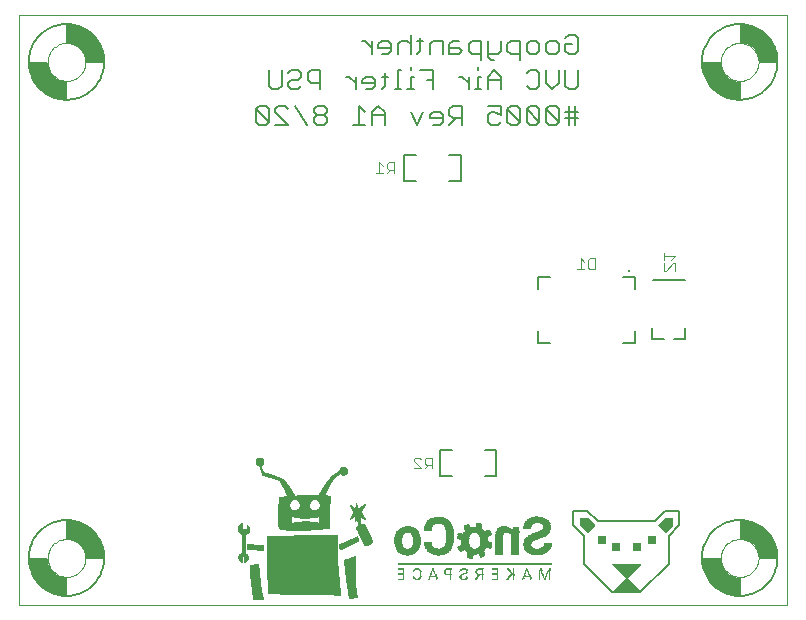
<source format=gbo>
G75*
G70*
%OFA0B0*%
%FSLAX24Y24*%
%IPPOS*%
%LPD*%
%AMOC8*
5,1,8,0,0,1.08239X$1,22.5*
%
%ADD10C,0.0000*%
%ADD11C,0.0060*%
%ADD12C,0.0050*%
%ADD13C,0.0030*%
%ADD14C,0.0118*%
%ADD15C,0.0002*%
%ADD16C,0.0001*%
%ADD17R,0.0020X0.0010*%
%ADD18R,0.0030X0.0010*%
%ADD19R,0.0220X0.0010*%
%ADD20R,0.0110X0.0010*%
%ADD21R,0.0100X0.0010*%
%ADD22R,0.0230X0.0010*%
%ADD23R,0.0040X0.0010*%
%ADD24R,0.0160X0.0010*%
%ADD25R,0.0140X0.0010*%
%ADD26R,0.0070X0.0010*%
%ADD27R,0.0080X0.0010*%
%ADD28R,0.0060X0.0010*%
%ADD29R,0.0050X0.0010*%
%ADD30R,0.0180X0.0010*%
%ADD31R,0.0190X0.0010*%
%ADD32R,0.0200X0.0010*%
%ADD33R,0.0210X0.0010*%
%ADD34R,0.0090X0.0010*%
%ADD35R,0.0170X0.0010*%
%ADD36R,0.5140X0.0010*%
%ADD37R,0.0120X0.0010*%
%ADD38R,0.0130X0.0010*%
%ADD39R,0.0150X0.0010*%
%ADD40R,0.0250X0.0010*%
%ADD41R,0.0330X0.0010*%
%ADD42R,0.0300X0.0010*%
%ADD43R,0.0390X0.0010*%
%ADD44R,0.0240X0.0010*%
%ADD45R,0.0350X0.0010*%
%ADD46R,0.0450X0.0010*%
%ADD47R,0.0590X0.0010*%
%ADD48R,0.0400X0.0010*%
%ADD49R,0.0500X0.0010*%
%ADD50R,0.0570X0.0010*%
%ADD51R,0.0490X0.0010*%
%ADD52R,0.0440X0.0010*%
%ADD53R,0.0550X0.0010*%
%ADD54R,0.0530X0.0010*%
%ADD55R,0.0470X0.0010*%
%ADD56R,0.0580X0.0010*%
%ADD57R,0.0560X0.0010*%
%ADD58R,0.0620X0.0010*%
%ADD59R,0.0650X0.0010*%
%ADD60R,0.0630X0.0010*%
%ADD61R,0.0680X0.0010*%
%ADD62R,0.0700X0.0010*%
%ADD63R,0.0670X0.0010*%
%ADD64R,0.0600X0.0010*%
%ADD65R,0.0730X0.0010*%
%ADD66R,0.0690X0.0010*%
%ADD67R,0.0750X0.0010*%
%ADD68R,0.0720X0.0010*%
%ADD69R,0.0640X0.0010*%
%ADD70R,0.0770X0.0010*%
%ADD71R,0.0660X0.0010*%
%ADD72R,0.0790X0.0010*%
%ADD73R,0.0800X0.0010*%
%ADD74R,0.0820X0.0010*%
%ADD75R,0.0860X0.0010*%
%ADD76R,0.0830X0.0010*%
%ADD77R,0.0870X0.0010*%
%ADD78R,0.0810X0.0010*%
%ADD79R,0.0840X0.0010*%
%ADD80R,0.0890X0.0010*%
%ADD81R,0.0340X0.0010*%
%ADD82R,0.0520X0.0010*%
%ADD83R,0.0360X0.0010*%
%ADD84R,0.0380X0.0010*%
%ADD85R,0.0310X0.0010*%
%ADD86R,0.0290X0.0010*%
%ADD87R,0.0320X0.0010*%
%ADD88R,0.0280X0.0010*%
%ADD89R,0.0270X0.0010*%
%ADD90R,0.0430X0.0010*%
%ADD91R,0.0260X0.0010*%
%ADD92R,0.0420X0.0010*%
%ADD93R,0.0410X0.0010*%
%ADD94R,0.0370X0.0010*%
%ADD95R,0.0510X0.0010*%
%ADD96R,0.0540X0.0010*%
%ADD97R,0.0480X0.0010*%
%ADD98R,0.0460X0.0010*%
%ADD99R,0.0900X0.0010*%
%ADD100R,0.0740X0.0010*%
%ADD101R,0.0880X0.0010*%
%ADD102R,0.0710X0.0010*%
%ADD103R,0.0760X0.0010*%
%ADD104R,0.0850X0.0010*%
%ADD105R,0.0610X0.0010*%
%ADD106R,0.0780X0.0010*%
D10*
X022547Y022547D02*
X022547Y042232D01*
X048138Y042232D01*
X048138Y022547D01*
X022547Y022547D01*
X023170Y023297D02*
X023297Y023170D01*
X023441Y023062D01*
X023599Y022976D01*
X023767Y022913D01*
X023943Y022875D01*
X024122Y022862D01*
X024122Y023453D01*
X024017Y023461D01*
X023915Y023486D01*
X023818Y023526D01*
X023729Y023581D01*
X023649Y023649D01*
X023581Y023729D01*
X023526Y023818D01*
X023486Y023915D01*
X023461Y024017D01*
X023453Y024122D01*
X022862Y024122D01*
X022875Y023943D01*
X022913Y023767D01*
X022976Y023599D01*
X023062Y023441D01*
X023170Y023297D01*
X023492Y024122D02*
X023494Y024172D01*
X023500Y024222D01*
X023510Y024271D01*
X023524Y024319D01*
X023541Y024366D01*
X023562Y024411D01*
X023587Y024455D01*
X023615Y024496D01*
X023647Y024535D01*
X023681Y024572D01*
X023718Y024606D01*
X023758Y024636D01*
X023800Y024663D01*
X023844Y024687D01*
X023890Y024708D01*
X023937Y024724D01*
X023985Y024737D01*
X024035Y024746D01*
X024084Y024751D01*
X024135Y024752D01*
X024185Y024749D01*
X024234Y024742D01*
X024283Y024731D01*
X024331Y024716D01*
X024377Y024698D01*
X024422Y024676D01*
X024465Y024650D01*
X024506Y024621D01*
X024545Y024589D01*
X024581Y024554D01*
X024613Y024516D01*
X024643Y024476D01*
X024670Y024433D01*
X024693Y024389D01*
X024712Y024343D01*
X024728Y024295D01*
X024740Y024246D01*
X024748Y024197D01*
X024752Y024147D01*
X024752Y024097D01*
X024748Y024047D01*
X024740Y023998D01*
X024728Y023949D01*
X024712Y023901D01*
X024693Y023855D01*
X024670Y023811D01*
X024643Y023768D01*
X024613Y023728D01*
X024581Y023690D01*
X024545Y023655D01*
X024506Y023623D01*
X024465Y023594D01*
X024422Y023568D01*
X024377Y023546D01*
X024331Y023528D01*
X024283Y023513D01*
X024234Y023502D01*
X024185Y023495D01*
X024135Y023492D01*
X024084Y023493D01*
X024035Y023498D01*
X023985Y023507D01*
X023937Y023520D01*
X023890Y023536D01*
X023844Y023557D01*
X023800Y023581D01*
X023758Y023608D01*
X023718Y023638D01*
X023681Y023672D01*
X023647Y023709D01*
X023615Y023748D01*
X023587Y023789D01*
X023562Y023833D01*
X023541Y023878D01*
X023524Y023925D01*
X023510Y023973D01*
X023500Y024022D01*
X023494Y024072D01*
X023492Y024122D01*
X024122Y024791D02*
X024238Y024781D01*
X024351Y024751D01*
X024457Y024702D01*
X024552Y024635D01*
X024635Y024552D01*
X024702Y024457D01*
X024751Y024351D01*
X024781Y024238D01*
X024791Y024122D01*
X025382Y024122D01*
X025369Y024301D01*
X025331Y024477D01*
X025268Y024645D01*
X025182Y024803D01*
X025074Y024947D01*
X024947Y025074D01*
X024803Y025182D01*
X024645Y025268D01*
X024477Y025331D01*
X024301Y025369D01*
X024122Y025382D01*
X024122Y024791D01*
X029839Y025110D02*
X029846Y025169D01*
X029874Y025220D01*
X029913Y025260D01*
X029965Y025287D01*
X029972Y025280D01*
X029972Y025083D01*
X030126Y025083D01*
X030130Y025205D01*
X030177Y025169D01*
X030209Y025126D01*
X030220Y025075D01*
X030205Y025016D01*
X030169Y024969D01*
X030083Y024917D01*
X030059Y024291D01*
X030138Y024236D01*
X030161Y024193D01*
X030169Y024146D01*
X030161Y024094D01*
X030134Y024051D01*
X030094Y024016D01*
X030043Y023996D01*
X030043Y024181D01*
X029961Y024181D01*
X029961Y024000D01*
X029886Y024055D01*
X029862Y024098D01*
X029854Y024146D01*
X029882Y024236D01*
X029957Y024291D01*
X029980Y024921D01*
X029925Y024949D01*
X029882Y024992D01*
X029850Y025047D01*
X029839Y025110D01*
X030154Y024591D02*
X030154Y024587D01*
X030154Y024425D01*
X030429Y024406D01*
X030673Y024398D01*
X030677Y024563D01*
X030413Y024567D01*
X030154Y024591D01*
X030799Y024843D02*
X031528Y024870D01*
X032256Y024878D01*
X032984Y024882D01*
X032980Y024882D01*
X033146Y024882D01*
X033134Y024374D01*
X033154Y023882D01*
X033244Y022886D01*
X032909Y022917D01*
X032445Y022933D01*
X031646Y022937D01*
X030846Y022945D01*
X030823Y023894D01*
X030799Y024843D01*
X031193Y025114D02*
X031185Y025378D01*
X031622Y025378D01*
X031622Y025283D01*
X031827Y025327D01*
X031866Y025331D01*
X032051Y025343D01*
X032091Y025343D01*
X032319Y025331D01*
X032358Y025327D01*
X032547Y025287D01*
X032547Y025379D01*
X032870Y025378D01*
X032890Y025130D01*
X032039Y025071D01*
X031551Y025071D01*
X031350Y025087D01*
X031193Y025114D01*
X031185Y025378D02*
X031177Y025646D01*
X031191Y025937D01*
X031545Y025937D01*
X031536Y025887D01*
X031543Y025827D01*
X031582Y025764D01*
X031642Y025721D01*
X031716Y025705D01*
X031791Y025721D01*
X031854Y025764D01*
X031897Y025827D01*
X031913Y025902D01*
X031911Y025937D01*
X032206Y025937D01*
X032196Y025894D01*
X032205Y025827D01*
X032248Y025764D01*
X032311Y025721D01*
X032386Y025705D01*
X032460Y025721D01*
X032519Y025764D01*
X032559Y025827D01*
X032575Y025902D01*
X032573Y025937D01*
X032890Y025937D01*
X032870Y025376D01*
X032547Y025378D01*
X032547Y025520D01*
X032539Y025520D01*
X032358Y025481D01*
X032319Y025477D01*
X032090Y025465D01*
X032051Y025465D01*
X031866Y025473D01*
X031827Y025477D01*
X031622Y025520D01*
X031622Y025378D01*
X031185Y025378D01*
X031193Y025933D02*
X031209Y026146D01*
X031492Y026181D01*
X031374Y026445D01*
X031220Y026717D01*
X030933Y026815D01*
X030650Y026894D01*
X030559Y027197D01*
X030508Y027209D01*
X030465Y027236D01*
X030437Y027280D01*
X030425Y027331D01*
X030437Y027382D01*
X030465Y027425D01*
X030508Y027453D01*
X030559Y027465D01*
X030547Y027469D01*
X030598Y027457D01*
X030642Y027429D01*
X030669Y027386D01*
X030681Y027335D01*
X030654Y027252D01*
X030583Y027205D01*
X030665Y026988D01*
X031012Y026886D01*
X031358Y026736D01*
X031583Y026429D01*
X031717Y026201D01*
X032118Y026220D01*
X032524Y026220D01*
X032657Y026453D01*
X032807Y026681D01*
X032980Y026866D01*
X033217Y027035D01*
X033228Y027079D01*
X033256Y027114D01*
X033295Y027138D01*
X033343Y027146D01*
X033390Y027138D01*
X033429Y027110D01*
X033457Y027071D01*
X033465Y027024D01*
X033457Y026976D01*
X033429Y026937D01*
X033390Y026909D01*
X033343Y026902D01*
X033280Y026917D01*
X033236Y026961D01*
X033051Y026815D01*
X032909Y026634D01*
X032795Y026429D01*
X032701Y026209D01*
X032902Y026197D01*
X032890Y025933D01*
X032575Y025933D01*
X032551Y025996D01*
X032512Y026047D01*
X032457Y026083D01*
X032390Y026094D01*
X032323Y026083D01*
X032268Y026047D01*
X032228Y025996D01*
X032205Y025933D01*
X031913Y025933D01*
X031890Y025996D01*
X031850Y026047D01*
X031795Y026083D01*
X031728Y026094D01*
X031661Y026083D01*
X031606Y026047D01*
X031567Y025996D01*
X031543Y025933D01*
X031193Y025933D01*
X033583Y025886D02*
X033701Y025646D01*
X033559Y025421D01*
X033744Y025539D01*
X033724Y025346D01*
X033811Y025476D01*
X033850Y025220D01*
X033780Y025130D01*
X034059Y024547D01*
X034181Y024567D01*
X034244Y024606D01*
X034311Y024693D01*
X034043Y025264D01*
X033917Y025268D01*
X033882Y025512D01*
X034067Y025437D01*
X033917Y025669D01*
X034087Y025929D01*
X033839Y025768D01*
X033764Y025945D01*
X033776Y025949D01*
X033744Y025728D01*
X033583Y025886D01*
X033795Y024839D02*
X033799Y024835D01*
X033209Y024571D01*
X033228Y024409D01*
X033331Y024445D01*
X033488Y024528D01*
X033843Y024713D01*
X033795Y024839D01*
X033744Y024177D02*
X033740Y024173D01*
X033370Y024055D01*
X033441Y023425D01*
X033539Y022799D01*
X033799Y022827D01*
X033752Y023142D01*
X033736Y023500D01*
X033744Y024177D01*
X030512Y023906D02*
X030508Y023909D01*
X030492Y023909D01*
X030248Y023882D01*
X030256Y023598D01*
X030280Y023311D01*
X030350Y022744D01*
X030657Y022760D01*
X030602Y023039D01*
X030563Y023331D01*
X030512Y023906D01*
X030661Y022760D02*
X030657Y022760D01*
X030665Y022760D01*
X030661Y022756D01*
X030661Y022760D01*
X042311Y022980D02*
X042783Y023453D01*
X043256Y023925D01*
X042311Y023925D01*
X042783Y023453D01*
X043256Y022980D01*
X042311Y022980D01*
X045354Y023767D02*
X045417Y023599D01*
X045503Y023441D01*
X045611Y023297D01*
X045738Y023170D01*
X045882Y023062D01*
X046040Y022976D01*
X046208Y022913D01*
X046384Y022875D01*
X046563Y022862D01*
X046563Y023453D01*
X046458Y023461D01*
X046356Y023486D01*
X046259Y023526D01*
X046170Y023581D01*
X046090Y023649D01*
X046022Y023729D01*
X045967Y023818D01*
X045926Y023915D01*
X045902Y024017D01*
X045894Y024122D01*
X045303Y024122D01*
X045316Y023943D01*
X045354Y023767D01*
X045933Y024122D02*
X045935Y024172D01*
X045941Y024222D01*
X045951Y024271D01*
X045965Y024319D01*
X045982Y024366D01*
X046003Y024411D01*
X046028Y024455D01*
X046056Y024496D01*
X046088Y024535D01*
X046122Y024572D01*
X046159Y024606D01*
X046199Y024636D01*
X046241Y024663D01*
X046285Y024687D01*
X046331Y024708D01*
X046378Y024724D01*
X046426Y024737D01*
X046476Y024746D01*
X046525Y024751D01*
X046576Y024752D01*
X046626Y024749D01*
X046675Y024742D01*
X046724Y024731D01*
X046772Y024716D01*
X046818Y024698D01*
X046863Y024676D01*
X046906Y024650D01*
X046947Y024621D01*
X046986Y024589D01*
X047022Y024554D01*
X047054Y024516D01*
X047084Y024476D01*
X047111Y024433D01*
X047134Y024389D01*
X047153Y024343D01*
X047169Y024295D01*
X047181Y024246D01*
X047189Y024197D01*
X047193Y024147D01*
X047193Y024097D01*
X047189Y024047D01*
X047181Y023998D01*
X047169Y023949D01*
X047153Y023901D01*
X047134Y023855D01*
X047111Y023811D01*
X047084Y023768D01*
X047054Y023728D01*
X047022Y023690D01*
X046986Y023655D01*
X046947Y023623D01*
X046906Y023594D01*
X046863Y023568D01*
X046818Y023546D01*
X046772Y023528D01*
X046724Y023513D01*
X046675Y023502D01*
X046626Y023495D01*
X046576Y023492D01*
X046525Y023493D01*
X046476Y023498D01*
X046426Y023507D01*
X046378Y023520D01*
X046331Y023536D01*
X046285Y023557D01*
X046241Y023581D01*
X046199Y023608D01*
X046159Y023638D01*
X046122Y023672D01*
X046088Y023709D01*
X046056Y023748D01*
X046028Y023789D01*
X046003Y023833D01*
X045982Y023878D01*
X045965Y023925D01*
X045951Y023973D01*
X045941Y024022D01*
X045935Y024072D01*
X045933Y024122D01*
X046563Y024791D02*
X046563Y025382D01*
X046742Y025369D01*
X046918Y025331D01*
X047086Y025268D01*
X047244Y025182D01*
X047388Y025074D01*
X047515Y024947D01*
X047623Y024803D01*
X047709Y024645D01*
X047772Y024477D01*
X047810Y024301D01*
X047823Y024122D01*
X047232Y024122D01*
X047222Y024238D01*
X047192Y024351D01*
X047143Y024457D01*
X047076Y024552D01*
X046993Y024635D01*
X046898Y024702D01*
X046792Y024751D01*
X046679Y024781D01*
X046563Y024791D01*
X046563Y039398D02*
X046384Y039410D01*
X046208Y039449D01*
X046040Y039511D01*
X045882Y039598D01*
X045738Y039705D01*
X045611Y039832D01*
X045503Y039976D01*
X045417Y040134D01*
X045354Y040303D01*
X045316Y040478D01*
X045303Y040657D01*
X045894Y040657D01*
X045902Y040553D01*
X045926Y040451D01*
X045967Y040354D01*
X046022Y040264D01*
X046090Y040184D01*
X046170Y040116D01*
X046259Y040061D01*
X046356Y040021D01*
X046458Y039996D01*
X046563Y039988D01*
X046563Y039398D01*
X045933Y040657D02*
X045935Y040707D01*
X045941Y040757D01*
X045951Y040806D01*
X045965Y040854D01*
X045982Y040901D01*
X046003Y040946D01*
X046028Y040990D01*
X046056Y041031D01*
X046088Y041070D01*
X046122Y041107D01*
X046159Y041141D01*
X046199Y041171D01*
X046241Y041198D01*
X046285Y041222D01*
X046331Y041243D01*
X046378Y041259D01*
X046426Y041272D01*
X046476Y041281D01*
X046525Y041286D01*
X046576Y041287D01*
X046626Y041284D01*
X046675Y041277D01*
X046724Y041266D01*
X046772Y041251D01*
X046818Y041233D01*
X046863Y041211D01*
X046906Y041185D01*
X046947Y041156D01*
X046986Y041124D01*
X047022Y041089D01*
X047054Y041051D01*
X047084Y041011D01*
X047111Y040968D01*
X047134Y040924D01*
X047153Y040878D01*
X047169Y040830D01*
X047181Y040781D01*
X047189Y040732D01*
X047193Y040682D01*
X047193Y040632D01*
X047189Y040582D01*
X047181Y040533D01*
X047169Y040484D01*
X047153Y040436D01*
X047134Y040390D01*
X047111Y040346D01*
X047084Y040303D01*
X047054Y040263D01*
X047022Y040225D01*
X046986Y040190D01*
X046947Y040158D01*
X046906Y040129D01*
X046863Y040103D01*
X046818Y040081D01*
X046772Y040063D01*
X046724Y040048D01*
X046675Y040037D01*
X046626Y040030D01*
X046576Y040027D01*
X046525Y040028D01*
X046476Y040033D01*
X046426Y040042D01*
X046378Y040055D01*
X046331Y040071D01*
X046285Y040092D01*
X046241Y040116D01*
X046199Y040143D01*
X046159Y040173D01*
X046122Y040207D01*
X046088Y040244D01*
X046056Y040283D01*
X046028Y040324D01*
X046003Y040368D01*
X045982Y040413D01*
X045965Y040460D01*
X045951Y040508D01*
X045941Y040557D01*
X045935Y040607D01*
X045933Y040657D01*
X046563Y041327D02*
X046679Y041317D01*
X046792Y041286D01*
X046898Y041237D01*
X046993Y041170D01*
X047076Y041088D01*
X047143Y040992D01*
X047192Y040886D01*
X047222Y040774D01*
X047232Y040657D01*
X047823Y040657D01*
X047810Y040837D01*
X047772Y041012D01*
X047709Y041181D01*
X047623Y041339D01*
X047515Y041483D01*
X047388Y041610D01*
X047244Y041717D01*
X047086Y041803D01*
X046918Y041866D01*
X046742Y041904D01*
X046563Y041917D01*
X046563Y041327D01*
X025382Y040657D02*
X025369Y040837D01*
X025331Y041012D01*
X025268Y041181D01*
X025182Y041339D01*
X025074Y041483D01*
X024947Y041610D01*
X024803Y041717D01*
X024645Y041803D01*
X024477Y041866D01*
X024301Y041904D01*
X024122Y041917D01*
X024122Y041327D01*
X024238Y041317D01*
X024351Y041286D01*
X024457Y041237D01*
X024552Y041170D01*
X024635Y041088D01*
X024702Y040992D01*
X024751Y040886D01*
X024781Y040774D01*
X024791Y040657D01*
X025382Y040657D01*
X023492Y040657D02*
X023494Y040707D01*
X023500Y040757D01*
X023510Y040806D01*
X023524Y040854D01*
X023541Y040901D01*
X023562Y040946D01*
X023587Y040990D01*
X023615Y041031D01*
X023647Y041070D01*
X023681Y041107D01*
X023718Y041141D01*
X023758Y041171D01*
X023800Y041198D01*
X023844Y041222D01*
X023890Y041243D01*
X023937Y041259D01*
X023985Y041272D01*
X024035Y041281D01*
X024084Y041286D01*
X024135Y041287D01*
X024185Y041284D01*
X024234Y041277D01*
X024283Y041266D01*
X024331Y041251D01*
X024377Y041233D01*
X024422Y041211D01*
X024465Y041185D01*
X024506Y041156D01*
X024545Y041124D01*
X024581Y041089D01*
X024613Y041051D01*
X024643Y041011D01*
X024670Y040968D01*
X024693Y040924D01*
X024712Y040878D01*
X024728Y040830D01*
X024740Y040781D01*
X024748Y040732D01*
X024752Y040682D01*
X024752Y040632D01*
X024748Y040582D01*
X024740Y040533D01*
X024728Y040484D01*
X024712Y040436D01*
X024693Y040390D01*
X024670Y040346D01*
X024643Y040303D01*
X024613Y040263D01*
X024581Y040225D01*
X024545Y040190D01*
X024506Y040158D01*
X024465Y040129D01*
X024422Y040103D01*
X024377Y040081D01*
X024331Y040063D01*
X024283Y040048D01*
X024234Y040037D01*
X024185Y040030D01*
X024135Y040027D01*
X024084Y040028D01*
X024035Y040033D01*
X023985Y040042D01*
X023937Y040055D01*
X023890Y040071D01*
X023844Y040092D01*
X023800Y040116D01*
X023758Y040143D01*
X023718Y040173D01*
X023681Y040207D01*
X023647Y040244D01*
X023615Y040283D01*
X023587Y040324D01*
X023562Y040368D01*
X023541Y040413D01*
X023524Y040460D01*
X023510Y040508D01*
X023500Y040557D01*
X023494Y040607D01*
X023492Y040657D01*
X023453Y040657D02*
X022862Y040657D01*
X022875Y040478D01*
X022913Y040303D01*
X022976Y040134D01*
X023062Y039976D01*
X023170Y039832D01*
X023297Y039705D01*
X023441Y039598D01*
X023599Y039511D01*
X023767Y039449D01*
X023943Y039410D01*
X024122Y039398D01*
X024122Y039988D01*
X024017Y039996D01*
X023915Y040021D01*
X023818Y040061D01*
X023729Y040116D01*
X023649Y040184D01*
X023581Y040264D01*
X023526Y040354D01*
X023486Y040451D01*
X023461Y040553D01*
X023453Y040657D01*
D11*
X030439Y039095D02*
X030866Y038668D01*
X030759Y038561D01*
X030546Y038561D01*
X030439Y038668D01*
X030439Y039095D01*
X030546Y039202D01*
X030759Y039202D01*
X030866Y039095D01*
X030866Y038668D01*
X031083Y038561D02*
X031510Y038561D01*
X031083Y038989D01*
X031083Y039095D01*
X031190Y039202D01*
X031404Y039202D01*
X031510Y039095D01*
X031728Y039202D02*
X032155Y038561D01*
X032372Y038668D02*
X032479Y038561D01*
X032693Y038561D01*
X032800Y038668D01*
X032800Y038775D01*
X032693Y038882D01*
X032479Y038882D01*
X032372Y038775D01*
X032372Y038668D01*
X032479Y038882D02*
X032372Y038989D01*
X032372Y039095D01*
X032479Y039202D01*
X032693Y039202D01*
X032800Y039095D01*
X032800Y038989D01*
X032693Y038882D01*
X032585Y039743D02*
X032585Y040383D01*
X032264Y040383D01*
X032158Y040276D01*
X032158Y040063D01*
X032264Y039956D01*
X032585Y039956D01*
X031940Y039849D02*
X031833Y039743D01*
X031620Y039743D01*
X031513Y039849D01*
X031513Y039956D01*
X031620Y040063D01*
X031833Y040063D01*
X031940Y040170D01*
X031940Y040276D01*
X031833Y040383D01*
X031620Y040383D01*
X031513Y040276D01*
X031296Y040383D02*
X031296Y039849D01*
X031189Y039743D01*
X030975Y039743D01*
X030869Y039849D01*
X030869Y040383D01*
X033446Y040170D02*
X033553Y040170D01*
X033766Y039956D01*
X033766Y039743D02*
X033766Y040170D01*
X033984Y040063D02*
X033984Y039956D01*
X034411Y039956D01*
X034411Y039849D02*
X034411Y040063D01*
X034304Y040170D01*
X034091Y040170D01*
X033984Y040063D01*
X034091Y039743D02*
X034304Y039743D01*
X034411Y039849D01*
X034627Y039743D02*
X034734Y039849D01*
X034734Y040276D01*
X034841Y040170D02*
X034627Y040170D01*
X035164Y040383D02*
X035164Y039743D01*
X035270Y039743D02*
X035057Y039743D01*
X035486Y039743D02*
X035700Y039743D01*
X035593Y039743D02*
X035593Y040170D01*
X035700Y040170D01*
X035593Y040383D02*
X035593Y040490D01*
X035270Y040383D02*
X035164Y040383D01*
X035166Y040924D02*
X035166Y041244D01*
X035272Y041351D01*
X035486Y041351D01*
X035593Y041244D01*
X035809Y041351D02*
X036022Y041351D01*
X035916Y041457D02*
X035916Y041030D01*
X035809Y040924D01*
X035593Y040924D02*
X035593Y041564D01*
X034948Y041244D02*
X034948Y041030D01*
X034841Y040924D01*
X034628Y040924D01*
X034521Y041137D02*
X034948Y041137D01*
X034948Y041244D02*
X034841Y041351D01*
X034628Y041351D01*
X034521Y041244D01*
X034521Y041137D01*
X034303Y041137D02*
X034090Y041351D01*
X033983Y041351D01*
X034303Y041351D02*
X034303Y040924D01*
X035918Y040383D02*
X036345Y040383D01*
X036345Y039743D01*
X036345Y040063D02*
X036131Y040063D01*
X036240Y040924D02*
X036240Y041244D01*
X036347Y041351D01*
X036667Y041351D01*
X036667Y040924D01*
X036884Y040924D02*
X037205Y040924D01*
X037311Y041030D01*
X037205Y041137D01*
X036884Y041137D01*
X036884Y041244D02*
X036884Y040924D01*
X036884Y041244D02*
X036991Y041351D01*
X037205Y041351D01*
X037529Y041244D02*
X037529Y041030D01*
X037636Y040924D01*
X037956Y040924D01*
X037956Y040710D02*
X037956Y041351D01*
X037636Y041351D01*
X037529Y041244D01*
X038173Y041351D02*
X038173Y040817D01*
X038280Y040710D01*
X038387Y040710D01*
X038494Y040924D02*
X038173Y040924D01*
X038494Y040924D02*
X038600Y041030D01*
X038600Y041351D01*
X038818Y041244D02*
X038818Y041030D01*
X038925Y040924D01*
X039245Y040924D01*
X039245Y040710D02*
X039245Y041351D01*
X038925Y041351D01*
X038818Y041244D01*
X039463Y041244D02*
X039569Y041351D01*
X039783Y041351D01*
X039890Y041244D01*
X039890Y041030D01*
X039783Y040924D01*
X039569Y040924D01*
X039463Y041030D01*
X039463Y041244D01*
X040107Y041244D02*
X040107Y041030D01*
X040214Y040924D01*
X040427Y040924D01*
X040534Y041030D01*
X040534Y041244D01*
X040427Y041351D01*
X040214Y041351D01*
X040107Y041244D01*
X040752Y041244D02*
X040965Y041244D01*
X040752Y041244D02*
X040752Y041030D01*
X040858Y040924D01*
X041072Y040924D01*
X041179Y041030D01*
X041179Y041457D01*
X041072Y041564D01*
X040858Y041564D01*
X040752Y041457D01*
X040752Y040383D02*
X040752Y039849D01*
X040858Y039743D01*
X041072Y039743D01*
X041179Y039849D01*
X041179Y040383D01*
X040534Y040383D02*
X040534Y039956D01*
X040321Y039743D01*
X040107Y039956D01*
X040107Y040383D01*
X039890Y040276D02*
X039890Y039849D01*
X039783Y039743D01*
X039569Y039743D01*
X039463Y039849D01*
X039463Y040276D02*
X039569Y040383D01*
X039783Y040383D01*
X039890Y040276D01*
X038600Y040170D02*
X038387Y040383D01*
X038173Y040170D01*
X038173Y039743D01*
X037956Y039743D02*
X037742Y039743D01*
X037849Y039743D02*
X037849Y040170D01*
X037956Y040170D01*
X037849Y040383D02*
X037849Y040490D01*
X037526Y040170D02*
X037526Y039743D01*
X037526Y039956D02*
X037313Y040170D01*
X037206Y040170D01*
X038173Y040063D02*
X038600Y040063D01*
X038600Y040170D02*
X038600Y039743D01*
X038600Y039202D02*
X038600Y038882D01*
X038387Y038989D01*
X038280Y038989D01*
X038173Y038882D01*
X038173Y038668D01*
X038280Y038561D01*
X038494Y038561D01*
X038600Y038668D01*
X038818Y038668D02*
X038925Y038561D01*
X039138Y038561D01*
X039245Y038668D01*
X038818Y039095D01*
X038818Y038668D01*
X039245Y038668D02*
X039245Y039095D01*
X039138Y039202D01*
X038925Y039202D01*
X038818Y039095D01*
X038600Y039202D02*
X038173Y039202D01*
X037311Y039202D02*
X036991Y039202D01*
X036884Y039095D01*
X036884Y038882D01*
X036991Y038775D01*
X037311Y038775D01*
X037098Y038775D02*
X036884Y038561D01*
X036667Y038668D02*
X036667Y038882D01*
X036560Y038989D01*
X036347Y038989D01*
X036240Y038882D01*
X036240Y038775D01*
X036667Y038775D01*
X036667Y038668D02*
X036560Y038561D01*
X036347Y038561D01*
X036022Y038989D02*
X035809Y038561D01*
X035595Y038989D01*
X034733Y038989D02*
X034520Y039202D01*
X034306Y038989D01*
X034306Y038561D01*
X034089Y038561D02*
X033662Y038561D01*
X033875Y038561D02*
X033875Y039202D01*
X034089Y038989D01*
X034306Y038882D02*
X034733Y038882D01*
X034733Y038989D02*
X034733Y038561D01*
X037311Y038561D02*
X037311Y039202D01*
X039463Y039095D02*
X039890Y038668D01*
X039783Y038561D01*
X039569Y038561D01*
X039463Y038668D01*
X039463Y039095D01*
X039569Y039202D01*
X039783Y039202D01*
X039890Y039095D01*
X039890Y038668D01*
X040107Y038668D02*
X040214Y038561D01*
X040427Y038561D01*
X040534Y038668D01*
X040107Y039095D01*
X040107Y038668D01*
X040534Y038668D02*
X040534Y039095D01*
X040427Y039202D01*
X040214Y039202D01*
X040107Y039095D01*
X040752Y038989D02*
X040858Y038989D01*
X041179Y038989D01*
X041179Y038775D02*
X040752Y038775D01*
X040858Y038561D02*
X040858Y039202D01*
X041072Y039202D02*
X041072Y038561D01*
D12*
X037272Y037547D02*
X037272Y036681D01*
X036878Y036681D01*
X036878Y037547D02*
X037272Y037547D01*
X035776Y037547D02*
X035382Y037547D01*
X035382Y036681D01*
X035776Y036681D01*
X039831Y033492D02*
X040224Y033492D01*
X039831Y033492D02*
X039831Y033098D01*
X039831Y031681D02*
X039831Y031287D01*
X040224Y031287D01*
X042665Y031287D02*
X043059Y031287D01*
X043059Y031681D01*
X043650Y031799D02*
X043650Y031406D01*
X044043Y031406D01*
X044358Y031406D02*
X044752Y031406D01*
X044752Y031799D01*
X044732Y033394D02*
X043669Y033394D01*
X043059Y033492D02*
X042665Y033492D01*
X043059Y033492D02*
X043059Y033098D01*
X038453Y027705D02*
X038059Y027705D01*
X038453Y027705D02*
X038453Y026839D01*
X038059Y026839D01*
X036957Y026839D02*
X036563Y026839D01*
X036563Y027705D01*
X036957Y027705D01*
X041012Y025697D02*
X041484Y025697D01*
X041839Y025343D01*
X043728Y025343D01*
X044083Y025697D01*
X044555Y025697D01*
X044555Y025224D01*
X044201Y024870D01*
X044201Y023925D01*
X043256Y022980D01*
X042311Y022980D01*
X041366Y023925D01*
X041366Y024870D01*
X041012Y025224D01*
X041012Y025697D01*
X045303Y024122D02*
X045305Y024193D01*
X045311Y024263D01*
X045321Y024333D01*
X045335Y024402D01*
X045352Y024471D01*
X045374Y024538D01*
X045399Y024604D01*
X045428Y024669D01*
X045460Y024731D01*
X045496Y024792D01*
X045535Y024851D01*
X045578Y024908D01*
X045623Y024962D01*
X045672Y025013D01*
X045723Y025062D01*
X045777Y025107D01*
X045834Y025150D01*
X045893Y025189D01*
X045954Y025225D01*
X046016Y025257D01*
X046081Y025286D01*
X046147Y025311D01*
X046214Y025333D01*
X046283Y025350D01*
X046352Y025364D01*
X046422Y025374D01*
X046492Y025380D01*
X046563Y025382D01*
X046634Y025380D01*
X046704Y025374D01*
X046774Y025364D01*
X046843Y025350D01*
X046912Y025333D01*
X046979Y025311D01*
X047045Y025286D01*
X047110Y025257D01*
X047172Y025225D01*
X047233Y025189D01*
X047292Y025150D01*
X047349Y025107D01*
X047403Y025062D01*
X047454Y025013D01*
X047503Y024962D01*
X047548Y024908D01*
X047591Y024851D01*
X047630Y024792D01*
X047666Y024731D01*
X047698Y024669D01*
X047727Y024604D01*
X047752Y024538D01*
X047774Y024471D01*
X047791Y024402D01*
X047805Y024333D01*
X047815Y024263D01*
X047821Y024193D01*
X047823Y024122D01*
X047821Y024051D01*
X047815Y023981D01*
X047805Y023911D01*
X047791Y023842D01*
X047774Y023773D01*
X047752Y023706D01*
X047727Y023640D01*
X047698Y023575D01*
X047666Y023513D01*
X047630Y023452D01*
X047591Y023393D01*
X047548Y023336D01*
X047503Y023282D01*
X047454Y023231D01*
X047403Y023182D01*
X047349Y023137D01*
X047292Y023094D01*
X047233Y023055D01*
X047172Y023019D01*
X047110Y022987D01*
X047045Y022958D01*
X046979Y022933D01*
X046912Y022911D01*
X046843Y022894D01*
X046774Y022880D01*
X046704Y022870D01*
X046634Y022864D01*
X046563Y022862D01*
X046492Y022864D01*
X046422Y022870D01*
X046352Y022880D01*
X046283Y022894D01*
X046214Y022911D01*
X046147Y022933D01*
X046081Y022958D01*
X046016Y022987D01*
X045954Y023019D01*
X045893Y023055D01*
X045834Y023094D01*
X045777Y023137D01*
X045723Y023182D01*
X045672Y023231D01*
X045623Y023282D01*
X045578Y023336D01*
X045535Y023393D01*
X045496Y023452D01*
X045460Y023513D01*
X045428Y023575D01*
X045399Y023640D01*
X045374Y023706D01*
X045352Y023773D01*
X045335Y023842D01*
X045321Y023911D01*
X045311Y023981D01*
X045305Y024051D01*
X045303Y024122D01*
X045303Y040657D02*
X045305Y040728D01*
X045311Y040798D01*
X045321Y040868D01*
X045335Y040937D01*
X045352Y041006D01*
X045374Y041073D01*
X045399Y041139D01*
X045428Y041204D01*
X045460Y041266D01*
X045496Y041327D01*
X045535Y041386D01*
X045578Y041443D01*
X045623Y041497D01*
X045672Y041548D01*
X045723Y041597D01*
X045777Y041642D01*
X045834Y041685D01*
X045893Y041724D01*
X045954Y041760D01*
X046016Y041792D01*
X046081Y041821D01*
X046147Y041846D01*
X046214Y041868D01*
X046283Y041885D01*
X046352Y041899D01*
X046422Y041909D01*
X046492Y041915D01*
X046563Y041917D01*
X046634Y041915D01*
X046704Y041909D01*
X046774Y041899D01*
X046843Y041885D01*
X046912Y041868D01*
X046979Y041846D01*
X047045Y041821D01*
X047110Y041792D01*
X047172Y041760D01*
X047233Y041724D01*
X047292Y041685D01*
X047349Y041642D01*
X047403Y041597D01*
X047454Y041548D01*
X047503Y041497D01*
X047548Y041443D01*
X047591Y041386D01*
X047630Y041327D01*
X047666Y041266D01*
X047698Y041204D01*
X047727Y041139D01*
X047752Y041073D01*
X047774Y041006D01*
X047791Y040937D01*
X047805Y040868D01*
X047815Y040798D01*
X047821Y040728D01*
X047823Y040657D01*
X047821Y040586D01*
X047815Y040516D01*
X047805Y040446D01*
X047791Y040377D01*
X047774Y040308D01*
X047752Y040241D01*
X047727Y040175D01*
X047698Y040110D01*
X047666Y040048D01*
X047630Y039987D01*
X047591Y039928D01*
X047548Y039871D01*
X047503Y039817D01*
X047454Y039766D01*
X047403Y039717D01*
X047349Y039672D01*
X047292Y039629D01*
X047233Y039590D01*
X047172Y039554D01*
X047110Y039522D01*
X047045Y039493D01*
X046979Y039468D01*
X046912Y039446D01*
X046843Y039429D01*
X046774Y039415D01*
X046704Y039405D01*
X046634Y039399D01*
X046563Y039397D01*
X046492Y039399D01*
X046422Y039405D01*
X046352Y039415D01*
X046283Y039429D01*
X046214Y039446D01*
X046147Y039468D01*
X046081Y039493D01*
X046016Y039522D01*
X045954Y039554D01*
X045893Y039590D01*
X045834Y039629D01*
X045777Y039672D01*
X045723Y039717D01*
X045672Y039766D01*
X045623Y039817D01*
X045578Y039871D01*
X045535Y039928D01*
X045496Y039987D01*
X045460Y040048D01*
X045428Y040110D01*
X045399Y040175D01*
X045374Y040241D01*
X045352Y040308D01*
X045335Y040377D01*
X045321Y040446D01*
X045311Y040516D01*
X045305Y040586D01*
X045303Y040657D01*
X022862Y040657D02*
X022864Y040728D01*
X022870Y040798D01*
X022880Y040868D01*
X022894Y040937D01*
X022911Y041006D01*
X022933Y041073D01*
X022958Y041139D01*
X022987Y041204D01*
X023019Y041266D01*
X023055Y041327D01*
X023094Y041386D01*
X023137Y041443D01*
X023182Y041497D01*
X023231Y041548D01*
X023282Y041597D01*
X023336Y041642D01*
X023393Y041685D01*
X023452Y041724D01*
X023513Y041760D01*
X023575Y041792D01*
X023640Y041821D01*
X023706Y041846D01*
X023773Y041868D01*
X023842Y041885D01*
X023911Y041899D01*
X023981Y041909D01*
X024051Y041915D01*
X024122Y041917D01*
X024193Y041915D01*
X024263Y041909D01*
X024333Y041899D01*
X024402Y041885D01*
X024471Y041868D01*
X024538Y041846D01*
X024604Y041821D01*
X024669Y041792D01*
X024731Y041760D01*
X024792Y041724D01*
X024851Y041685D01*
X024908Y041642D01*
X024962Y041597D01*
X025013Y041548D01*
X025062Y041497D01*
X025107Y041443D01*
X025150Y041386D01*
X025189Y041327D01*
X025225Y041266D01*
X025257Y041204D01*
X025286Y041139D01*
X025311Y041073D01*
X025333Y041006D01*
X025350Y040937D01*
X025364Y040868D01*
X025374Y040798D01*
X025380Y040728D01*
X025382Y040657D01*
X025380Y040586D01*
X025374Y040516D01*
X025364Y040446D01*
X025350Y040377D01*
X025333Y040308D01*
X025311Y040241D01*
X025286Y040175D01*
X025257Y040110D01*
X025225Y040048D01*
X025189Y039987D01*
X025150Y039928D01*
X025107Y039871D01*
X025062Y039817D01*
X025013Y039766D01*
X024962Y039717D01*
X024908Y039672D01*
X024851Y039629D01*
X024792Y039590D01*
X024731Y039554D01*
X024669Y039522D01*
X024604Y039493D01*
X024538Y039468D01*
X024471Y039446D01*
X024402Y039429D01*
X024333Y039415D01*
X024263Y039405D01*
X024193Y039399D01*
X024122Y039397D01*
X024051Y039399D01*
X023981Y039405D01*
X023911Y039415D01*
X023842Y039429D01*
X023773Y039446D01*
X023706Y039468D01*
X023640Y039493D01*
X023575Y039522D01*
X023513Y039554D01*
X023452Y039590D01*
X023393Y039629D01*
X023336Y039672D01*
X023282Y039717D01*
X023231Y039766D01*
X023182Y039817D01*
X023137Y039871D01*
X023094Y039928D01*
X023055Y039987D01*
X023019Y040048D01*
X022987Y040110D01*
X022958Y040175D01*
X022933Y040241D01*
X022911Y040308D01*
X022894Y040377D01*
X022880Y040446D01*
X022870Y040516D01*
X022864Y040586D01*
X022862Y040657D01*
X022862Y024122D02*
X022864Y024193D01*
X022870Y024263D01*
X022880Y024333D01*
X022894Y024402D01*
X022911Y024471D01*
X022933Y024538D01*
X022958Y024604D01*
X022987Y024669D01*
X023019Y024731D01*
X023055Y024792D01*
X023094Y024851D01*
X023137Y024908D01*
X023182Y024962D01*
X023231Y025013D01*
X023282Y025062D01*
X023336Y025107D01*
X023393Y025150D01*
X023452Y025189D01*
X023513Y025225D01*
X023575Y025257D01*
X023640Y025286D01*
X023706Y025311D01*
X023773Y025333D01*
X023842Y025350D01*
X023911Y025364D01*
X023981Y025374D01*
X024051Y025380D01*
X024122Y025382D01*
X024193Y025380D01*
X024263Y025374D01*
X024333Y025364D01*
X024402Y025350D01*
X024471Y025333D01*
X024538Y025311D01*
X024604Y025286D01*
X024669Y025257D01*
X024731Y025225D01*
X024792Y025189D01*
X024851Y025150D01*
X024908Y025107D01*
X024962Y025062D01*
X025013Y025013D01*
X025062Y024962D01*
X025107Y024908D01*
X025150Y024851D01*
X025189Y024792D01*
X025225Y024731D01*
X025257Y024669D01*
X025286Y024604D01*
X025311Y024538D01*
X025333Y024471D01*
X025350Y024402D01*
X025364Y024333D01*
X025374Y024263D01*
X025380Y024193D01*
X025382Y024122D01*
X025380Y024051D01*
X025374Y023981D01*
X025364Y023911D01*
X025350Y023842D01*
X025333Y023773D01*
X025311Y023706D01*
X025286Y023640D01*
X025257Y023575D01*
X025225Y023513D01*
X025189Y023452D01*
X025150Y023393D01*
X025107Y023336D01*
X025062Y023282D01*
X025013Y023231D01*
X024962Y023182D01*
X024908Y023137D01*
X024851Y023094D01*
X024792Y023055D01*
X024731Y023019D01*
X024669Y022987D01*
X024604Y022958D01*
X024538Y022933D01*
X024471Y022911D01*
X024402Y022894D01*
X024333Y022880D01*
X024263Y022870D01*
X024193Y022864D01*
X024122Y022862D01*
X024051Y022864D01*
X023981Y022870D01*
X023911Y022880D01*
X023842Y022894D01*
X023773Y022911D01*
X023706Y022933D01*
X023640Y022958D01*
X023575Y022987D01*
X023513Y023019D01*
X023452Y023055D01*
X023393Y023094D01*
X023336Y023137D01*
X023282Y023182D01*
X023231Y023231D01*
X023182Y023282D01*
X023137Y023336D01*
X023094Y023393D01*
X023055Y023452D01*
X023019Y023513D01*
X022987Y023575D01*
X022958Y023640D01*
X022933Y023706D01*
X022911Y023773D01*
X022894Y023842D01*
X022880Y023911D01*
X022870Y023981D01*
X022864Y024051D01*
X022862Y024122D01*
D13*
X035695Y027107D02*
X035937Y027107D01*
X035695Y027349D01*
X035695Y027410D01*
X035755Y027471D01*
X035877Y027471D01*
X035937Y027410D01*
X036057Y027410D02*
X036057Y027289D01*
X036118Y027228D01*
X036300Y027228D01*
X036300Y027107D02*
X036300Y027471D01*
X036118Y027471D01*
X036057Y027410D01*
X036179Y027228D02*
X036057Y027107D01*
X041140Y033743D02*
X041382Y033743D01*
X041261Y033743D02*
X041261Y034107D01*
X041382Y033986D01*
X041502Y034047D02*
X041563Y034107D01*
X041745Y034107D01*
X041745Y033743D01*
X041563Y033743D01*
X041502Y033804D01*
X041502Y034047D01*
X044036Y034059D02*
X044036Y034301D01*
X044036Y034180D02*
X044400Y034180D01*
X044279Y034059D01*
X044339Y033939D02*
X044097Y033696D01*
X044036Y033696D01*
X044036Y033939D01*
X044339Y033939D02*
X044400Y033939D01*
X044400Y033696D01*
X035040Y036949D02*
X035040Y037313D01*
X034858Y037313D01*
X034797Y037253D01*
X034797Y037131D01*
X034858Y037071D01*
X035040Y037071D01*
X034919Y037071D02*
X034797Y036949D01*
X034678Y036949D02*
X034435Y036949D01*
X034556Y036949D02*
X034556Y037313D01*
X034678Y037192D01*
D14*
X042862Y033689D03*
D15*
X044083Y025461D02*
X044319Y025461D01*
X044319Y025224D01*
X044083Y024988D01*
X044083Y024988D01*
X043846Y025224D01*
X044083Y025461D01*
X044082Y025460D02*
X044319Y025460D01*
X044319Y025459D02*
X044081Y025459D01*
X044080Y025458D02*
X044319Y025458D01*
X044319Y025457D02*
X044079Y025457D01*
X044078Y025456D02*
X044319Y025456D01*
X044319Y025455D02*
X044077Y025455D01*
X044076Y025454D02*
X044319Y025454D01*
X044319Y025453D02*
X044075Y025453D01*
X044074Y025452D02*
X044319Y025452D01*
X044319Y025451D02*
X044073Y025451D01*
X044072Y025450D02*
X044319Y025450D01*
X044319Y025449D02*
X044072Y025449D01*
X044071Y025448D02*
X044319Y025448D01*
X044319Y025447D02*
X044070Y025447D01*
X044069Y025446D02*
X044319Y025446D01*
X044068Y025446D01*
X044067Y025445D02*
X044319Y025445D01*
X044319Y025444D02*
X044066Y025444D01*
X044065Y025443D02*
X044319Y025443D01*
X044319Y025442D02*
X044064Y025442D01*
X044063Y025441D02*
X044319Y025441D01*
X044319Y025440D02*
X044062Y025440D01*
X044061Y025439D02*
X044319Y025439D01*
X044319Y025438D02*
X044060Y025438D01*
X044059Y025437D02*
X044319Y025437D01*
X044319Y025436D02*
X044058Y025436D01*
X044057Y025435D02*
X044319Y025435D01*
X044319Y025434D02*
X044056Y025434D01*
X044055Y025433D02*
X044319Y025433D01*
X044319Y025432D02*
X044054Y025432D01*
X044053Y025431D02*
X044319Y025431D01*
X044319Y025430D02*
X044052Y025430D01*
X044051Y025429D02*
X044319Y025429D01*
X044319Y025428D02*
X044050Y025428D01*
X044049Y025427D02*
X044319Y025427D01*
X044319Y025426D02*
X044048Y025426D01*
X044047Y025425D02*
X044319Y025425D01*
X044319Y025424D02*
X044046Y025424D01*
X044045Y025423D02*
X044319Y025423D01*
X044319Y025422D02*
X044044Y025422D01*
X044043Y025421D02*
X044319Y025421D01*
X044319Y025420D02*
X044042Y025420D01*
X044041Y025419D02*
X044319Y025419D01*
X044319Y025418D02*
X044040Y025418D01*
X044039Y025417D02*
X044319Y025417D01*
X044319Y025416D02*
X044038Y025416D01*
X044037Y025415D02*
X044319Y025415D01*
X044319Y025414D02*
X044036Y025414D01*
X044035Y025413D02*
X044319Y025413D01*
X044319Y025412D02*
X044034Y025412D01*
X044033Y025411D02*
X044319Y025411D01*
X044319Y025410D02*
X044032Y025410D01*
X044031Y025409D02*
X044319Y025409D01*
X044319Y025408D02*
X044030Y025408D01*
X044029Y025407D02*
X044319Y025407D01*
X044319Y025406D02*
X044028Y025406D01*
X044027Y025405D02*
X044319Y025405D01*
X044319Y025404D02*
X044026Y025404D01*
X044025Y025403D02*
X044319Y025403D01*
X044319Y025402D02*
X044024Y025402D01*
X044023Y025401D02*
X044319Y025401D01*
X044319Y025400D02*
X044022Y025400D01*
X044021Y025399D02*
X044319Y025399D01*
X044319Y025398D02*
X044020Y025398D01*
X044019Y025397D02*
X044319Y025397D01*
X044319Y025396D02*
X044018Y025396D01*
X044017Y025395D02*
X044319Y025395D01*
X044319Y025394D02*
X044016Y025394D01*
X044015Y025393D02*
X044319Y025393D01*
X044319Y025392D02*
X044014Y025392D01*
X044013Y025391D02*
X044319Y025391D01*
X044319Y025390D02*
X044012Y025390D01*
X044011Y025389D02*
X044319Y025389D01*
X044319Y025388D02*
X044010Y025388D01*
X044009Y025387D02*
X044319Y025387D01*
X044319Y025386D02*
X044008Y025386D01*
X044007Y025385D02*
X044319Y025385D01*
X044319Y025384D02*
X044006Y025384D01*
X044005Y025383D02*
X044319Y025383D01*
X044319Y025382D02*
X044004Y025382D01*
X044004Y025381D02*
X044319Y025381D01*
X044319Y025380D02*
X044003Y025380D01*
X044002Y025379D02*
X044319Y025379D01*
X044001Y025379D01*
X044000Y025378D02*
X044319Y025378D01*
X044319Y025377D02*
X043999Y025377D01*
X043998Y025376D02*
X044319Y025376D01*
X044319Y025375D02*
X043997Y025375D01*
X043996Y025374D02*
X044319Y025374D01*
X044319Y025373D02*
X043995Y025373D01*
X043994Y025372D02*
X044319Y025372D01*
X044319Y025371D02*
X043993Y025371D01*
X043992Y025370D02*
X044319Y025370D01*
X044319Y025369D02*
X043991Y025369D01*
X043990Y025368D02*
X044319Y025368D01*
X044319Y025367D02*
X043989Y025367D01*
X043988Y025366D02*
X044319Y025366D01*
X044319Y025365D02*
X043987Y025365D01*
X043986Y025364D02*
X044319Y025364D01*
X044319Y025363D02*
X043985Y025363D01*
X043984Y025362D02*
X044319Y025362D01*
X044319Y025361D02*
X043983Y025361D01*
X043982Y025360D02*
X044319Y025360D01*
X044319Y025359D02*
X043981Y025359D01*
X043980Y025358D02*
X044319Y025358D01*
X044319Y025357D02*
X043979Y025357D01*
X043978Y025356D02*
X044319Y025356D01*
X044319Y025355D02*
X043977Y025355D01*
X043976Y025354D02*
X044319Y025354D01*
X044319Y025353D02*
X043975Y025353D01*
X043974Y025352D02*
X044319Y025352D01*
X044319Y025351D02*
X043973Y025351D01*
X043972Y025350D02*
X044319Y025350D01*
X044319Y025349D02*
X043971Y025349D01*
X043970Y025348D02*
X044319Y025348D01*
X044319Y025347D02*
X043969Y025347D01*
X043968Y025346D02*
X044319Y025346D01*
X044319Y025345D02*
X043967Y025345D01*
X043966Y025344D02*
X044319Y025344D01*
X044319Y025343D02*
X043965Y025343D01*
X043964Y025342D02*
X044319Y025342D01*
X044319Y025341D02*
X043963Y025341D01*
X043962Y025340D02*
X044319Y025340D01*
X044319Y025339D02*
X043961Y025339D01*
X043960Y025338D02*
X044319Y025338D01*
X044319Y025337D02*
X043959Y025337D01*
X043958Y025336D02*
X044319Y025336D01*
X044319Y025335D02*
X043957Y025335D01*
X043956Y025334D02*
X044319Y025334D01*
X044319Y025333D02*
X043955Y025333D01*
X043954Y025332D02*
X044319Y025332D01*
X044319Y025331D02*
X043953Y025331D01*
X043952Y025330D02*
X044319Y025330D01*
X044319Y025329D02*
X043951Y025329D01*
X043950Y025328D02*
X044319Y025328D01*
X044319Y025327D02*
X043949Y025327D01*
X043948Y025326D02*
X044319Y025326D01*
X044319Y025325D02*
X043947Y025325D01*
X043946Y025324D02*
X044319Y025324D01*
X044319Y025323D02*
X043945Y025323D01*
X043944Y025322D02*
X044319Y025322D01*
X044319Y025321D02*
X043943Y025321D01*
X043942Y025320D02*
X044319Y025320D01*
X044319Y025319D02*
X043941Y025319D01*
X043940Y025318D02*
X044319Y025318D01*
X044319Y025317D02*
X043939Y025317D01*
X043938Y025316D02*
X044319Y025316D01*
X044319Y025315D02*
X043937Y025315D01*
X043936Y025314D02*
X044319Y025314D01*
X044319Y025313D02*
X043936Y025313D01*
X043935Y025312D02*
X044319Y025312D01*
X044319Y025311D02*
X043934Y025311D01*
X043933Y025311D02*
X044319Y025311D01*
X044319Y025310D02*
X043932Y025310D01*
X043931Y025309D02*
X044319Y025309D01*
X044319Y025308D02*
X043930Y025308D01*
X043929Y025307D02*
X044319Y025307D01*
X044319Y025306D02*
X043928Y025306D01*
X043927Y025305D02*
X044319Y025305D01*
X044319Y025304D02*
X043926Y025304D01*
X043925Y025303D02*
X044319Y025303D01*
X044319Y025302D02*
X043924Y025302D01*
X043923Y025301D02*
X044319Y025301D01*
X044319Y025300D02*
X043922Y025300D01*
X043921Y025299D02*
X044319Y025299D01*
X044319Y025298D02*
X043920Y025298D01*
X043919Y025297D02*
X044319Y025297D01*
X044319Y025296D02*
X043918Y025296D01*
X043917Y025295D02*
X044319Y025295D01*
X044319Y025294D02*
X043916Y025294D01*
X043915Y025293D02*
X044319Y025293D01*
X044319Y025292D02*
X043914Y025292D01*
X043913Y025291D02*
X044319Y025291D01*
X044319Y025290D02*
X043912Y025290D01*
X043911Y025289D02*
X044319Y025289D01*
X044319Y025288D02*
X043910Y025288D01*
X043909Y025287D02*
X044319Y025287D01*
X044319Y025286D02*
X043908Y025286D01*
X043907Y025285D02*
X044319Y025285D01*
X044319Y025284D02*
X043906Y025284D01*
X043905Y025283D02*
X044319Y025283D01*
X044319Y025282D02*
X043904Y025282D01*
X043903Y025281D02*
X044319Y025281D01*
X044319Y025280D02*
X043902Y025280D01*
X043901Y025279D02*
X044319Y025279D01*
X044319Y025278D02*
X043900Y025278D01*
X043899Y025277D02*
X044319Y025277D01*
X044319Y025276D02*
X043898Y025276D01*
X043897Y025275D02*
X044319Y025275D01*
X044319Y025274D02*
X043896Y025274D01*
X043895Y025273D02*
X044319Y025273D01*
X044319Y025272D02*
X043894Y025272D01*
X043893Y025271D02*
X044319Y025271D01*
X044319Y025270D02*
X043892Y025270D01*
X043891Y025269D02*
X044319Y025269D01*
X044319Y025268D02*
X043890Y025268D01*
X043889Y025267D02*
X044319Y025267D01*
X044319Y025266D02*
X043888Y025266D01*
X043887Y025265D02*
X044319Y025265D01*
X044319Y025264D02*
X043886Y025264D01*
X043885Y025263D02*
X044319Y025263D01*
X044319Y025262D02*
X043884Y025262D01*
X043883Y025261D02*
X044319Y025261D01*
X044319Y025260D02*
X043882Y025260D01*
X043881Y025259D02*
X044319Y025259D01*
X044319Y025258D02*
X043880Y025258D01*
X043879Y025257D02*
X044319Y025257D01*
X044319Y025256D02*
X043878Y025256D01*
X043877Y025255D02*
X044319Y025255D01*
X044319Y025254D02*
X043876Y025254D01*
X043875Y025253D02*
X044319Y025253D01*
X044319Y025252D02*
X043874Y025252D01*
X043873Y025251D02*
X044319Y025251D01*
X044319Y025250D02*
X043872Y025250D01*
X043871Y025249D02*
X044319Y025249D01*
X044319Y025248D02*
X043870Y025248D01*
X043869Y025247D02*
X044319Y025247D01*
X044319Y025246D02*
X043868Y025246D01*
X043868Y025245D02*
X044319Y025245D01*
X044319Y025244D02*
X043867Y025244D01*
X043866Y025243D02*
X044319Y025243D01*
X043865Y025243D01*
X043864Y025242D02*
X044319Y025242D01*
X044319Y025241D02*
X043863Y025241D01*
X043862Y025240D02*
X044319Y025240D01*
X044319Y025239D02*
X043861Y025239D01*
X043860Y025238D02*
X044319Y025238D01*
X044319Y025237D02*
X043859Y025237D01*
X043858Y025236D02*
X044319Y025236D01*
X044319Y025235D02*
X043857Y025235D01*
X043856Y025234D02*
X044319Y025234D01*
X044319Y025233D02*
X043855Y025233D01*
X043854Y025232D02*
X044319Y025232D01*
X044319Y025231D02*
X043853Y025231D01*
X043852Y025230D02*
X044319Y025230D01*
X044319Y025229D02*
X043851Y025229D01*
X043850Y025228D02*
X044319Y025228D01*
X044319Y025227D02*
X043849Y025227D01*
X043848Y025226D02*
X044319Y025226D01*
X044319Y025225D02*
X043847Y025225D01*
X043847Y025224D02*
X044318Y025224D01*
X044317Y025223D02*
X043848Y025223D01*
X043849Y025222D02*
X044316Y025222D01*
X044315Y025221D02*
X043850Y025221D01*
X043851Y025220D02*
X044314Y025220D01*
X044313Y025219D02*
X043852Y025219D01*
X043853Y025218D02*
X044312Y025218D01*
X044311Y025217D02*
X043854Y025217D01*
X043855Y025216D02*
X044310Y025216D01*
X044309Y025215D02*
X043856Y025215D01*
X043857Y025214D02*
X044308Y025214D01*
X044307Y025213D02*
X043858Y025213D01*
X043859Y025212D02*
X044306Y025212D01*
X044305Y025211D02*
X043860Y025211D01*
X043861Y025210D02*
X044304Y025210D01*
X044303Y025209D02*
X043862Y025209D01*
X043863Y025208D02*
X044303Y025208D01*
X044302Y025207D02*
X043864Y025207D01*
X043865Y025206D02*
X044301Y025206D01*
X044300Y025205D02*
X043866Y025205D01*
X043867Y025204D02*
X044299Y025204D01*
X044298Y025203D02*
X043868Y025203D01*
X043869Y025202D02*
X044297Y025202D01*
X044296Y025201D02*
X043870Y025201D01*
X043871Y025200D02*
X044295Y025200D01*
X044294Y025199D02*
X043872Y025199D01*
X043873Y025198D02*
X044293Y025198D01*
X044292Y025197D02*
X043874Y025197D01*
X043875Y025196D02*
X044291Y025196D01*
X044290Y025195D02*
X043876Y025195D01*
X043877Y025194D02*
X044289Y025194D01*
X044288Y025193D02*
X043878Y025193D01*
X043879Y025192D02*
X044287Y025192D01*
X044286Y025191D02*
X043880Y025191D01*
X043881Y025190D02*
X044285Y025190D01*
X044284Y025189D02*
X043882Y025189D01*
X043883Y025188D02*
X044283Y025188D01*
X044282Y025187D02*
X043884Y025187D01*
X043885Y025186D02*
X044281Y025186D01*
X044280Y025185D02*
X043886Y025185D01*
X043887Y025184D02*
X044279Y025184D01*
X044278Y025183D02*
X043887Y025183D01*
X043888Y025182D02*
X044277Y025182D01*
X044276Y025181D02*
X043889Y025181D01*
X043890Y025180D02*
X044275Y025180D01*
X044274Y025179D02*
X043891Y025179D01*
X043892Y025178D02*
X044273Y025178D01*
X044272Y025177D02*
X043893Y025177D01*
X043894Y025176D02*
X044271Y025176D01*
X044270Y025175D02*
X043895Y025175D01*
X043896Y025175D02*
X044269Y025175D01*
X044268Y025174D02*
X043897Y025174D01*
X043898Y025173D02*
X044267Y025173D01*
X044266Y025172D02*
X043899Y025172D01*
X043900Y025171D02*
X044265Y025171D01*
X044264Y025170D02*
X043901Y025170D01*
X043902Y025169D02*
X044263Y025169D01*
X044262Y025168D02*
X043903Y025168D01*
X043904Y025167D02*
X044261Y025167D01*
X044260Y025166D02*
X043905Y025166D01*
X043906Y025165D02*
X044259Y025165D01*
X044258Y025164D02*
X043907Y025164D01*
X043908Y025163D02*
X044257Y025163D01*
X044256Y025162D02*
X043909Y025162D01*
X043910Y025161D02*
X044255Y025161D01*
X044254Y025160D02*
X043911Y025160D01*
X043912Y025159D02*
X044253Y025159D01*
X044252Y025158D02*
X043913Y025158D01*
X043914Y025157D02*
X044251Y025157D01*
X044250Y025156D02*
X043915Y025156D01*
X043916Y025155D02*
X044249Y025155D01*
X044248Y025154D02*
X043917Y025154D01*
X043918Y025153D02*
X044247Y025153D01*
X044246Y025152D02*
X043919Y025152D01*
X043920Y025151D02*
X044245Y025151D01*
X044244Y025150D02*
X043921Y025150D01*
X043922Y025149D02*
X044243Y025149D01*
X044242Y025148D02*
X043923Y025148D01*
X043924Y025147D02*
X044241Y025147D01*
X044240Y025146D02*
X043925Y025146D01*
X043926Y025145D02*
X044239Y025145D01*
X044238Y025144D02*
X043927Y025144D01*
X043928Y025143D02*
X044237Y025143D01*
X044236Y025142D02*
X043929Y025142D01*
X043930Y025141D02*
X044235Y025141D01*
X044235Y025140D02*
X043931Y025140D01*
X043932Y025139D02*
X044234Y025139D01*
X044233Y025138D02*
X043933Y025138D01*
X043934Y025137D02*
X044232Y025137D01*
X044231Y025136D02*
X043935Y025136D01*
X043936Y025135D02*
X044230Y025135D01*
X044229Y025134D02*
X043937Y025134D01*
X043938Y025133D02*
X044228Y025133D01*
X044227Y025132D02*
X043939Y025132D01*
X043940Y025131D02*
X044226Y025131D01*
X044225Y025130D02*
X043941Y025130D01*
X043942Y025129D02*
X044224Y025129D01*
X044223Y025128D02*
X043943Y025128D01*
X043944Y025127D02*
X044222Y025127D01*
X044221Y025126D02*
X043945Y025126D01*
X043946Y025125D02*
X044220Y025125D01*
X044219Y025124D02*
X043947Y025124D01*
X043948Y025123D02*
X044218Y025123D01*
X044217Y025122D02*
X043949Y025122D01*
X043950Y025121D02*
X044216Y025121D01*
X044215Y025120D02*
X043951Y025120D01*
X043952Y025119D02*
X044214Y025119D01*
X044213Y025118D02*
X043953Y025118D01*
X043954Y025117D02*
X044212Y025117D01*
X044211Y025116D02*
X043955Y025116D01*
X043955Y025115D02*
X044210Y025115D01*
X044209Y025114D02*
X043956Y025114D01*
X043957Y025113D02*
X044208Y025113D01*
X044207Y025112D02*
X043958Y025112D01*
X043959Y025111D02*
X044206Y025111D01*
X044205Y025110D02*
X043960Y025110D01*
X043961Y025109D02*
X044204Y025109D01*
X044203Y025108D02*
X043962Y025108D01*
X043963Y025107D02*
X044202Y025107D01*
X044201Y025107D02*
X043964Y025107D01*
X043965Y025106D02*
X044200Y025106D01*
X044199Y025105D02*
X043966Y025105D01*
X043967Y025104D02*
X044198Y025104D01*
X044197Y025103D02*
X043968Y025103D01*
X043969Y025102D02*
X044196Y025102D01*
X044195Y025101D02*
X043970Y025101D01*
X043971Y025100D02*
X044194Y025100D01*
X044193Y025099D02*
X043972Y025099D01*
X043973Y025098D02*
X044192Y025098D01*
X044191Y025097D02*
X043974Y025097D01*
X043975Y025096D02*
X044190Y025096D01*
X044189Y025095D02*
X043976Y025095D01*
X043977Y025094D02*
X044188Y025094D01*
X044187Y025093D02*
X043978Y025093D01*
X043979Y025092D02*
X044186Y025092D01*
X044185Y025091D02*
X043980Y025091D01*
X043981Y025090D02*
X044184Y025090D01*
X044183Y025089D02*
X043982Y025089D01*
X043983Y025088D02*
X044182Y025088D01*
X044181Y025087D02*
X043984Y025087D01*
X043985Y025086D02*
X044180Y025086D01*
X044179Y025085D02*
X043986Y025085D01*
X043987Y025084D02*
X044178Y025084D01*
X044177Y025083D02*
X043988Y025083D01*
X043989Y025082D02*
X044176Y025082D01*
X044175Y025081D02*
X043990Y025081D01*
X043991Y025080D02*
X044174Y025080D01*
X044173Y025079D02*
X043992Y025079D01*
X043993Y025078D02*
X044172Y025078D01*
X044171Y025077D02*
X043994Y025077D01*
X043995Y025076D02*
X044170Y025076D01*
X044169Y025075D02*
X043996Y025075D01*
X043997Y025074D02*
X044168Y025074D01*
X044167Y025073D02*
X043998Y025073D01*
X043999Y025072D02*
X044167Y025072D01*
X044166Y025071D02*
X044000Y025071D01*
X044001Y025070D02*
X044165Y025070D01*
X044164Y025069D02*
X044002Y025069D01*
X044003Y025068D02*
X044163Y025068D01*
X044162Y025067D02*
X044004Y025067D01*
X044005Y025066D02*
X044161Y025066D01*
X044160Y025065D02*
X044006Y025065D01*
X044007Y025064D02*
X044159Y025064D01*
X044158Y025063D02*
X044008Y025063D01*
X044009Y025062D02*
X044157Y025062D01*
X044156Y025061D02*
X044010Y025061D01*
X044011Y025060D02*
X044155Y025060D01*
X044154Y025059D02*
X044012Y025059D01*
X044013Y025058D02*
X044153Y025058D01*
X044152Y025057D02*
X044014Y025057D01*
X044015Y025056D02*
X044151Y025056D01*
X044150Y025055D02*
X044016Y025055D01*
X044017Y025054D02*
X044149Y025054D01*
X044148Y025053D02*
X044018Y025053D01*
X044019Y025052D02*
X044147Y025052D01*
X044146Y025051D02*
X044020Y025051D01*
X044021Y025050D02*
X044145Y025050D01*
X044144Y025049D02*
X044022Y025049D01*
X044023Y025048D02*
X044143Y025048D01*
X044142Y025047D02*
X044023Y025047D01*
X044024Y025046D02*
X044141Y025046D01*
X044140Y025045D02*
X044025Y025045D01*
X044026Y025044D02*
X044139Y025044D01*
X044138Y025043D02*
X044027Y025043D01*
X044028Y025042D02*
X044137Y025042D01*
X044136Y025041D02*
X044029Y025041D01*
X044030Y025040D02*
X044135Y025040D01*
X044134Y025039D02*
X044031Y025039D01*
X044032Y025039D02*
X044133Y025039D01*
X044132Y025038D02*
X044033Y025038D01*
X044034Y025037D02*
X044131Y025037D01*
X044130Y025036D02*
X044035Y025036D01*
X044036Y025035D02*
X044129Y025035D01*
X044128Y025034D02*
X044037Y025034D01*
X044038Y025033D02*
X044127Y025033D01*
X044126Y025032D02*
X044039Y025032D01*
X044040Y025031D02*
X044125Y025031D01*
X044124Y025030D02*
X044041Y025030D01*
X044042Y025029D02*
X044123Y025029D01*
X044122Y025028D02*
X044043Y025028D01*
X044044Y025027D02*
X044121Y025027D01*
X044120Y025026D02*
X044045Y025026D01*
X044046Y025025D02*
X044119Y025025D01*
X044118Y025024D02*
X044047Y025024D01*
X044048Y025023D02*
X044117Y025023D01*
X044116Y025022D02*
X044049Y025022D01*
X044050Y025021D02*
X044115Y025021D01*
X044114Y025020D02*
X044051Y025020D01*
X044052Y025019D02*
X044113Y025019D01*
X044112Y025018D02*
X044053Y025018D01*
X044054Y025017D02*
X044111Y025017D01*
X044110Y025016D02*
X044055Y025016D01*
X044056Y025015D02*
X044109Y025015D01*
X044108Y025014D02*
X044057Y025014D01*
X044058Y025013D02*
X044107Y025013D01*
X044106Y025012D02*
X044059Y025012D01*
X044060Y025011D02*
X044105Y025011D01*
X044104Y025010D02*
X044061Y025010D01*
X044062Y025009D02*
X044103Y025009D01*
X044102Y025008D02*
X044063Y025008D01*
X044064Y025007D02*
X044101Y025007D01*
X044100Y025006D02*
X044065Y025006D01*
X044066Y025005D02*
X044099Y025005D01*
X044099Y025004D02*
X044067Y025004D01*
X044068Y025003D02*
X044098Y025003D01*
X044097Y025002D02*
X044069Y025002D01*
X044070Y025001D02*
X044096Y025001D01*
X044095Y025000D02*
X044071Y025000D01*
X044072Y024999D02*
X044094Y024999D01*
X044093Y024998D02*
X044073Y024998D01*
X044074Y024997D02*
X044092Y024997D01*
X044091Y024996D02*
X044075Y024996D01*
X044076Y024995D02*
X044090Y024995D01*
X044089Y024994D02*
X044077Y024994D01*
X044078Y024993D02*
X044088Y024993D01*
X044087Y024992D02*
X044079Y024992D01*
X044080Y024991D02*
X044086Y024991D01*
X044085Y024990D02*
X044081Y024990D01*
X044082Y024989D02*
X044084Y024989D01*
X043728Y024870D02*
X043492Y024870D01*
X043728Y024870D01*
X043728Y024634D01*
X043492Y024634D01*
X043492Y024870D01*
X043492Y024869D02*
X043728Y024869D01*
X043728Y024868D02*
X043492Y024868D01*
X043492Y024867D02*
X043728Y024867D01*
X043728Y024866D02*
X043492Y024866D01*
X043492Y024865D02*
X043728Y024865D01*
X043728Y024864D02*
X043492Y024864D01*
X043492Y024863D02*
X043728Y024863D01*
X043728Y024862D02*
X043492Y024862D01*
X043492Y024861D02*
X043728Y024861D01*
X043728Y024860D02*
X043492Y024860D01*
X043492Y024859D02*
X043728Y024859D01*
X043728Y024858D02*
X043492Y024858D01*
X043492Y024857D02*
X043728Y024857D01*
X043728Y024856D02*
X043492Y024856D01*
X043492Y024855D02*
X043728Y024855D01*
X043728Y024854D02*
X043492Y024854D01*
X043492Y024853D02*
X043728Y024853D01*
X043728Y024852D02*
X043492Y024852D01*
X043492Y024851D02*
X043728Y024851D01*
X043728Y024850D02*
X043492Y024850D01*
X043492Y024849D02*
X043728Y024849D01*
X043728Y024848D02*
X043492Y024848D01*
X043492Y024847D02*
X043728Y024847D01*
X043728Y024846D02*
X043492Y024846D01*
X043492Y024845D02*
X043728Y024845D01*
X043728Y024844D02*
X043492Y024844D01*
X043492Y024843D02*
X043728Y024843D01*
X043728Y024842D02*
X043492Y024842D01*
X043492Y024841D02*
X043728Y024841D01*
X043728Y024840D02*
X043492Y024840D01*
X043492Y024839D02*
X043728Y024839D01*
X043728Y024838D02*
X043492Y024838D01*
X043492Y024837D02*
X043728Y024837D01*
X043728Y024836D02*
X043492Y024836D01*
X043492Y024835D02*
X043728Y024835D01*
X043492Y024835D01*
X043492Y024834D02*
X043728Y024834D01*
X043728Y024833D02*
X043492Y024833D01*
X043492Y024832D02*
X043728Y024832D01*
X043728Y024831D02*
X043492Y024831D01*
X043492Y024830D02*
X043728Y024830D01*
X043728Y024829D02*
X043492Y024829D01*
X043492Y024828D02*
X043728Y024828D01*
X043728Y024827D02*
X043492Y024827D01*
X043492Y024826D02*
X043728Y024826D01*
X043728Y024825D02*
X043492Y024825D01*
X043492Y024824D02*
X043728Y024824D01*
X043728Y024823D02*
X043492Y024823D01*
X043492Y024822D02*
X043728Y024822D01*
X043728Y024821D02*
X043492Y024821D01*
X043492Y024820D02*
X043728Y024820D01*
X043728Y024819D02*
X043492Y024819D01*
X043492Y024818D02*
X043728Y024818D01*
X043728Y024817D02*
X043492Y024817D01*
X043492Y024816D02*
X043728Y024816D01*
X043728Y024815D02*
X043492Y024815D01*
X043492Y024814D02*
X043728Y024814D01*
X043728Y024813D02*
X043492Y024813D01*
X043492Y024812D02*
X043728Y024812D01*
X043728Y024811D02*
X043492Y024811D01*
X043492Y024810D02*
X043728Y024810D01*
X043728Y024809D02*
X043492Y024809D01*
X043492Y024808D02*
X043728Y024808D01*
X043728Y024807D02*
X043492Y024807D01*
X043492Y024806D02*
X043728Y024806D01*
X043728Y024805D02*
X043492Y024805D01*
X043492Y024804D02*
X043728Y024804D01*
X043728Y024803D02*
X043492Y024803D01*
X043492Y024802D02*
X043728Y024802D01*
X043728Y024801D02*
X043492Y024801D01*
X043492Y024800D02*
X043728Y024800D01*
X043728Y024799D02*
X043492Y024799D01*
X043492Y024798D02*
X043728Y024798D01*
X043728Y024797D02*
X043492Y024797D01*
X043492Y024796D02*
X043728Y024796D01*
X043728Y024795D02*
X043492Y024795D01*
X043492Y024794D02*
X043728Y024794D01*
X043728Y024793D02*
X043492Y024793D01*
X043492Y024792D02*
X043728Y024792D01*
X043728Y024791D02*
X043492Y024791D01*
X043492Y024790D02*
X043728Y024790D01*
X043728Y024789D02*
X043492Y024789D01*
X043492Y024788D02*
X043728Y024788D01*
X043728Y024787D02*
X043492Y024787D01*
X043492Y024786D02*
X043728Y024786D01*
X043728Y024785D02*
X043492Y024785D01*
X043492Y024784D02*
X043728Y024784D01*
X043728Y024783D02*
X043492Y024783D01*
X043492Y024782D02*
X043728Y024782D01*
X043728Y024781D02*
X043492Y024781D01*
X043492Y024780D02*
X043728Y024780D01*
X043728Y024779D02*
X043492Y024779D01*
X043492Y024778D02*
X043728Y024778D01*
X043728Y024777D02*
X043492Y024777D01*
X043492Y024776D02*
X043728Y024776D01*
X043728Y024775D02*
X043492Y024775D01*
X043492Y024774D02*
X043728Y024774D01*
X043728Y024773D02*
X043492Y024773D01*
X043492Y024772D02*
X043728Y024772D01*
X043728Y024771D02*
X043492Y024771D01*
X043492Y024770D02*
X043728Y024770D01*
X043728Y024769D02*
X043492Y024769D01*
X043492Y024768D02*
X043728Y024768D01*
X043492Y024768D01*
X043492Y024767D02*
X043728Y024767D01*
X043728Y024766D02*
X043492Y024766D01*
X043492Y024765D02*
X043728Y024765D01*
X043728Y024764D02*
X043492Y024764D01*
X043492Y024763D02*
X043728Y024763D01*
X043728Y024762D02*
X043492Y024762D01*
X043492Y024761D02*
X043728Y024761D01*
X043728Y024760D02*
X043492Y024760D01*
X043492Y024759D02*
X043728Y024759D01*
X043728Y024758D02*
X043492Y024758D01*
X043492Y024757D02*
X043728Y024757D01*
X043728Y024756D02*
X043492Y024756D01*
X043492Y024755D02*
X043728Y024755D01*
X043728Y024754D02*
X043492Y024754D01*
X043492Y024753D02*
X043728Y024753D01*
X043728Y024752D02*
X043492Y024752D01*
X043492Y024751D02*
X043728Y024751D01*
X043728Y024750D02*
X043492Y024750D01*
X043492Y024749D02*
X043728Y024749D01*
X043728Y024748D02*
X043492Y024748D01*
X043492Y024747D02*
X043728Y024747D01*
X043728Y024746D02*
X043492Y024746D01*
X043492Y024745D02*
X043728Y024745D01*
X043728Y024744D02*
X043492Y024744D01*
X043492Y024743D02*
X043728Y024743D01*
X043728Y024742D02*
X043492Y024742D01*
X043492Y024741D02*
X043728Y024741D01*
X043728Y024740D02*
X043492Y024740D01*
X043492Y024739D02*
X043728Y024739D01*
X043728Y024738D02*
X043492Y024738D01*
X043492Y024737D02*
X043728Y024737D01*
X043728Y024736D02*
X043492Y024736D01*
X043492Y024735D02*
X043728Y024735D01*
X043728Y024734D02*
X043492Y024734D01*
X043492Y024733D02*
X043728Y024733D01*
X043728Y024732D02*
X043492Y024732D01*
X043492Y024731D02*
X043728Y024731D01*
X043728Y024730D02*
X043492Y024730D01*
X043492Y024729D02*
X043728Y024729D01*
X043728Y024728D02*
X043492Y024728D01*
X043492Y024727D02*
X043728Y024727D01*
X043728Y024726D02*
X043492Y024726D01*
X043492Y024725D02*
X043728Y024725D01*
X043728Y024724D02*
X043492Y024724D01*
X043492Y024723D02*
X043728Y024723D01*
X043728Y024722D02*
X043492Y024722D01*
X043492Y024721D02*
X043728Y024721D01*
X043728Y024720D02*
X043492Y024720D01*
X043492Y024719D02*
X043728Y024719D01*
X043728Y024718D02*
X043492Y024718D01*
X043492Y024717D02*
X043728Y024717D01*
X043728Y024716D02*
X043492Y024716D01*
X043492Y024715D02*
X043728Y024715D01*
X043728Y024714D02*
X043492Y024714D01*
X043492Y024713D02*
X043728Y024713D01*
X043728Y024712D02*
X043492Y024712D01*
X043492Y024711D02*
X043728Y024711D01*
X043728Y024710D02*
X043492Y024710D01*
X043492Y024709D02*
X043728Y024709D01*
X043728Y024708D02*
X043492Y024708D01*
X043492Y024707D02*
X043728Y024707D01*
X043728Y024706D02*
X043492Y024706D01*
X043492Y024705D02*
X043728Y024705D01*
X043728Y024704D02*
X043492Y024704D01*
X043492Y024703D02*
X043728Y024703D01*
X043728Y024702D02*
X043492Y024702D01*
X043492Y024701D02*
X043728Y024701D01*
X043728Y024700D02*
X043492Y024700D01*
X043728Y024700D01*
X043728Y024699D02*
X043492Y024699D01*
X043492Y024698D02*
X043728Y024698D01*
X043728Y024697D02*
X043492Y024697D01*
X043492Y024696D02*
X043728Y024696D01*
X043728Y024695D02*
X043492Y024695D01*
X043492Y024694D02*
X043728Y024694D01*
X043728Y024693D02*
X043492Y024693D01*
X043492Y024692D02*
X043728Y024692D01*
X043728Y024691D02*
X043492Y024691D01*
X043492Y024690D02*
X043728Y024690D01*
X043728Y024689D02*
X043492Y024689D01*
X043492Y024688D02*
X043728Y024688D01*
X043728Y024687D02*
X043492Y024687D01*
X043492Y024686D02*
X043728Y024686D01*
X043728Y024685D02*
X043492Y024685D01*
X043492Y024684D02*
X043728Y024684D01*
X043728Y024683D02*
X043492Y024683D01*
X043492Y024682D02*
X043728Y024682D01*
X043728Y024681D02*
X043492Y024681D01*
X043492Y024680D02*
X043728Y024680D01*
X043728Y024679D02*
X043492Y024679D01*
X043492Y024678D02*
X043728Y024678D01*
X043728Y024677D02*
X043492Y024677D01*
X043492Y024676D02*
X043728Y024676D01*
X043728Y024675D02*
X043492Y024675D01*
X043492Y024674D02*
X043728Y024674D01*
X043728Y024673D02*
X043492Y024673D01*
X043492Y024672D02*
X043728Y024672D01*
X043728Y024671D02*
X043492Y024671D01*
X043492Y024670D02*
X043728Y024670D01*
X043728Y024669D02*
X043492Y024669D01*
X043492Y024668D02*
X043728Y024668D01*
X043728Y024667D02*
X043492Y024667D01*
X043492Y024666D02*
X043728Y024666D01*
X043728Y024665D02*
X043492Y024665D01*
X043492Y024664D02*
X043728Y024664D01*
X043728Y024663D02*
X043492Y024663D01*
X043492Y024662D02*
X043728Y024662D01*
X043728Y024661D02*
X043492Y024661D01*
X043492Y024660D02*
X043728Y024660D01*
X043728Y024659D02*
X043492Y024659D01*
X043492Y024658D02*
X043728Y024658D01*
X043728Y024657D02*
X043492Y024657D01*
X043492Y024656D02*
X043728Y024656D01*
X043728Y024655D02*
X043492Y024655D01*
X043492Y024654D02*
X043728Y024654D01*
X043728Y024653D02*
X043492Y024653D01*
X043492Y024652D02*
X043728Y024652D01*
X043728Y024651D02*
X043492Y024651D01*
X043492Y024650D02*
X043728Y024650D01*
X043728Y024649D02*
X043492Y024649D01*
X043492Y024648D02*
X043728Y024648D01*
X043728Y024647D02*
X043492Y024647D01*
X043492Y024646D02*
X043728Y024646D01*
X043728Y024645D02*
X043492Y024645D01*
X043492Y024644D02*
X043728Y024644D01*
X043728Y024643D02*
X043492Y024643D01*
X043492Y024642D02*
X043728Y024642D01*
X043728Y024641D02*
X043492Y024641D01*
X043492Y024640D02*
X043728Y024640D01*
X043728Y024639D02*
X043492Y024639D01*
X043492Y024638D02*
X043728Y024638D01*
X043728Y024637D02*
X043492Y024637D01*
X043492Y024636D02*
X043728Y024636D01*
X043728Y024635D02*
X043492Y024635D01*
X043492Y024634D02*
X043728Y024634D01*
X043256Y024633D02*
X043020Y024633D01*
X043020Y024632D02*
X043256Y024632D01*
X043020Y024632D01*
X043020Y024631D02*
X043256Y024631D01*
X043256Y024630D02*
X043020Y024630D01*
X043020Y024629D02*
X043256Y024629D01*
X043256Y024628D02*
X043020Y024628D01*
X043020Y024627D02*
X043256Y024627D01*
X043256Y024626D02*
X043020Y024626D01*
X043020Y024625D02*
X043256Y024625D01*
X043256Y024624D02*
X043020Y024624D01*
X043020Y024623D02*
X043256Y024623D01*
X043256Y024622D02*
X043020Y024622D01*
X043020Y024621D02*
X043256Y024621D01*
X043256Y024620D02*
X043020Y024620D01*
X043020Y024619D02*
X043256Y024619D01*
X043256Y024618D02*
X043020Y024618D01*
X043020Y024617D02*
X043256Y024617D01*
X043256Y024616D02*
X043020Y024616D01*
X043020Y024615D02*
X043256Y024615D01*
X043256Y024614D02*
X043020Y024614D01*
X043020Y024613D02*
X043256Y024613D01*
X043256Y024612D02*
X043020Y024612D01*
X043020Y024611D02*
X043256Y024611D01*
X043256Y024610D02*
X043020Y024610D01*
X043020Y024609D02*
X043256Y024609D01*
X043256Y024608D02*
X043020Y024608D01*
X043020Y024607D02*
X043256Y024607D01*
X043256Y024606D02*
X043020Y024606D01*
X043020Y024605D02*
X043256Y024605D01*
X043256Y024604D02*
X043020Y024604D01*
X043020Y024603D02*
X043256Y024603D01*
X043256Y024602D02*
X043020Y024602D01*
X043020Y024601D02*
X043256Y024601D01*
X043256Y024600D02*
X043020Y024600D01*
X043020Y024599D02*
X043256Y024599D01*
X043256Y024598D02*
X043020Y024598D01*
X043020Y024597D02*
X043256Y024597D01*
X043256Y024596D02*
X043020Y024596D01*
X043020Y024595D02*
X043256Y024595D01*
X043256Y024594D02*
X043020Y024594D01*
X043020Y024593D02*
X043256Y024593D01*
X043256Y024592D02*
X043020Y024592D01*
X043020Y024591D02*
X043256Y024591D01*
X043256Y024590D02*
X043020Y024590D01*
X043020Y024589D02*
X043256Y024589D01*
X043256Y024588D02*
X043020Y024588D01*
X043020Y024587D02*
X043256Y024587D01*
X043256Y024586D02*
X043020Y024586D01*
X043020Y024585D02*
X043256Y024585D01*
X043256Y024584D02*
X043020Y024584D01*
X043020Y024583D02*
X043256Y024583D01*
X043256Y024582D02*
X043020Y024582D01*
X043020Y024581D02*
X043256Y024581D01*
X043256Y024580D02*
X043020Y024580D01*
X043020Y024579D02*
X043256Y024579D01*
X043256Y024578D02*
X043020Y024578D01*
X043020Y024577D02*
X043256Y024577D01*
X043256Y024576D02*
X043020Y024576D01*
X043020Y024575D02*
X043256Y024575D01*
X043256Y024574D02*
X043020Y024574D01*
X043020Y024573D02*
X043256Y024573D01*
X043256Y024572D02*
X043020Y024572D01*
X043020Y024571D02*
X043256Y024571D01*
X043256Y024570D02*
X043020Y024570D01*
X043020Y024569D02*
X043256Y024569D01*
X043256Y024568D02*
X043020Y024568D01*
X043020Y024567D02*
X043256Y024567D01*
X043256Y024566D02*
X043020Y024566D01*
X043020Y024565D02*
X043256Y024565D01*
X043256Y024564D02*
X043020Y024564D01*
X043256Y024564D01*
X043256Y024563D02*
X043020Y024563D01*
X043020Y024562D02*
X043256Y024562D01*
X043256Y024561D02*
X043020Y024561D01*
X043020Y024560D02*
X043256Y024560D01*
X043256Y024559D02*
X043020Y024559D01*
X043020Y024558D02*
X043256Y024558D01*
X043256Y024557D02*
X043020Y024557D01*
X043020Y024556D02*
X043256Y024556D01*
X043256Y024555D02*
X043020Y024555D01*
X043020Y024554D02*
X043256Y024554D01*
X043256Y024553D02*
X043020Y024553D01*
X043020Y024552D02*
X043256Y024552D01*
X043256Y024551D02*
X043020Y024551D01*
X043020Y024550D02*
X043256Y024550D01*
X043256Y024549D02*
X043020Y024549D01*
X043020Y024548D02*
X043256Y024548D01*
X043256Y024547D02*
X043020Y024547D01*
X043020Y024546D02*
X043256Y024546D01*
X043256Y024545D02*
X043020Y024545D01*
X043020Y024544D02*
X043256Y024544D01*
X043256Y024543D02*
X043020Y024543D01*
X043020Y024542D02*
X043256Y024542D01*
X043256Y024541D02*
X043020Y024541D01*
X043020Y024540D02*
X043256Y024540D01*
X043256Y024539D02*
X043020Y024539D01*
X043020Y024538D02*
X043256Y024538D01*
X043256Y024537D02*
X043020Y024537D01*
X043020Y024536D02*
X043256Y024536D01*
X043256Y024535D02*
X043020Y024535D01*
X043020Y024534D02*
X043256Y024534D01*
X043256Y024533D02*
X043020Y024533D01*
X043020Y024532D02*
X043256Y024532D01*
X043256Y024531D02*
X043020Y024531D01*
X043020Y024530D02*
X043256Y024530D01*
X043256Y024529D02*
X043020Y024529D01*
X043020Y024528D02*
X043256Y024528D01*
X043256Y024527D02*
X043020Y024527D01*
X043020Y024526D02*
X043256Y024526D01*
X043256Y024525D02*
X043020Y024525D01*
X043020Y024524D02*
X043256Y024524D01*
X043256Y024523D02*
X043020Y024523D01*
X043020Y024522D02*
X043256Y024522D01*
X043256Y024521D02*
X043020Y024521D01*
X043020Y024520D02*
X043256Y024520D01*
X043256Y024519D02*
X043020Y024519D01*
X043020Y024518D02*
X043256Y024518D01*
X043256Y024517D02*
X043020Y024517D01*
X043020Y024516D02*
X043256Y024516D01*
X043256Y024515D02*
X043020Y024515D01*
X043020Y024514D02*
X043256Y024514D01*
X043256Y024513D02*
X043020Y024513D01*
X043020Y024512D02*
X043256Y024512D01*
X043256Y024511D02*
X043020Y024511D01*
X043020Y024510D02*
X043256Y024510D01*
X043256Y024509D02*
X043020Y024509D01*
X043020Y024508D02*
X043256Y024508D01*
X043256Y024507D02*
X043020Y024507D01*
X043020Y024506D02*
X043256Y024506D01*
X043256Y024505D02*
X043020Y024505D01*
X043020Y024504D02*
X043256Y024504D01*
X043256Y024503D02*
X043020Y024503D01*
X043020Y024502D02*
X043256Y024502D01*
X043256Y024501D02*
X043020Y024501D01*
X043020Y024500D02*
X043256Y024500D01*
X043256Y024499D02*
X043020Y024499D01*
X043020Y024498D02*
X043256Y024498D01*
X043256Y024497D02*
X043020Y024497D01*
X043020Y024496D02*
X043256Y024496D01*
X043020Y024496D01*
X043020Y024495D02*
X043256Y024495D01*
X043256Y024494D02*
X043020Y024494D01*
X043020Y024493D02*
X043256Y024493D01*
X043256Y024492D02*
X043020Y024492D01*
X043020Y024491D02*
X043256Y024491D01*
X043256Y024490D02*
X043020Y024490D01*
X043020Y024489D02*
X043256Y024489D01*
X043256Y024488D02*
X043020Y024488D01*
X043020Y024487D02*
X043256Y024487D01*
X043256Y024486D02*
X043020Y024486D01*
X043020Y024485D02*
X043256Y024485D01*
X043256Y024484D02*
X043020Y024484D01*
X043020Y024483D02*
X043256Y024483D01*
X043256Y024482D02*
X043020Y024482D01*
X043020Y024481D02*
X043256Y024481D01*
X043256Y024480D02*
X043020Y024480D01*
X043020Y024479D02*
X043256Y024479D01*
X043256Y024478D02*
X043020Y024478D01*
X043020Y024477D02*
X043256Y024477D01*
X043256Y024476D02*
X043020Y024476D01*
X043020Y024475D02*
X043256Y024475D01*
X043256Y024474D02*
X043020Y024474D01*
X043020Y024473D02*
X043256Y024473D01*
X043256Y024472D02*
X043020Y024472D01*
X043020Y024471D02*
X043256Y024471D01*
X043256Y024470D02*
X043020Y024470D01*
X043020Y024469D02*
X043256Y024469D01*
X043256Y024468D02*
X043020Y024468D01*
X043020Y024467D02*
X043256Y024467D01*
X043256Y024466D02*
X043020Y024466D01*
X043020Y024465D02*
X043256Y024465D01*
X043256Y024464D02*
X043020Y024464D01*
X043020Y024463D02*
X043256Y024463D01*
X043256Y024462D02*
X043020Y024462D01*
X043020Y024461D02*
X043256Y024461D01*
X043256Y024460D02*
X043020Y024460D01*
X043020Y024459D02*
X043256Y024459D01*
X043256Y024458D02*
X043020Y024458D01*
X043020Y024457D02*
X043256Y024457D01*
X043256Y024456D02*
X043020Y024456D01*
X043020Y024455D02*
X043256Y024455D01*
X043256Y024454D02*
X043020Y024454D01*
X043020Y024453D02*
X043256Y024453D01*
X043256Y024452D02*
X043020Y024452D01*
X043020Y024451D02*
X043256Y024451D01*
X043256Y024450D02*
X043020Y024450D01*
X043020Y024449D02*
X043256Y024449D01*
X043256Y024448D02*
X043020Y024448D01*
X043020Y024447D02*
X043256Y024447D01*
X043256Y024446D02*
X043020Y024446D01*
X043020Y024445D02*
X043256Y024445D01*
X043256Y024444D02*
X043020Y024444D01*
X043020Y024443D02*
X043256Y024443D01*
X043256Y024442D02*
X043020Y024442D01*
X043020Y024441D02*
X043256Y024441D01*
X043256Y024440D02*
X043020Y024440D01*
X043020Y024439D02*
X043256Y024439D01*
X043256Y024438D02*
X043020Y024438D01*
X043020Y024437D02*
X043256Y024437D01*
X043256Y024436D02*
X043020Y024436D01*
X043020Y024435D02*
X043256Y024435D01*
X043256Y024434D02*
X043020Y024434D01*
X043020Y024433D02*
X043256Y024433D01*
X043256Y024432D02*
X043020Y024432D01*
X043020Y024431D02*
X043256Y024431D01*
X043256Y024430D02*
X043020Y024430D01*
X043020Y024429D02*
X043256Y024429D01*
X043256Y024428D02*
X043020Y024428D01*
X043256Y024428D01*
X043256Y024427D02*
X043020Y024427D01*
X043020Y024426D02*
X043256Y024426D01*
X043256Y024425D02*
X043020Y024425D01*
X043020Y024424D02*
X043256Y024424D01*
X043256Y024423D02*
X043020Y024423D01*
X043020Y024422D02*
X043256Y024422D01*
X043256Y024421D02*
X043020Y024421D01*
X043020Y024420D02*
X043256Y024420D01*
X043256Y024419D02*
X043020Y024419D01*
X043020Y024418D02*
X043256Y024418D01*
X043256Y024417D02*
X043020Y024417D01*
X043020Y024416D02*
X043256Y024416D01*
X043256Y024415D02*
X043020Y024415D01*
X043020Y024414D02*
X043256Y024414D01*
X043256Y024413D02*
X043020Y024413D01*
X043020Y024412D02*
X043256Y024412D01*
X043256Y024411D02*
X043020Y024411D01*
X043020Y024410D02*
X043256Y024410D01*
X043256Y024409D02*
X043020Y024409D01*
X043020Y024408D02*
X043256Y024408D01*
X043256Y024407D02*
X043020Y024407D01*
X043020Y024406D02*
X043256Y024406D01*
X043256Y024405D02*
X043020Y024405D01*
X043020Y024404D02*
X043256Y024404D01*
X043256Y024403D02*
X043020Y024403D01*
X043020Y024402D02*
X043256Y024402D01*
X043256Y024401D02*
X043020Y024401D01*
X043020Y024400D02*
X043256Y024400D01*
X043256Y024399D02*
X043020Y024399D01*
X043020Y024398D02*
X043256Y024398D01*
X043256Y024634D01*
X043020Y024634D01*
X043020Y024398D01*
X043256Y024398D01*
X042547Y024399D02*
X042311Y024399D01*
X042311Y024400D02*
X042547Y024400D01*
X042547Y024401D02*
X042311Y024401D01*
X042311Y024402D02*
X042547Y024402D01*
X042547Y024403D02*
X042311Y024403D01*
X042311Y024404D02*
X042547Y024404D01*
X042547Y024405D02*
X042311Y024405D01*
X042311Y024406D02*
X042547Y024406D01*
X042547Y024407D02*
X042311Y024407D01*
X042311Y024408D02*
X042547Y024408D01*
X042547Y024409D02*
X042311Y024409D01*
X042311Y024410D02*
X042547Y024410D01*
X042547Y024411D02*
X042311Y024411D01*
X042311Y024412D02*
X042547Y024412D01*
X042547Y024413D02*
X042311Y024413D01*
X042311Y024414D02*
X042547Y024414D01*
X042547Y024415D02*
X042311Y024415D01*
X042311Y024416D02*
X042547Y024416D01*
X042547Y024417D02*
X042311Y024417D01*
X042311Y024418D02*
X042547Y024418D01*
X042547Y024419D02*
X042311Y024419D01*
X042311Y024420D02*
X042547Y024420D01*
X042547Y024421D02*
X042311Y024421D01*
X042311Y024422D02*
X042547Y024422D01*
X042547Y024423D02*
X042311Y024423D01*
X042311Y024424D02*
X042547Y024424D01*
X042547Y024425D02*
X042311Y024425D01*
X042311Y024426D02*
X042547Y024426D01*
X042547Y024427D02*
X042311Y024427D01*
X042311Y024428D02*
X042547Y024428D01*
X042311Y024428D01*
X042311Y024429D02*
X042547Y024429D01*
X042547Y024430D02*
X042311Y024430D01*
X042311Y024431D02*
X042547Y024431D01*
X042547Y024432D02*
X042311Y024432D01*
X042311Y024433D02*
X042547Y024433D01*
X042547Y024434D02*
X042311Y024434D01*
X042311Y024435D02*
X042547Y024435D01*
X042547Y024436D02*
X042311Y024436D01*
X042311Y024437D02*
X042547Y024437D01*
X042547Y024438D02*
X042311Y024438D01*
X042311Y024439D02*
X042547Y024439D01*
X042547Y024440D02*
X042311Y024440D01*
X042311Y024441D02*
X042547Y024441D01*
X042547Y024442D02*
X042311Y024442D01*
X042311Y024443D02*
X042547Y024443D01*
X042547Y024444D02*
X042311Y024444D01*
X042311Y024445D02*
X042547Y024445D01*
X042547Y024446D02*
X042311Y024446D01*
X042311Y024447D02*
X042547Y024447D01*
X042547Y024448D02*
X042311Y024448D01*
X042311Y024449D02*
X042547Y024449D01*
X042547Y024450D02*
X042311Y024450D01*
X042311Y024451D02*
X042547Y024451D01*
X042547Y024452D02*
X042311Y024452D01*
X042311Y024453D02*
X042547Y024453D01*
X042547Y024454D02*
X042311Y024454D01*
X042311Y024455D02*
X042547Y024455D01*
X042547Y024456D02*
X042311Y024456D01*
X042311Y024457D02*
X042547Y024457D01*
X042547Y024458D02*
X042311Y024458D01*
X042311Y024459D02*
X042547Y024459D01*
X042547Y024460D02*
X042311Y024460D01*
X042311Y024461D02*
X042547Y024461D01*
X042547Y024462D02*
X042311Y024462D01*
X042311Y024463D02*
X042547Y024463D01*
X042547Y024464D02*
X042311Y024464D01*
X042311Y024465D02*
X042547Y024465D01*
X042547Y024466D02*
X042311Y024466D01*
X042311Y024467D02*
X042547Y024467D01*
X042547Y024468D02*
X042311Y024468D01*
X042311Y024469D02*
X042547Y024469D01*
X042547Y024470D02*
X042311Y024470D01*
X042311Y024471D02*
X042547Y024471D01*
X042547Y024472D02*
X042311Y024472D01*
X042311Y024473D02*
X042547Y024473D01*
X042547Y024474D02*
X042311Y024474D01*
X042311Y024475D02*
X042547Y024475D01*
X042547Y024476D02*
X042311Y024476D01*
X042311Y024477D02*
X042547Y024477D01*
X042547Y024478D02*
X042311Y024478D01*
X042311Y024479D02*
X042547Y024479D01*
X042547Y024480D02*
X042311Y024480D01*
X042311Y024481D02*
X042547Y024481D01*
X042547Y024482D02*
X042311Y024482D01*
X042311Y024483D02*
X042547Y024483D01*
X042547Y024484D02*
X042311Y024484D01*
X042311Y024485D02*
X042547Y024485D01*
X042547Y024486D02*
X042311Y024486D01*
X042311Y024487D02*
X042547Y024487D01*
X042547Y024488D02*
X042311Y024488D01*
X042311Y024489D02*
X042547Y024489D01*
X042547Y024490D02*
X042311Y024490D01*
X042311Y024491D02*
X042547Y024491D01*
X042547Y024492D02*
X042311Y024492D01*
X042311Y024493D02*
X042547Y024493D01*
X042547Y024494D02*
X042311Y024494D01*
X042311Y024495D02*
X042547Y024495D01*
X042547Y024496D02*
X042311Y024496D01*
X042547Y024496D01*
X042547Y024497D02*
X042311Y024497D01*
X042311Y024498D02*
X042547Y024498D01*
X042547Y024499D02*
X042311Y024499D01*
X042311Y024500D02*
X042547Y024500D01*
X042547Y024501D02*
X042311Y024501D01*
X042311Y024502D02*
X042547Y024502D01*
X042547Y024503D02*
X042311Y024503D01*
X042311Y024504D02*
X042547Y024504D01*
X042547Y024505D02*
X042311Y024505D01*
X042311Y024506D02*
X042547Y024506D01*
X042547Y024507D02*
X042311Y024507D01*
X042311Y024508D02*
X042547Y024508D01*
X042547Y024509D02*
X042311Y024509D01*
X042311Y024510D02*
X042547Y024510D01*
X042547Y024511D02*
X042311Y024511D01*
X042311Y024512D02*
X042547Y024512D01*
X042547Y024513D02*
X042311Y024513D01*
X042311Y024514D02*
X042547Y024514D01*
X042547Y024515D02*
X042311Y024515D01*
X042311Y024516D02*
X042547Y024516D01*
X042547Y024517D02*
X042311Y024517D01*
X042311Y024518D02*
X042547Y024518D01*
X042547Y024519D02*
X042311Y024519D01*
X042311Y024520D02*
X042547Y024520D01*
X042547Y024521D02*
X042311Y024521D01*
X042311Y024522D02*
X042547Y024522D01*
X042547Y024523D02*
X042311Y024523D01*
X042311Y024524D02*
X042547Y024524D01*
X042547Y024525D02*
X042311Y024525D01*
X042311Y024526D02*
X042547Y024526D01*
X042547Y024527D02*
X042311Y024527D01*
X042311Y024528D02*
X042547Y024528D01*
X042547Y024529D02*
X042311Y024529D01*
X042311Y024530D02*
X042547Y024530D01*
X042547Y024531D02*
X042311Y024531D01*
X042311Y024532D02*
X042547Y024532D01*
X042547Y024533D02*
X042311Y024533D01*
X042311Y024534D02*
X042547Y024534D01*
X042547Y024535D02*
X042311Y024535D01*
X042311Y024536D02*
X042547Y024536D01*
X042547Y024537D02*
X042311Y024537D01*
X042311Y024538D02*
X042547Y024538D01*
X042547Y024539D02*
X042311Y024539D01*
X042311Y024540D02*
X042547Y024540D01*
X042547Y024541D02*
X042311Y024541D01*
X042311Y024542D02*
X042547Y024542D01*
X042547Y024543D02*
X042311Y024543D01*
X042311Y024544D02*
X042547Y024544D01*
X042547Y024545D02*
X042311Y024545D01*
X042311Y024546D02*
X042547Y024546D01*
X042547Y024547D02*
X042311Y024547D01*
X042311Y024548D02*
X042547Y024548D01*
X042547Y024549D02*
X042311Y024549D01*
X042311Y024550D02*
X042547Y024550D01*
X042547Y024551D02*
X042311Y024551D01*
X042311Y024552D02*
X042547Y024552D01*
X042547Y024553D02*
X042311Y024553D01*
X042311Y024554D02*
X042547Y024554D01*
X042547Y024555D02*
X042311Y024555D01*
X042311Y024556D02*
X042547Y024556D01*
X042547Y024557D02*
X042311Y024557D01*
X042311Y024558D02*
X042547Y024558D01*
X042547Y024559D02*
X042311Y024559D01*
X042311Y024560D02*
X042547Y024560D01*
X042547Y024561D02*
X042311Y024561D01*
X042311Y024562D02*
X042547Y024562D01*
X042547Y024563D02*
X042311Y024563D01*
X042311Y024564D02*
X042547Y024564D01*
X042311Y024564D01*
X042311Y024565D02*
X042547Y024565D01*
X042547Y024566D02*
X042311Y024566D01*
X042311Y024567D02*
X042547Y024567D01*
X042547Y024568D02*
X042311Y024568D01*
X042311Y024569D02*
X042547Y024569D01*
X042547Y024570D02*
X042311Y024570D01*
X042311Y024571D02*
X042547Y024571D01*
X042547Y024572D02*
X042311Y024572D01*
X042311Y024573D02*
X042547Y024573D01*
X042547Y024574D02*
X042311Y024574D01*
X042311Y024575D02*
X042547Y024575D01*
X042547Y024576D02*
X042311Y024576D01*
X042311Y024577D02*
X042547Y024577D01*
X042547Y024578D02*
X042311Y024578D01*
X042311Y024579D02*
X042547Y024579D01*
X042547Y024580D02*
X042311Y024580D01*
X042311Y024581D02*
X042547Y024581D01*
X042547Y024582D02*
X042311Y024582D01*
X042311Y024583D02*
X042547Y024583D01*
X042547Y024584D02*
X042311Y024584D01*
X042311Y024585D02*
X042547Y024585D01*
X042547Y024586D02*
X042311Y024586D01*
X042311Y024587D02*
X042547Y024587D01*
X042547Y024588D02*
X042311Y024588D01*
X042311Y024589D02*
X042547Y024589D01*
X042547Y024590D02*
X042311Y024590D01*
X042311Y024591D02*
X042547Y024591D01*
X042547Y024592D02*
X042311Y024592D01*
X042311Y024593D02*
X042547Y024593D01*
X042547Y024594D02*
X042311Y024594D01*
X042311Y024595D02*
X042547Y024595D01*
X042547Y024596D02*
X042311Y024596D01*
X042311Y024597D02*
X042547Y024597D01*
X042547Y024598D02*
X042311Y024598D01*
X042311Y024599D02*
X042547Y024599D01*
X042547Y024600D02*
X042311Y024600D01*
X042311Y024601D02*
X042547Y024601D01*
X042547Y024602D02*
X042311Y024602D01*
X042311Y024603D02*
X042547Y024603D01*
X042547Y024604D02*
X042311Y024604D01*
X042311Y024605D02*
X042547Y024605D01*
X042547Y024606D02*
X042311Y024606D01*
X042311Y024607D02*
X042547Y024607D01*
X042547Y024608D02*
X042311Y024608D01*
X042311Y024609D02*
X042547Y024609D01*
X042547Y024610D02*
X042311Y024610D01*
X042311Y024611D02*
X042547Y024611D01*
X042547Y024612D02*
X042311Y024612D01*
X042311Y024613D02*
X042547Y024613D01*
X042547Y024614D02*
X042311Y024614D01*
X042311Y024615D02*
X042547Y024615D01*
X042547Y024616D02*
X042311Y024616D01*
X042311Y024617D02*
X042547Y024617D01*
X042547Y024618D02*
X042311Y024618D01*
X042311Y024619D02*
X042547Y024619D01*
X042547Y024620D02*
X042311Y024620D01*
X042311Y024621D02*
X042547Y024621D01*
X042547Y024622D02*
X042311Y024622D01*
X042311Y024623D02*
X042547Y024623D01*
X042547Y024624D02*
X042311Y024624D01*
X042311Y024625D02*
X042547Y024625D01*
X042547Y024626D02*
X042311Y024626D01*
X042311Y024627D02*
X042547Y024627D01*
X042547Y024628D02*
X042311Y024628D01*
X042311Y024629D02*
X042547Y024629D01*
X042547Y024630D02*
X042311Y024630D01*
X042311Y024631D02*
X042547Y024631D01*
X042547Y024632D02*
X042311Y024632D01*
X042547Y024632D01*
X042547Y024633D02*
X042311Y024633D01*
X042311Y024634D02*
X042547Y024634D01*
X042547Y024398D01*
X042311Y024398D01*
X042547Y024398D01*
X042311Y024398D02*
X042311Y024634D01*
X042075Y024634D02*
X042075Y024870D01*
X041839Y024870D01*
X042075Y024870D01*
X042075Y024869D02*
X041839Y024869D01*
X041839Y024868D02*
X042075Y024868D01*
X042075Y024867D02*
X041839Y024867D01*
X041839Y024866D02*
X042075Y024866D01*
X042075Y024865D02*
X041839Y024865D01*
X041839Y024864D02*
X042075Y024864D01*
X042075Y024863D02*
X041839Y024863D01*
X041839Y024862D02*
X042075Y024862D01*
X042075Y024861D02*
X041839Y024861D01*
X041839Y024860D02*
X042075Y024860D01*
X042075Y024859D02*
X041839Y024859D01*
X041839Y024858D02*
X042075Y024858D01*
X042075Y024857D02*
X041839Y024857D01*
X041839Y024856D02*
X042075Y024856D01*
X042075Y024855D02*
X041839Y024855D01*
X041839Y024854D02*
X042075Y024854D01*
X042075Y024853D02*
X041839Y024853D01*
X041839Y024852D02*
X042075Y024852D01*
X042075Y024851D02*
X041839Y024851D01*
X041839Y024850D02*
X042075Y024850D01*
X042075Y024849D02*
X041839Y024849D01*
X041839Y024848D02*
X042075Y024848D01*
X042075Y024847D02*
X041839Y024847D01*
X041839Y024846D02*
X042075Y024846D01*
X042075Y024845D02*
X041839Y024845D01*
X041839Y024844D02*
X042075Y024844D01*
X042075Y024843D02*
X041839Y024843D01*
X041839Y024842D02*
X042075Y024842D01*
X042075Y024841D02*
X041839Y024841D01*
X041839Y024840D02*
X042075Y024840D01*
X042075Y024839D02*
X041839Y024839D01*
X041839Y024838D02*
X042075Y024838D01*
X042075Y024837D02*
X041839Y024837D01*
X041839Y024836D02*
X042075Y024836D01*
X042075Y024835D02*
X041839Y024835D01*
X042075Y024835D01*
X042075Y024834D02*
X041839Y024834D01*
X041839Y024833D02*
X042075Y024833D01*
X042075Y024832D02*
X041839Y024832D01*
X041839Y024831D02*
X042075Y024831D01*
X042075Y024830D02*
X041839Y024830D01*
X041839Y024829D02*
X042075Y024829D01*
X042075Y024828D02*
X041839Y024828D01*
X041839Y024827D02*
X042075Y024827D01*
X042075Y024826D02*
X041839Y024826D01*
X041839Y024825D02*
X042075Y024825D01*
X042075Y024824D02*
X041839Y024824D01*
X041839Y024823D02*
X042075Y024823D01*
X042075Y024822D02*
X041839Y024822D01*
X041839Y024821D02*
X042075Y024821D01*
X042075Y024820D02*
X041839Y024820D01*
X041839Y024819D02*
X042075Y024819D01*
X042075Y024818D02*
X041839Y024818D01*
X041839Y024817D02*
X042075Y024817D01*
X042075Y024816D02*
X041839Y024816D01*
X041839Y024815D02*
X042075Y024815D01*
X042075Y024814D02*
X041839Y024814D01*
X041839Y024813D02*
X042075Y024813D01*
X042075Y024812D02*
X041839Y024812D01*
X041839Y024811D02*
X042075Y024811D01*
X042075Y024810D02*
X041839Y024810D01*
X041839Y024809D02*
X042075Y024809D01*
X042075Y024808D02*
X041839Y024808D01*
X041839Y024807D02*
X042075Y024807D01*
X042075Y024806D02*
X041839Y024806D01*
X041839Y024805D02*
X042075Y024805D01*
X042075Y024804D02*
X041839Y024804D01*
X041839Y024803D02*
X042075Y024803D01*
X042075Y024802D02*
X041839Y024802D01*
X041839Y024801D02*
X042075Y024801D01*
X042075Y024800D02*
X041839Y024800D01*
X041839Y024799D02*
X042075Y024799D01*
X042075Y024798D02*
X041839Y024798D01*
X041839Y024797D02*
X042075Y024797D01*
X042075Y024796D02*
X041839Y024796D01*
X041839Y024795D02*
X042075Y024795D01*
X042075Y024794D02*
X041839Y024794D01*
X041839Y024793D02*
X042075Y024793D01*
X042075Y024792D02*
X041839Y024792D01*
X041839Y024791D02*
X042075Y024791D01*
X042075Y024790D02*
X041839Y024790D01*
X041839Y024789D02*
X042075Y024789D01*
X042075Y024788D02*
X041839Y024788D01*
X041839Y024787D02*
X042075Y024787D01*
X042075Y024786D02*
X041839Y024786D01*
X041839Y024785D02*
X042075Y024785D01*
X042075Y024784D02*
X041839Y024784D01*
X041839Y024783D02*
X042075Y024783D01*
X042075Y024782D02*
X041839Y024782D01*
X041839Y024781D02*
X042075Y024781D01*
X042075Y024780D02*
X041839Y024780D01*
X041839Y024779D02*
X042075Y024779D01*
X042075Y024778D02*
X041839Y024778D01*
X041839Y024777D02*
X042075Y024777D01*
X042075Y024776D02*
X041839Y024776D01*
X041839Y024775D02*
X042075Y024775D01*
X042075Y024774D02*
X041839Y024774D01*
X041839Y024773D02*
X042075Y024773D01*
X042075Y024772D02*
X041839Y024772D01*
X041839Y024771D02*
X042075Y024771D01*
X042075Y024770D02*
X041839Y024770D01*
X041839Y024769D02*
X042075Y024769D01*
X042075Y024768D02*
X041839Y024768D01*
X042075Y024768D01*
X042075Y024767D02*
X041839Y024767D01*
X041839Y024766D02*
X042075Y024766D01*
X042075Y024765D02*
X041839Y024765D01*
X041839Y024764D02*
X042075Y024764D01*
X042075Y024763D02*
X041839Y024763D01*
X041839Y024762D02*
X042075Y024762D01*
X042075Y024761D02*
X041839Y024761D01*
X041839Y024760D02*
X042075Y024760D01*
X042075Y024759D02*
X041839Y024759D01*
X041839Y024758D02*
X042075Y024758D01*
X042075Y024757D02*
X041839Y024757D01*
X041839Y024756D02*
X042075Y024756D01*
X042075Y024755D02*
X041839Y024755D01*
X041839Y024754D02*
X042075Y024754D01*
X042075Y024753D02*
X041839Y024753D01*
X041839Y024752D02*
X042075Y024752D01*
X042075Y024751D02*
X041839Y024751D01*
X041839Y024750D02*
X042075Y024750D01*
X042075Y024749D02*
X041839Y024749D01*
X041839Y024748D02*
X042075Y024748D01*
X042075Y024747D02*
X041839Y024747D01*
X041839Y024746D02*
X042075Y024746D01*
X042075Y024745D02*
X041839Y024745D01*
X041839Y024744D02*
X042075Y024744D01*
X042075Y024743D02*
X041839Y024743D01*
X041839Y024742D02*
X042075Y024742D01*
X042075Y024741D02*
X041839Y024741D01*
X041839Y024740D02*
X042075Y024740D01*
X042075Y024739D02*
X041839Y024739D01*
X041839Y024738D02*
X042075Y024738D01*
X042075Y024737D02*
X041839Y024737D01*
X041839Y024736D02*
X042075Y024736D01*
X042075Y024735D02*
X041839Y024735D01*
X041839Y024734D02*
X042075Y024734D01*
X042075Y024733D02*
X041839Y024733D01*
X041839Y024732D02*
X042075Y024732D01*
X042075Y024731D02*
X041839Y024731D01*
X041839Y024730D02*
X042075Y024730D01*
X042075Y024729D02*
X041839Y024729D01*
X041839Y024728D02*
X042075Y024728D01*
X042075Y024727D02*
X041839Y024727D01*
X041839Y024726D02*
X042075Y024726D01*
X042075Y024725D02*
X041839Y024725D01*
X041839Y024724D02*
X042075Y024724D01*
X042075Y024723D02*
X041839Y024723D01*
X041839Y024722D02*
X042075Y024722D01*
X042075Y024721D02*
X041839Y024721D01*
X041839Y024720D02*
X042075Y024720D01*
X042075Y024719D02*
X041839Y024719D01*
X041839Y024718D02*
X042075Y024718D01*
X042075Y024717D02*
X041839Y024717D01*
X041839Y024716D02*
X042075Y024716D01*
X042075Y024715D02*
X041839Y024715D01*
X041839Y024714D02*
X042075Y024714D01*
X042075Y024713D02*
X041839Y024713D01*
X041839Y024712D02*
X042075Y024712D01*
X042075Y024711D02*
X041839Y024711D01*
X041839Y024710D02*
X042075Y024710D01*
X042075Y024709D02*
X041839Y024709D01*
X041839Y024708D02*
X042075Y024708D01*
X042075Y024707D02*
X041839Y024707D01*
X041839Y024706D02*
X042075Y024706D01*
X042075Y024705D02*
X041839Y024705D01*
X041839Y024704D02*
X042075Y024704D01*
X042075Y024703D02*
X041839Y024703D01*
X041839Y024702D02*
X042075Y024702D01*
X042075Y024701D02*
X041839Y024701D01*
X041839Y024700D02*
X042075Y024700D01*
X041839Y024700D01*
X041839Y024699D02*
X042075Y024699D01*
X042075Y024698D02*
X041839Y024698D01*
X041839Y024697D02*
X042075Y024697D01*
X042075Y024696D02*
X041839Y024696D01*
X041839Y024695D02*
X042075Y024695D01*
X042075Y024694D02*
X041839Y024694D01*
X041839Y024693D02*
X042075Y024693D01*
X042075Y024692D02*
X041839Y024692D01*
X041839Y024691D02*
X042075Y024691D01*
X042075Y024690D02*
X041839Y024690D01*
X041839Y024689D02*
X042075Y024689D01*
X042075Y024688D02*
X041839Y024688D01*
X041839Y024687D02*
X042075Y024687D01*
X042075Y024686D02*
X041839Y024686D01*
X041839Y024685D02*
X042075Y024685D01*
X042075Y024684D02*
X041839Y024684D01*
X041839Y024683D02*
X042075Y024683D01*
X042075Y024682D02*
X041839Y024682D01*
X041839Y024681D02*
X042075Y024681D01*
X042075Y024680D02*
X041839Y024680D01*
X041839Y024679D02*
X042075Y024679D01*
X042075Y024678D02*
X041839Y024678D01*
X041839Y024677D02*
X042075Y024677D01*
X042075Y024676D02*
X041839Y024676D01*
X041839Y024675D02*
X042075Y024675D01*
X042075Y024674D02*
X041839Y024674D01*
X041839Y024673D02*
X042075Y024673D01*
X042075Y024672D02*
X041839Y024672D01*
X041839Y024671D02*
X042075Y024671D01*
X042075Y024670D02*
X041839Y024670D01*
X041839Y024669D02*
X042075Y024669D01*
X042075Y024668D02*
X041839Y024668D01*
X041839Y024667D02*
X042075Y024667D01*
X042075Y024666D02*
X041839Y024666D01*
X041839Y024665D02*
X042075Y024665D01*
X042075Y024664D02*
X041839Y024664D01*
X041839Y024663D02*
X042075Y024663D01*
X042075Y024662D02*
X041839Y024662D01*
X041839Y024661D02*
X042075Y024661D01*
X042075Y024660D02*
X041839Y024660D01*
X041839Y024659D02*
X042075Y024659D01*
X042075Y024658D02*
X041839Y024658D01*
X041839Y024657D02*
X042075Y024657D01*
X042075Y024656D02*
X041839Y024656D01*
X041839Y024655D02*
X042075Y024655D01*
X042075Y024654D02*
X041839Y024654D01*
X041839Y024653D02*
X042075Y024653D01*
X042075Y024652D02*
X041839Y024652D01*
X041839Y024651D02*
X042075Y024651D01*
X042075Y024650D02*
X041839Y024650D01*
X041839Y024649D02*
X042075Y024649D01*
X042075Y024648D02*
X041839Y024648D01*
X041839Y024647D02*
X042075Y024647D01*
X042075Y024646D02*
X041839Y024646D01*
X041839Y024645D02*
X042075Y024645D01*
X042075Y024644D02*
X041839Y024644D01*
X041839Y024643D02*
X042075Y024643D01*
X042075Y024642D02*
X041839Y024642D01*
X041839Y024641D02*
X042075Y024641D01*
X042075Y024640D02*
X041839Y024640D01*
X041839Y024639D02*
X042075Y024639D01*
X042075Y024638D02*
X041839Y024638D01*
X041839Y024637D02*
X042075Y024637D01*
X042075Y024636D02*
X041839Y024636D01*
X041839Y024635D02*
X042075Y024635D01*
X042075Y024634D02*
X041839Y024634D01*
X042075Y024634D01*
X041839Y024634D02*
X041839Y024870D01*
X041603Y025107D02*
X041366Y025107D01*
X041365Y025107D02*
X041604Y025107D01*
X041605Y025108D02*
X041364Y025108D01*
X041363Y025109D02*
X041606Y025109D01*
X041607Y025110D02*
X041362Y025110D01*
X041361Y025111D02*
X041607Y025111D01*
X041608Y025112D02*
X041360Y025112D01*
X041359Y025113D02*
X041609Y025113D01*
X041610Y025114D02*
X041358Y025114D01*
X041357Y025115D02*
X041611Y025115D01*
X041612Y025116D02*
X041356Y025116D01*
X041355Y025117D02*
X041613Y025117D01*
X041614Y025118D02*
X041354Y025118D01*
X041353Y025119D02*
X041615Y025119D01*
X041616Y025120D02*
X041352Y025120D01*
X041351Y025121D02*
X041617Y025121D01*
X041618Y025122D02*
X041350Y025122D01*
X041349Y025123D02*
X041619Y025123D01*
X041620Y025124D02*
X041348Y025124D01*
X041347Y025125D02*
X041621Y025125D01*
X041622Y025126D02*
X041346Y025126D01*
X041345Y025127D02*
X041623Y025127D01*
X041624Y025128D02*
X041344Y025128D01*
X041343Y025129D02*
X041625Y025129D01*
X041626Y025130D02*
X041342Y025130D01*
X041341Y025131D02*
X041627Y025131D01*
X041628Y025132D02*
X041340Y025132D01*
X041339Y025133D02*
X041629Y025133D01*
X041630Y025134D02*
X041338Y025134D01*
X041337Y025135D02*
X041631Y025135D01*
X041632Y025136D02*
X041336Y025136D01*
X041335Y025137D02*
X041633Y025137D01*
X041634Y025138D02*
X041334Y025138D01*
X041333Y025139D02*
X041635Y025139D01*
X041636Y025140D02*
X041332Y025140D01*
X041331Y025141D02*
X041637Y025141D01*
X041638Y025142D02*
X041330Y025142D01*
X041329Y025143D02*
X041639Y025143D01*
X041640Y025144D02*
X041328Y025144D01*
X041328Y025145D02*
X041641Y025145D01*
X041642Y025146D02*
X041327Y025146D01*
X041326Y025147D02*
X041643Y025147D01*
X041644Y025148D02*
X041325Y025148D01*
X041324Y025149D02*
X041645Y025149D01*
X041646Y025150D02*
X041323Y025150D01*
X041322Y025151D02*
X041647Y025151D01*
X041648Y025152D02*
X041321Y025152D01*
X041320Y025153D02*
X041649Y025153D01*
X041650Y025154D02*
X041319Y025154D01*
X041318Y025155D02*
X041651Y025155D01*
X041652Y025156D02*
X041317Y025156D01*
X041316Y025157D02*
X041653Y025157D01*
X041654Y025158D02*
X041315Y025158D01*
X041314Y025159D02*
X041655Y025159D01*
X041656Y025160D02*
X041313Y025160D01*
X041312Y025161D02*
X041657Y025161D01*
X041658Y025162D02*
X041311Y025162D01*
X041310Y025163D02*
X041659Y025163D01*
X041660Y025164D02*
X041309Y025164D01*
X041308Y025165D02*
X041661Y025165D01*
X041662Y025166D02*
X041307Y025166D01*
X041306Y025167D02*
X041663Y025167D01*
X041664Y025168D02*
X041305Y025168D01*
X041304Y025169D02*
X041665Y025169D01*
X041666Y025170D02*
X041303Y025170D01*
X041302Y025171D02*
X041667Y025171D01*
X041668Y025172D02*
X041301Y025172D01*
X041300Y025173D02*
X041669Y025173D01*
X041670Y025174D02*
X041299Y025174D01*
X041298Y025175D02*
X041671Y025175D01*
X041672Y025175D02*
X041297Y025175D01*
X041296Y025176D02*
X041673Y025176D01*
X041674Y025177D02*
X041295Y025177D01*
X041294Y025178D02*
X041675Y025178D01*
X041675Y025179D02*
X041293Y025179D01*
X041292Y025180D02*
X041676Y025180D01*
X041677Y025181D02*
X041291Y025181D01*
X041290Y025182D02*
X041678Y025182D01*
X041679Y025183D02*
X041289Y025183D01*
X041288Y025184D02*
X041680Y025184D01*
X041681Y025185D02*
X041287Y025185D01*
X041286Y025186D02*
X041682Y025186D01*
X041683Y025187D02*
X041285Y025187D01*
X041284Y025188D02*
X041684Y025188D01*
X041685Y025189D02*
X041283Y025189D01*
X041282Y025190D02*
X041686Y025190D01*
X041687Y025191D02*
X041281Y025191D01*
X041280Y025192D02*
X041688Y025192D01*
X041689Y025193D02*
X041279Y025193D01*
X041278Y025194D02*
X041690Y025194D01*
X041691Y025195D02*
X041277Y025195D01*
X041276Y025196D02*
X041692Y025196D01*
X041693Y025197D02*
X041275Y025197D01*
X041274Y025198D02*
X041694Y025198D01*
X041695Y025199D02*
X041273Y025199D01*
X041272Y025200D02*
X041696Y025200D01*
X041697Y025201D02*
X041271Y025201D01*
X041270Y025202D02*
X041698Y025202D01*
X041699Y025203D02*
X041269Y025203D01*
X041268Y025204D02*
X041700Y025204D01*
X041701Y025205D02*
X041267Y025205D01*
X041266Y025206D02*
X041702Y025206D01*
X041703Y025207D02*
X041265Y025207D01*
X041264Y025208D02*
X041704Y025208D01*
X041705Y025209D02*
X041263Y025209D01*
X041262Y025210D02*
X041706Y025210D01*
X041707Y025211D02*
X041261Y025211D01*
X041260Y025212D02*
X041708Y025212D01*
X041709Y025213D02*
X041260Y025213D01*
X041259Y025214D02*
X041710Y025214D01*
X041711Y025215D02*
X041258Y025215D01*
X041257Y025216D02*
X041712Y025216D01*
X041713Y025217D02*
X041256Y025217D01*
X041255Y025218D02*
X041714Y025218D01*
X041715Y025219D02*
X041254Y025219D01*
X041253Y025220D02*
X041716Y025220D01*
X041717Y025221D02*
X041252Y025221D01*
X041251Y025222D02*
X041718Y025222D01*
X041719Y025223D02*
X041250Y025223D01*
X041249Y025224D02*
X041720Y025224D01*
X041484Y025461D01*
X041248Y025461D01*
X041248Y025224D01*
X041484Y024988D01*
X041484Y024988D01*
X041720Y025224D01*
X041720Y025225D02*
X041248Y025225D01*
X041248Y025226D02*
X041719Y025226D01*
X041718Y025227D02*
X041248Y025227D01*
X041248Y025228D02*
X041717Y025228D01*
X041716Y025229D02*
X041248Y025229D01*
X041248Y025230D02*
X041715Y025230D01*
X041714Y025231D02*
X041248Y025231D01*
X041248Y025232D02*
X041713Y025232D01*
X041712Y025233D02*
X041248Y025233D01*
X041248Y025234D02*
X041711Y025234D01*
X041710Y025235D02*
X041248Y025235D01*
X041248Y025236D02*
X041709Y025236D01*
X041708Y025237D02*
X041248Y025237D01*
X041248Y025238D02*
X041707Y025238D01*
X041706Y025239D02*
X041248Y025239D01*
X041248Y025240D02*
X041705Y025240D01*
X041704Y025241D02*
X041248Y025241D01*
X041248Y025242D02*
X041703Y025242D01*
X041702Y025243D02*
X041248Y025243D01*
X041701Y025243D01*
X041700Y025244D02*
X041248Y025244D01*
X041248Y025245D02*
X041699Y025245D01*
X041698Y025246D02*
X041248Y025246D01*
X041248Y025247D02*
X041697Y025247D01*
X041696Y025248D02*
X041248Y025248D01*
X041248Y025249D02*
X041695Y025249D01*
X041694Y025250D02*
X041248Y025250D01*
X041248Y025251D02*
X041694Y025251D01*
X041693Y025252D02*
X041248Y025252D01*
X041248Y025253D02*
X041692Y025253D01*
X041691Y025254D02*
X041248Y025254D01*
X041248Y025255D02*
X041690Y025255D01*
X041689Y025256D02*
X041248Y025256D01*
X041248Y025257D02*
X041688Y025257D01*
X041687Y025258D02*
X041248Y025258D01*
X041248Y025259D02*
X041686Y025259D01*
X041685Y025260D02*
X041248Y025260D01*
X041248Y025261D02*
X041684Y025261D01*
X041683Y025262D02*
X041248Y025262D01*
X041248Y025263D02*
X041682Y025263D01*
X041681Y025264D02*
X041248Y025264D01*
X041248Y025265D02*
X041680Y025265D01*
X041679Y025266D02*
X041248Y025266D01*
X041248Y025267D02*
X041678Y025267D01*
X041677Y025268D02*
X041248Y025268D01*
X041248Y025269D02*
X041676Y025269D01*
X041675Y025270D02*
X041248Y025270D01*
X041248Y025271D02*
X041674Y025271D01*
X041673Y025272D02*
X041248Y025272D01*
X041248Y025273D02*
X041672Y025273D01*
X041671Y025274D02*
X041248Y025274D01*
X041248Y025275D02*
X041670Y025275D01*
X041669Y025276D02*
X041248Y025276D01*
X041248Y025277D02*
X041668Y025277D01*
X041667Y025278D02*
X041248Y025278D01*
X041248Y025279D02*
X041666Y025279D01*
X041665Y025280D02*
X041248Y025280D01*
X041248Y025281D02*
X041664Y025281D01*
X041663Y025282D02*
X041248Y025282D01*
X041248Y025283D02*
X041662Y025283D01*
X041661Y025284D02*
X041248Y025284D01*
X041248Y025285D02*
X041660Y025285D01*
X041659Y025286D02*
X041248Y025286D01*
X041248Y025287D02*
X041658Y025287D01*
X041657Y025288D02*
X041248Y025288D01*
X041248Y025289D02*
X041656Y025289D01*
X041655Y025290D02*
X041248Y025290D01*
X041248Y025291D02*
X041654Y025291D01*
X041653Y025292D02*
X041248Y025292D01*
X041248Y025293D02*
X041652Y025293D01*
X041651Y025294D02*
X041248Y025294D01*
X041248Y025295D02*
X041650Y025295D01*
X041649Y025296D02*
X041248Y025296D01*
X041248Y025297D02*
X041648Y025297D01*
X041647Y025298D02*
X041248Y025298D01*
X041248Y025299D02*
X041646Y025299D01*
X041645Y025300D02*
X041248Y025300D01*
X041248Y025301D02*
X041644Y025301D01*
X041643Y025302D02*
X041248Y025302D01*
X041248Y025303D02*
X041642Y025303D01*
X041641Y025304D02*
X041248Y025304D01*
X041248Y025305D02*
X041640Y025305D01*
X041639Y025306D02*
X041248Y025306D01*
X041248Y025307D02*
X041638Y025307D01*
X041637Y025308D02*
X041248Y025308D01*
X041248Y025309D02*
X041636Y025309D01*
X041635Y025310D02*
X041248Y025310D01*
X041248Y025311D02*
X041634Y025311D01*
X041633Y025311D02*
X041248Y025311D01*
X041248Y025312D02*
X041632Y025312D01*
X041631Y025313D02*
X041248Y025313D01*
X041248Y025314D02*
X041630Y025314D01*
X041629Y025315D02*
X041248Y025315D01*
X041248Y025316D02*
X041628Y025316D01*
X041627Y025317D02*
X041248Y025317D01*
X041248Y025318D02*
X041626Y025318D01*
X041626Y025319D02*
X041248Y025319D01*
X041248Y025320D02*
X041625Y025320D01*
X041624Y025321D02*
X041248Y025321D01*
X041248Y025322D02*
X041623Y025322D01*
X041622Y025323D02*
X041248Y025323D01*
X041248Y025324D02*
X041621Y025324D01*
X041620Y025325D02*
X041248Y025325D01*
X041248Y025326D02*
X041619Y025326D01*
X041618Y025327D02*
X041248Y025327D01*
X041248Y025328D02*
X041617Y025328D01*
X041616Y025329D02*
X041248Y025329D01*
X041248Y025330D02*
X041615Y025330D01*
X041614Y025331D02*
X041248Y025331D01*
X041248Y025332D02*
X041613Y025332D01*
X041612Y025333D02*
X041248Y025333D01*
X041248Y025334D02*
X041611Y025334D01*
X041610Y025335D02*
X041248Y025335D01*
X041248Y025336D02*
X041609Y025336D01*
X041608Y025337D02*
X041248Y025337D01*
X041248Y025338D02*
X041607Y025338D01*
X041606Y025339D02*
X041248Y025339D01*
X041248Y025340D02*
X041605Y025340D01*
X041604Y025341D02*
X041248Y025341D01*
X041248Y025342D02*
X041603Y025342D01*
X041602Y025343D02*
X041248Y025343D01*
X041248Y025344D02*
X041601Y025344D01*
X041600Y025345D02*
X041248Y025345D01*
X041248Y025346D02*
X041599Y025346D01*
X041598Y025347D02*
X041248Y025347D01*
X041248Y025348D02*
X041597Y025348D01*
X041596Y025349D02*
X041248Y025349D01*
X041248Y025350D02*
X041595Y025350D01*
X041594Y025351D02*
X041248Y025351D01*
X041248Y025352D02*
X041593Y025352D01*
X041592Y025353D02*
X041248Y025353D01*
X041248Y025354D02*
X041591Y025354D01*
X041590Y025355D02*
X041248Y025355D01*
X041248Y025356D02*
X041589Y025356D01*
X041588Y025357D02*
X041248Y025357D01*
X041248Y025358D02*
X041587Y025358D01*
X041586Y025359D02*
X041248Y025359D01*
X041248Y025360D02*
X041585Y025360D01*
X041584Y025361D02*
X041248Y025361D01*
X041248Y025362D02*
X041583Y025362D01*
X041582Y025363D02*
X041248Y025363D01*
X041248Y025364D02*
X041581Y025364D01*
X041580Y025365D02*
X041248Y025365D01*
X041248Y025366D02*
X041579Y025366D01*
X041578Y025367D02*
X041248Y025367D01*
X041248Y025368D02*
X041577Y025368D01*
X041576Y025369D02*
X041248Y025369D01*
X041248Y025370D02*
X041575Y025370D01*
X041574Y025371D02*
X041248Y025371D01*
X041248Y025372D02*
X041573Y025372D01*
X041572Y025373D02*
X041248Y025373D01*
X041248Y025374D02*
X041571Y025374D01*
X041570Y025375D02*
X041248Y025375D01*
X041248Y025376D02*
X041569Y025376D01*
X041568Y025377D02*
X041248Y025377D01*
X041248Y025378D02*
X041567Y025378D01*
X041566Y025379D02*
X041248Y025379D01*
X041565Y025379D01*
X041564Y025380D02*
X041248Y025380D01*
X041248Y025381D02*
X041563Y025381D01*
X041562Y025382D02*
X041248Y025382D01*
X041248Y025383D02*
X041561Y025383D01*
X041560Y025384D02*
X041248Y025384D01*
X041248Y025385D02*
X041559Y025385D01*
X041558Y025386D02*
X041248Y025386D01*
X041248Y025387D02*
X041558Y025387D01*
X041557Y025388D02*
X041248Y025388D01*
X041248Y025389D02*
X041556Y025389D01*
X041555Y025390D02*
X041248Y025390D01*
X041248Y025391D02*
X041554Y025391D01*
X041553Y025392D02*
X041248Y025392D01*
X041248Y025393D02*
X041552Y025393D01*
X041551Y025394D02*
X041248Y025394D01*
X041248Y025395D02*
X041550Y025395D01*
X041549Y025396D02*
X041248Y025396D01*
X041248Y025397D02*
X041548Y025397D01*
X041547Y025398D02*
X041248Y025398D01*
X041248Y025399D02*
X041546Y025399D01*
X041545Y025400D02*
X041248Y025400D01*
X041248Y025401D02*
X041544Y025401D01*
X041543Y025402D02*
X041248Y025402D01*
X041248Y025403D02*
X041542Y025403D01*
X041541Y025404D02*
X041248Y025404D01*
X041248Y025405D02*
X041540Y025405D01*
X041539Y025406D02*
X041248Y025406D01*
X041248Y025407D02*
X041538Y025407D01*
X041537Y025408D02*
X041248Y025408D01*
X041248Y025409D02*
X041536Y025409D01*
X041535Y025410D02*
X041248Y025410D01*
X041248Y025411D02*
X041534Y025411D01*
X041533Y025412D02*
X041248Y025412D01*
X041248Y025413D02*
X041532Y025413D01*
X041531Y025414D02*
X041248Y025414D01*
X041248Y025415D02*
X041530Y025415D01*
X041529Y025416D02*
X041248Y025416D01*
X041248Y025417D02*
X041528Y025417D01*
X041527Y025418D02*
X041248Y025418D01*
X041248Y025419D02*
X041526Y025419D01*
X041525Y025420D02*
X041248Y025420D01*
X041248Y025421D02*
X041524Y025421D01*
X041523Y025422D02*
X041248Y025422D01*
X041248Y025423D02*
X041522Y025423D01*
X041521Y025424D02*
X041248Y025424D01*
X041248Y025425D02*
X041520Y025425D01*
X041519Y025426D02*
X041248Y025426D01*
X041248Y025427D02*
X041518Y025427D01*
X041517Y025428D02*
X041248Y025428D01*
X041248Y025429D02*
X041516Y025429D01*
X041515Y025430D02*
X041248Y025430D01*
X041248Y025431D02*
X041514Y025431D01*
X041513Y025432D02*
X041248Y025432D01*
X041248Y025433D02*
X041512Y025433D01*
X041511Y025434D02*
X041248Y025434D01*
X041248Y025435D02*
X041510Y025435D01*
X041509Y025436D02*
X041248Y025436D01*
X041248Y025437D02*
X041508Y025437D01*
X041507Y025438D02*
X041248Y025438D01*
X041248Y025439D02*
X041506Y025439D01*
X041505Y025440D02*
X041248Y025440D01*
X041248Y025441D02*
X041504Y025441D01*
X041503Y025442D02*
X041248Y025442D01*
X041248Y025443D02*
X041502Y025443D01*
X041501Y025444D02*
X041248Y025444D01*
X041248Y025445D02*
X041500Y025445D01*
X041499Y025446D02*
X041248Y025446D01*
X041498Y025446D01*
X041497Y025447D02*
X041248Y025447D01*
X041248Y025448D02*
X041496Y025448D01*
X041495Y025449D02*
X041248Y025449D01*
X041248Y025450D02*
X041494Y025450D01*
X041493Y025451D02*
X041248Y025451D01*
X041248Y025452D02*
X041492Y025452D01*
X041491Y025453D02*
X041248Y025453D01*
X041248Y025454D02*
X041490Y025454D01*
X041490Y025455D02*
X041248Y025455D01*
X041248Y025456D02*
X041489Y025456D01*
X041488Y025457D02*
X041248Y025457D01*
X041248Y025458D02*
X041487Y025458D01*
X041486Y025459D02*
X041248Y025459D01*
X041248Y025460D02*
X041485Y025460D01*
X041602Y025106D02*
X041367Y025106D01*
X041368Y025105D02*
X041601Y025105D01*
X041600Y025104D02*
X041369Y025104D01*
X041370Y025103D02*
X041599Y025103D01*
X041598Y025102D02*
X041371Y025102D01*
X041372Y025101D02*
X041597Y025101D01*
X041596Y025100D02*
X041373Y025100D01*
X041374Y025099D02*
X041595Y025099D01*
X041594Y025098D02*
X041375Y025098D01*
X041376Y025097D02*
X041593Y025097D01*
X041592Y025096D02*
X041377Y025096D01*
X041378Y025095D02*
X041591Y025095D01*
X041590Y025094D02*
X041379Y025094D01*
X041380Y025093D02*
X041589Y025093D01*
X041588Y025092D02*
X041381Y025092D01*
X041382Y025091D02*
X041587Y025091D01*
X041586Y025090D02*
X041383Y025090D01*
X041384Y025089D02*
X041585Y025089D01*
X041584Y025088D02*
X041385Y025088D01*
X041386Y025087D02*
X041583Y025087D01*
X041582Y025086D02*
X041387Y025086D01*
X041388Y025085D02*
X041581Y025085D01*
X041580Y025084D02*
X041389Y025084D01*
X041390Y025083D02*
X041579Y025083D01*
X041578Y025082D02*
X041391Y025082D01*
X041392Y025081D02*
X041577Y025081D01*
X041576Y025080D02*
X041393Y025080D01*
X041394Y025079D02*
X041575Y025079D01*
X041574Y025078D02*
X041395Y025078D01*
X041395Y025077D02*
X041573Y025077D01*
X041572Y025076D02*
X041396Y025076D01*
X041397Y025075D02*
X041571Y025075D01*
X041570Y025074D02*
X041398Y025074D01*
X041399Y025073D02*
X041569Y025073D01*
X041568Y025072D02*
X041400Y025072D01*
X041401Y025071D02*
X041567Y025071D01*
X041566Y025070D02*
X041402Y025070D01*
X041403Y025069D02*
X041565Y025069D01*
X041564Y025068D02*
X041404Y025068D01*
X041405Y025067D02*
X041563Y025067D01*
X041562Y025066D02*
X041406Y025066D01*
X041407Y025065D02*
X041561Y025065D01*
X041560Y025064D02*
X041408Y025064D01*
X041409Y025063D02*
X041559Y025063D01*
X041558Y025062D02*
X041410Y025062D01*
X041411Y025061D02*
X041557Y025061D01*
X041556Y025060D02*
X041412Y025060D01*
X041413Y025059D02*
X041555Y025059D01*
X041554Y025058D02*
X041414Y025058D01*
X041415Y025057D02*
X041553Y025057D01*
X041552Y025056D02*
X041416Y025056D01*
X041417Y025055D02*
X041551Y025055D01*
X041550Y025054D02*
X041418Y025054D01*
X041419Y025053D02*
X041549Y025053D01*
X041548Y025052D02*
X041420Y025052D01*
X041421Y025051D02*
X041547Y025051D01*
X041546Y025050D02*
X041422Y025050D01*
X041423Y025049D02*
X041545Y025049D01*
X041544Y025048D02*
X041424Y025048D01*
X041425Y025047D02*
X041543Y025047D01*
X041542Y025046D02*
X041426Y025046D01*
X041427Y025045D02*
X041541Y025045D01*
X041540Y025044D02*
X041428Y025044D01*
X041429Y025043D02*
X041539Y025043D01*
X041539Y025042D02*
X041430Y025042D01*
X041431Y025041D02*
X041538Y025041D01*
X041537Y025040D02*
X041432Y025040D01*
X041433Y025039D02*
X041536Y025039D01*
X041535Y025039D02*
X041434Y025039D01*
X041435Y025038D02*
X041534Y025038D01*
X041533Y025037D02*
X041436Y025037D01*
X041437Y025036D02*
X041532Y025036D01*
X041531Y025035D02*
X041438Y025035D01*
X041439Y025034D02*
X041530Y025034D01*
X041529Y025033D02*
X041440Y025033D01*
X041441Y025032D02*
X041528Y025032D01*
X041527Y025031D02*
X041442Y025031D01*
X041443Y025030D02*
X041526Y025030D01*
X041525Y025029D02*
X041444Y025029D01*
X041445Y025028D02*
X041524Y025028D01*
X041523Y025027D02*
X041446Y025027D01*
X041447Y025026D02*
X041522Y025026D01*
X041521Y025025D02*
X041448Y025025D01*
X041449Y025024D02*
X041520Y025024D01*
X041519Y025023D02*
X041450Y025023D01*
X041451Y025022D02*
X041518Y025022D01*
X041517Y025021D02*
X041452Y025021D01*
X041453Y025020D02*
X041516Y025020D01*
X041515Y025019D02*
X041454Y025019D01*
X041455Y025018D02*
X041514Y025018D01*
X041513Y025017D02*
X041456Y025017D01*
X041457Y025016D02*
X041512Y025016D01*
X041511Y025015D02*
X041458Y025015D01*
X041459Y025014D02*
X041510Y025014D01*
X041509Y025013D02*
X041460Y025013D01*
X041461Y025012D02*
X041508Y025012D01*
X041507Y025011D02*
X041462Y025011D01*
X041463Y025010D02*
X041506Y025010D01*
X041505Y025009D02*
X041463Y025009D01*
X041464Y025008D02*
X041504Y025008D01*
X041503Y025007D02*
X041465Y025007D01*
X041466Y025006D02*
X041502Y025006D01*
X041501Y025005D02*
X041467Y025005D01*
X041468Y025004D02*
X041500Y025004D01*
X041499Y025003D02*
X041469Y025003D01*
X041470Y025002D02*
X041498Y025002D01*
X041497Y025001D02*
X041471Y025001D01*
X041472Y025000D02*
X041496Y025000D01*
X041495Y024999D02*
X041473Y024999D01*
X041474Y024998D02*
X041494Y024998D01*
X041493Y024997D02*
X041475Y024997D01*
X041476Y024996D02*
X041492Y024996D01*
X041491Y024995D02*
X041477Y024995D01*
X041478Y024994D02*
X041490Y024994D01*
X041489Y024993D02*
X041479Y024993D01*
X041480Y024992D02*
X041488Y024992D01*
X041487Y024991D02*
X041481Y024991D01*
X041482Y024990D02*
X041486Y024990D01*
X041485Y024989D02*
X041483Y024989D01*
D16*
X042311Y023925D02*
X043256Y023925D01*
X043255Y023924D02*
X042312Y023924D01*
X042313Y023923D02*
X043254Y023923D01*
X043253Y023922D02*
X042314Y023922D01*
X042315Y023921D02*
X043252Y023921D01*
X043251Y023920D02*
X042316Y023920D01*
X042317Y023919D02*
X043250Y023919D01*
X043249Y023918D02*
X042318Y023918D01*
X042319Y023917D02*
X043248Y023917D01*
X043247Y023916D02*
X042320Y023916D01*
X042321Y023915D02*
X043246Y023915D01*
X043245Y023914D02*
X042322Y023914D01*
X042323Y023913D02*
X043244Y023913D01*
X043243Y023912D02*
X042324Y023912D01*
X042325Y023911D02*
X043242Y023911D01*
X043241Y023910D02*
X042326Y023910D01*
X042327Y023909D02*
X043240Y023909D01*
X043239Y023908D02*
X042328Y023908D01*
X042329Y023907D02*
X043238Y023907D01*
X043237Y023906D02*
X042330Y023906D01*
X042331Y023905D02*
X043236Y023905D01*
X043235Y023904D02*
X042332Y023904D01*
X042333Y023903D02*
X043234Y023903D01*
X043233Y023902D02*
X042334Y023902D01*
X042335Y023901D02*
X043232Y023901D01*
X043231Y023900D02*
X042336Y023900D01*
X042337Y023899D02*
X043230Y023899D01*
X043229Y023898D02*
X042338Y023898D01*
X042339Y023897D02*
X043228Y023897D01*
X043227Y023896D02*
X042340Y023896D01*
X042341Y023895D02*
X043226Y023895D01*
X043225Y023894D02*
X042342Y023894D01*
X042343Y023893D02*
X043224Y023893D01*
X043223Y023892D02*
X042344Y023892D01*
X042345Y023891D02*
X043222Y023891D01*
X043221Y023890D02*
X042346Y023890D01*
X042347Y023889D02*
X043220Y023889D01*
X043219Y023888D02*
X042348Y023888D01*
X042349Y023887D02*
X043218Y023887D01*
X043217Y023886D02*
X042350Y023886D01*
X042351Y023885D02*
X043216Y023885D01*
X043215Y023884D02*
X042352Y023884D01*
X042353Y023883D02*
X043214Y023883D01*
X043213Y023882D02*
X042354Y023882D01*
X042355Y023881D02*
X043212Y023881D01*
X043211Y023880D02*
X042356Y023880D01*
X042357Y023879D02*
X043210Y023879D01*
X043209Y023878D02*
X042358Y023878D01*
X042359Y023877D02*
X043208Y023877D01*
X043207Y023876D02*
X042360Y023876D01*
X042361Y023875D02*
X043206Y023875D01*
X043205Y023874D02*
X042362Y023874D01*
X042363Y023873D02*
X043204Y023873D01*
X043203Y023872D02*
X042364Y023872D01*
X042365Y023871D02*
X043202Y023871D01*
X043201Y023870D02*
X042366Y023870D01*
X042367Y023869D02*
X043200Y023869D01*
X043199Y023868D02*
X042368Y023868D01*
X042369Y023867D02*
X043198Y023867D01*
X043197Y023866D02*
X042370Y023866D01*
X042371Y023865D02*
X043196Y023865D01*
X043195Y023864D02*
X042372Y023864D01*
X042373Y023863D02*
X043194Y023863D01*
X043193Y023862D02*
X042374Y023862D01*
X042375Y023861D02*
X043192Y023861D01*
X043191Y023860D02*
X042376Y023860D01*
X042377Y023859D02*
X043190Y023859D01*
X043189Y023858D02*
X042378Y023858D01*
X042379Y023857D02*
X043188Y023857D01*
X043187Y023856D02*
X042380Y023856D01*
X042381Y023855D02*
X043186Y023855D01*
X043185Y023854D02*
X042382Y023854D01*
X042383Y023853D02*
X043184Y023853D01*
X043183Y023852D02*
X042384Y023852D01*
X042385Y023851D02*
X043182Y023851D01*
X043181Y023850D02*
X042386Y023850D01*
X042387Y023849D02*
X043180Y023849D01*
X043179Y023848D02*
X042388Y023848D01*
X042389Y023847D02*
X043178Y023847D01*
X043177Y023846D02*
X042390Y023846D01*
X042391Y023845D02*
X043176Y023845D01*
X043175Y023844D02*
X042392Y023844D01*
X042393Y023843D02*
X043174Y023843D01*
X043173Y023842D02*
X042394Y023842D01*
X042395Y023841D02*
X043172Y023841D01*
X043171Y023840D02*
X042396Y023840D01*
X042397Y023839D02*
X043170Y023839D01*
X043169Y023838D02*
X042398Y023838D01*
X042399Y023837D02*
X043168Y023837D01*
X043167Y023836D02*
X042400Y023836D01*
X042401Y023835D02*
X043166Y023835D01*
X043165Y023834D02*
X042402Y023834D01*
X042403Y023833D02*
X043164Y023833D01*
X043163Y023832D02*
X042404Y023832D01*
X042405Y023831D02*
X043162Y023831D01*
X043161Y023830D02*
X042406Y023830D01*
X042407Y023829D02*
X043160Y023829D01*
X043159Y023828D02*
X042408Y023828D01*
X042409Y023827D02*
X043158Y023827D01*
X043157Y023826D02*
X042410Y023826D01*
X042411Y023825D02*
X043156Y023825D01*
X043155Y023824D02*
X042412Y023824D01*
X042413Y023823D02*
X043154Y023823D01*
X043153Y023822D02*
X042414Y023822D01*
X042415Y023821D02*
X043152Y023821D01*
X043151Y023820D02*
X042416Y023820D01*
X042417Y023819D02*
X043150Y023819D01*
X043149Y023818D02*
X042418Y023818D01*
X042419Y023817D02*
X043148Y023817D01*
X043147Y023816D02*
X042420Y023816D01*
X042421Y023815D02*
X043146Y023815D01*
X043145Y023814D02*
X042422Y023814D01*
X042423Y023813D02*
X043144Y023813D01*
X043143Y023812D02*
X042424Y023812D01*
X042425Y023811D02*
X043142Y023811D01*
X043141Y023810D02*
X042426Y023810D01*
X042427Y023809D02*
X043140Y023809D01*
X043139Y023808D02*
X042428Y023808D01*
X042429Y023807D02*
X043138Y023807D01*
X043137Y023806D02*
X042430Y023806D01*
X042431Y023805D02*
X043136Y023805D01*
X043135Y023804D02*
X042432Y023804D01*
X042433Y023803D02*
X043134Y023803D01*
X043133Y023802D02*
X042434Y023802D01*
X042435Y023801D02*
X043132Y023801D01*
X043131Y023800D02*
X042436Y023800D01*
X042437Y023799D02*
X043130Y023799D01*
X043129Y023798D02*
X042438Y023798D01*
X042439Y023797D02*
X043128Y023797D01*
X043127Y023796D02*
X042440Y023796D01*
X042441Y023795D02*
X043126Y023795D01*
X043125Y023794D02*
X042442Y023794D01*
X042443Y023793D02*
X043124Y023793D01*
X043123Y023792D02*
X042444Y023792D01*
X042445Y023791D02*
X043122Y023791D01*
X043121Y023790D02*
X042446Y023790D01*
X042447Y023789D02*
X043120Y023789D01*
X043119Y023788D02*
X042448Y023788D01*
X042449Y023787D02*
X043118Y023787D01*
X043117Y023786D02*
X042450Y023786D01*
X042451Y023785D02*
X043116Y023785D01*
X043115Y023784D02*
X042452Y023784D01*
X042453Y023783D02*
X043114Y023783D01*
X043113Y023782D02*
X042454Y023782D01*
X042455Y023781D02*
X043112Y023781D01*
X043111Y023780D02*
X042456Y023780D01*
X042457Y023779D02*
X043110Y023779D01*
X043109Y023778D02*
X042458Y023778D01*
X042459Y023777D02*
X043108Y023777D01*
X043107Y023776D02*
X042460Y023776D01*
X042461Y023775D02*
X043106Y023775D01*
X043105Y023774D02*
X042462Y023774D01*
X042463Y023773D02*
X043104Y023773D01*
X043103Y023772D02*
X042464Y023772D01*
X042465Y023771D02*
X043102Y023771D01*
X043101Y023770D02*
X042466Y023770D01*
X042467Y023769D02*
X043100Y023769D01*
X043099Y023768D02*
X042468Y023768D01*
X042469Y023767D02*
X043098Y023767D01*
X043097Y023766D02*
X042470Y023766D01*
X042471Y023765D02*
X043096Y023765D01*
X043095Y023764D02*
X042472Y023764D01*
X042473Y023763D02*
X043094Y023763D01*
X043093Y023762D02*
X042474Y023762D01*
X042475Y023761D02*
X043092Y023761D01*
X043091Y023760D02*
X042476Y023760D01*
X042477Y023759D02*
X043090Y023759D01*
X043089Y023758D02*
X042478Y023758D01*
X042479Y023757D02*
X043088Y023757D01*
X043087Y023756D02*
X042480Y023756D01*
X042481Y023755D02*
X043086Y023755D01*
X043085Y023754D02*
X042482Y023754D01*
X042483Y023753D02*
X043084Y023753D01*
X043083Y023752D02*
X042484Y023752D01*
X042485Y023751D02*
X043082Y023751D01*
X043081Y023750D02*
X042486Y023750D01*
X042487Y023749D02*
X043080Y023749D01*
X043079Y023748D02*
X042488Y023748D01*
X042489Y023747D02*
X043078Y023747D01*
X043077Y023746D02*
X042490Y023746D01*
X042491Y023745D02*
X043076Y023745D01*
X043075Y023744D02*
X042492Y023744D01*
X042493Y023743D02*
X043074Y023743D01*
X043073Y023742D02*
X042494Y023742D01*
X042495Y023741D02*
X043072Y023741D01*
X043071Y023740D02*
X042496Y023740D01*
X042497Y023739D02*
X043070Y023739D01*
X043069Y023738D02*
X042498Y023738D01*
X042499Y023737D02*
X043068Y023737D01*
X043067Y023736D02*
X042500Y023736D01*
X042501Y023735D02*
X043066Y023735D01*
X043065Y023734D02*
X042502Y023734D01*
X042503Y023733D02*
X043064Y023733D01*
X043063Y023732D02*
X042504Y023732D01*
X042505Y023731D02*
X043062Y023731D01*
X043061Y023730D02*
X042506Y023730D01*
X042507Y023729D02*
X043060Y023729D01*
X043059Y023728D02*
X042508Y023728D01*
X042509Y023727D02*
X043058Y023727D01*
X043057Y023726D02*
X042510Y023726D01*
X042511Y023725D02*
X043056Y023725D01*
X043055Y023724D02*
X042512Y023724D01*
X042513Y023723D02*
X043054Y023723D01*
X043053Y023722D02*
X042514Y023722D01*
X042515Y023721D02*
X043052Y023721D01*
X043051Y023720D02*
X042516Y023720D01*
X042517Y023719D02*
X043050Y023719D01*
X043049Y023718D02*
X042518Y023718D01*
X042519Y023717D02*
X043048Y023717D01*
X043047Y023716D02*
X042520Y023716D01*
X042521Y023715D02*
X043046Y023715D01*
X043045Y023714D02*
X042522Y023714D01*
X042523Y023713D02*
X043044Y023713D01*
X043043Y023712D02*
X042524Y023712D01*
X042525Y023711D02*
X043042Y023711D01*
X043041Y023710D02*
X042526Y023710D01*
X042527Y023709D02*
X043040Y023709D01*
X043039Y023708D02*
X042528Y023708D01*
X042529Y023707D02*
X043038Y023707D01*
X043037Y023706D02*
X042530Y023706D01*
X042531Y023705D02*
X043036Y023705D01*
X043035Y023704D02*
X042532Y023704D01*
X042533Y023703D02*
X043034Y023703D01*
X043033Y023702D02*
X042534Y023702D01*
X042535Y023701D02*
X043032Y023701D01*
X043031Y023700D02*
X042536Y023700D01*
X042537Y023699D02*
X043030Y023699D01*
X043029Y023698D02*
X042538Y023698D01*
X042539Y023697D02*
X043028Y023697D01*
X043027Y023696D02*
X042540Y023696D01*
X042541Y023695D02*
X043026Y023695D01*
X043025Y023694D02*
X042542Y023694D01*
X042543Y023693D02*
X043024Y023693D01*
X043023Y023692D02*
X042544Y023692D01*
X042545Y023691D02*
X043022Y023691D01*
X043021Y023690D02*
X042546Y023690D01*
X042547Y023689D02*
X043020Y023689D01*
X043019Y023688D02*
X042548Y023688D01*
X042549Y023687D02*
X043018Y023687D01*
X043017Y023686D02*
X042550Y023686D01*
X042551Y023685D02*
X043016Y023685D01*
X043015Y023684D02*
X042552Y023684D01*
X042553Y023683D02*
X043014Y023683D01*
X043013Y023682D02*
X042554Y023682D01*
X042555Y023681D02*
X043012Y023681D01*
X043011Y023680D02*
X042556Y023680D01*
X042557Y023679D02*
X043010Y023679D01*
X043009Y023678D02*
X042558Y023678D01*
X042559Y023677D02*
X043008Y023677D01*
X043007Y023676D02*
X042560Y023676D01*
X042561Y023675D02*
X043006Y023675D01*
X043005Y023674D02*
X042562Y023674D01*
X042563Y023673D02*
X043004Y023673D01*
X043003Y023672D02*
X042564Y023672D01*
X042565Y023671D02*
X043002Y023671D01*
X043001Y023670D02*
X042566Y023670D01*
X042567Y023669D02*
X043000Y023669D01*
X042999Y023668D02*
X042568Y023668D01*
X042569Y023667D02*
X042998Y023667D01*
X042997Y023666D02*
X042570Y023666D01*
X042571Y023665D02*
X042996Y023665D01*
X042995Y023664D02*
X042572Y023664D01*
X042573Y023663D02*
X042994Y023663D01*
X042993Y023662D02*
X042574Y023662D01*
X042575Y023661D02*
X042992Y023661D01*
X042991Y023660D02*
X042576Y023660D01*
X042577Y023659D02*
X042990Y023659D01*
X042989Y023658D02*
X042578Y023658D01*
X042579Y023657D02*
X042988Y023657D01*
X042987Y023656D02*
X042580Y023656D01*
X042581Y023655D02*
X042986Y023655D01*
X042985Y023654D02*
X042582Y023654D01*
X042583Y023653D02*
X042984Y023653D01*
X042983Y023652D02*
X042584Y023652D01*
X042585Y023651D02*
X042982Y023651D01*
X042981Y023650D02*
X042586Y023650D01*
X042587Y023649D02*
X042980Y023649D01*
X042979Y023648D02*
X042588Y023648D01*
X042589Y023647D02*
X042978Y023647D01*
X042977Y023646D02*
X042590Y023646D01*
X042591Y023645D02*
X042976Y023645D01*
X042975Y023644D02*
X042592Y023644D01*
X042593Y023643D02*
X042974Y023643D01*
X042973Y023642D02*
X042594Y023642D01*
X042595Y023641D02*
X042972Y023641D01*
X042971Y023640D02*
X042596Y023640D01*
X042597Y023639D02*
X042970Y023639D01*
X042969Y023638D02*
X042598Y023638D01*
X042599Y023637D02*
X042968Y023637D01*
X042967Y023636D02*
X042600Y023636D01*
X042601Y023635D02*
X042966Y023635D01*
X042965Y023634D02*
X042602Y023634D01*
X042603Y023633D02*
X042964Y023633D01*
X042963Y023632D02*
X042604Y023632D01*
X042605Y023631D02*
X042962Y023631D01*
X042961Y023630D02*
X042606Y023630D01*
X042607Y023629D02*
X042960Y023629D01*
X042959Y023628D02*
X042608Y023628D01*
X042609Y023627D02*
X042958Y023627D01*
X042957Y023626D02*
X042610Y023626D01*
X042611Y023625D02*
X042956Y023625D01*
X042955Y023624D02*
X042612Y023624D01*
X042613Y023623D02*
X042954Y023623D01*
X042953Y023622D02*
X042614Y023622D01*
X042615Y023621D02*
X042952Y023621D01*
X042951Y023620D02*
X042616Y023620D01*
X042617Y023619D02*
X042950Y023619D01*
X042949Y023618D02*
X042618Y023618D01*
X042619Y023617D02*
X042948Y023617D01*
X042947Y023616D02*
X042620Y023616D01*
X042621Y023615D02*
X042946Y023615D01*
X042945Y023614D02*
X042622Y023614D01*
X042623Y023613D02*
X042944Y023613D01*
X042943Y023612D02*
X042624Y023612D01*
X042625Y023611D02*
X042942Y023611D01*
X042941Y023610D02*
X042626Y023610D01*
X042627Y023609D02*
X042940Y023609D01*
X042939Y023608D02*
X042628Y023608D01*
X042629Y023607D02*
X042938Y023607D01*
X042937Y023606D02*
X042630Y023606D01*
X042631Y023605D02*
X042936Y023605D01*
X042935Y023604D02*
X042632Y023604D01*
X042633Y023603D02*
X042934Y023603D01*
X042933Y023602D02*
X042634Y023602D01*
X042635Y023601D02*
X042932Y023601D01*
X042931Y023600D02*
X042636Y023600D01*
X042637Y023599D02*
X042930Y023599D01*
X042929Y023598D02*
X042638Y023598D01*
X042639Y023597D02*
X042928Y023597D01*
X042927Y023596D02*
X042640Y023596D01*
X042641Y023595D02*
X042926Y023595D01*
X042925Y023594D02*
X042642Y023594D01*
X042643Y023593D02*
X042924Y023593D01*
X042923Y023592D02*
X042644Y023592D01*
X042645Y023591D02*
X042922Y023591D01*
X042921Y023590D02*
X042646Y023590D01*
X042647Y023589D02*
X042920Y023589D01*
X042919Y023588D02*
X042648Y023588D01*
X042649Y023587D02*
X042918Y023587D01*
X042917Y023586D02*
X042650Y023586D01*
X042651Y023585D02*
X042916Y023585D01*
X042915Y023584D02*
X042652Y023584D01*
X042653Y023583D02*
X042914Y023583D01*
X042913Y023582D02*
X042654Y023582D01*
X042655Y023581D02*
X042912Y023581D01*
X042911Y023580D02*
X042656Y023580D01*
X042657Y023579D02*
X042910Y023579D01*
X042909Y023578D02*
X042658Y023578D01*
X042659Y023577D02*
X042908Y023577D01*
X042907Y023576D02*
X042660Y023576D01*
X042661Y023575D02*
X042906Y023575D01*
X042905Y023574D02*
X042662Y023574D01*
X042663Y023573D02*
X042904Y023573D01*
X042903Y023572D02*
X042664Y023572D01*
X042665Y023571D02*
X042902Y023571D01*
X042901Y023570D02*
X042666Y023570D01*
X042667Y023569D02*
X042900Y023569D01*
X042899Y023568D02*
X042668Y023568D01*
X042669Y023567D02*
X042898Y023567D01*
X042897Y023566D02*
X042670Y023566D01*
X042671Y023565D02*
X042896Y023565D01*
X042895Y023564D02*
X042672Y023564D01*
X042673Y023563D02*
X042894Y023563D01*
X042893Y023562D02*
X042674Y023562D01*
X042675Y023561D02*
X042892Y023561D01*
X042891Y023560D02*
X042676Y023560D01*
X042677Y023559D02*
X042890Y023559D01*
X042889Y023558D02*
X042678Y023558D01*
X042679Y023557D02*
X042888Y023557D01*
X042887Y023556D02*
X042680Y023556D01*
X042681Y023555D02*
X042886Y023555D01*
X042885Y023554D02*
X042682Y023554D01*
X042683Y023553D02*
X042884Y023553D01*
X042883Y023552D02*
X042684Y023552D01*
X042685Y023551D02*
X042882Y023551D01*
X042881Y023550D02*
X042686Y023550D01*
X042687Y023549D02*
X042880Y023549D01*
X042879Y023548D02*
X042688Y023548D01*
X042689Y023547D02*
X042878Y023547D01*
X042877Y023546D02*
X042690Y023546D01*
X042691Y023545D02*
X042876Y023545D01*
X042875Y023544D02*
X042692Y023544D01*
X042693Y023543D02*
X042874Y023543D01*
X042873Y023542D02*
X042694Y023542D01*
X042695Y023541D02*
X042872Y023541D01*
X042871Y023540D02*
X042696Y023540D01*
X042697Y023539D02*
X042870Y023539D01*
X042869Y023538D02*
X042698Y023538D01*
X042699Y023537D02*
X042868Y023537D01*
X042867Y023536D02*
X042700Y023536D01*
X042701Y023535D02*
X042866Y023535D01*
X042865Y023534D02*
X042702Y023534D01*
X042703Y023533D02*
X042864Y023533D01*
X042863Y023532D02*
X042704Y023532D01*
X042705Y023531D02*
X042862Y023531D01*
X042861Y023530D02*
X042706Y023530D01*
X042707Y023529D02*
X042860Y023529D01*
X042859Y023528D02*
X042708Y023528D01*
X042709Y023527D02*
X042858Y023527D01*
X042857Y023526D02*
X042710Y023526D01*
X042711Y023525D02*
X042856Y023525D01*
X042855Y023524D02*
X042712Y023524D01*
X042713Y023523D02*
X042854Y023523D01*
X042853Y023522D02*
X042714Y023522D01*
X042715Y023521D02*
X042852Y023521D01*
X042851Y023520D02*
X042716Y023520D01*
X042717Y023519D02*
X042850Y023519D01*
X042849Y023518D02*
X042718Y023518D01*
X042719Y023517D02*
X042848Y023517D01*
X042847Y023516D02*
X042720Y023516D01*
X042721Y023515D02*
X042846Y023515D01*
X042845Y023514D02*
X042722Y023514D01*
X042723Y023513D02*
X042844Y023513D01*
X042843Y023512D02*
X042724Y023512D01*
X042725Y023511D02*
X042842Y023511D01*
X042841Y023510D02*
X042726Y023510D01*
X042727Y023509D02*
X042840Y023509D01*
X042839Y023508D02*
X042728Y023508D01*
X042729Y023507D02*
X042838Y023507D01*
X042837Y023506D02*
X042730Y023506D01*
X042731Y023505D02*
X042836Y023505D01*
X042835Y023504D02*
X042732Y023504D01*
X042733Y023503D02*
X042834Y023503D01*
X042833Y023502D02*
X042734Y023502D01*
X042735Y023501D02*
X042832Y023501D01*
X042831Y023500D02*
X042736Y023500D01*
X042737Y023499D02*
X042830Y023499D01*
X042829Y023498D02*
X042738Y023498D01*
X042739Y023497D02*
X042828Y023497D01*
X042827Y023496D02*
X042740Y023496D01*
X042741Y023495D02*
X042826Y023495D01*
X042825Y023494D02*
X042742Y023494D01*
X042743Y023493D02*
X042824Y023493D01*
X042823Y023492D02*
X042744Y023492D01*
X042745Y023491D02*
X042822Y023491D01*
X042821Y023490D02*
X042746Y023490D01*
X042747Y023489D02*
X042820Y023489D01*
X042819Y023488D02*
X042748Y023488D01*
X042749Y023487D02*
X042818Y023487D01*
X042817Y023486D02*
X042750Y023486D01*
X042751Y023485D02*
X042816Y023485D01*
X042815Y023484D02*
X042752Y023484D01*
X042753Y023483D02*
X042814Y023483D01*
X042813Y023482D02*
X042754Y023482D01*
X042755Y023481D02*
X042812Y023481D01*
X042811Y023480D02*
X042756Y023480D01*
X042757Y023479D02*
X042810Y023479D01*
X042809Y023478D02*
X042758Y023478D01*
X042759Y023477D02*
X042808Y023477D01*
X042807Y023476D02*
X042760Y023476D01*
X042761Y023475D02*
X042806Y023475D01*
X042805Y023474D02*
X042762Y023474D01*
X042763Y023473D02*
X042804Y023473D01*
X042803Y023472D02*
X042764Y023472D01*
X042765Y023471D02*
X042802Y023471D01*
X042801Y023470D02*
X042766Y023470D01*
X042767Y023469D02*
X042800Y023469D01*
X042799Y023468D02*
X042768Y023468D01*
X042769Y023467D02*
X042798Y023467D01*
X042797Y023466D02*
X042770Y023466D01*
X042771Y023465D02*
X042796Y023465D01*
X042795Y023464D02*
X042772Y023464D01*
X042773Y023463D02*
X042794Y023463D01*
X042793Y023462D02*
X042774Y023462D01*
X042775Y023461D02*
X042792Y023461D01*
X042791Y023460D02*
X042776Y023460D01*
X042777Y023459D02*
X042790Y023459D01*
X042789Y023458D02*
X042778Y023458D01*
X042779Y023457D02*
X042788Y023457D01*
X042787Y023456D02*
X042780Y023456D01*
X042781Y023455D02*
X042786Y023455D01*
X042785Y023454D02*
X042782Y023454D01*
X042783Y023453D02*
X042784Y023453D01*
X042783Y023452D02*
X042784Y023452D01*
X042785Y023451D02*
X042782Y023451D01*
X042781Y023450D02*
X042786Y023450D01*
X042787Y023449D02*
X042780Y023449D01*
X042779Y023448D02*
X042788Y023448D01*
X042789Y023447D02*
X042778Y023447D01*
X042777Y023446D02*
X042790Y023446D01*
X042791Y023445D02*
X042776Y023445D01*
X042775Y023444D02*
X042792Y023444D01*
X042793Y023443D02*
X042774Y023443D01*
X042773Y023442D02*
X042794Y023442D01*
X042795Y023441D02*
X042772Y023441D01*
X042771Y023440D02*
X042796Y023440D01*
X042797Y023439D02*
X042770Y023439D01*
X042769Y023438D02*
X042798Y023438D01*
X042799Y023437D02*
X042768Y023437D01*
X042767Y023436D02*
X042800Y023436D01*
X042801Y023435D02*
X042766Y023435D01*
X042765Y023434D02*
X042802Y023434D01*
X042803Y023433D02*
X042764Y023433D01*
X042763Y023432D02*
X042804Y023432D01*
X042805Y023431D02*
X042762Y023431D01*
X042761Y023430D02*
X042806Y023430D01*
X042807Y023429D02*
X042760Y023429D01*
X042759Y023428D02*
X042808Y023428D01*
X042809Y023427D02*
X042758Y023427D01*
X042757Y023426D02*
X042810Y023426D01*
X042811Y023425D02*
X042756Y023425D01*
X042755Y023424D02*
X042812Y023424D01*
X042813Y023423D02*
X042754Y023423D01*
X042753Y023422D02*
X042814Y023422D01*
X042815Y023421D02*
X042752Y023421D01*
X042751Y023420D02*
X042816Y023420D01*
X042817Y023419D02*
X042750Y023419D01*
X042749Y023418D02*
X042818Y023418D01*
X042819Y023417D02*
X042748Y023417D01*
X042747Y023416D02*
X042820Y023416D01*
X042821Y023415D02*
X042746Y023415D01*
X042745Y023414D02*
X042822Y023414D01*
X042823Y023413D02*
X042744Y023413D01*
X042743Y023412D02*
X042824Y023412D01*
X042825Y023411D02*
X042742Y023411D01*
X042741Y023410D02*
X042826Y023410D01*
X042827Y023409D02*
X042740Y023409D01*
X042739Y023408D02*
X042828Y023408D01*
X042829Y023407D02*
X042738Y023407D01*
X042737Y023406D02*
X042830Y023406D01*
X042831Y023405D02*
X042736Y023405D01*
X042735Y023404D02*
X042832Y023404D01*
X042833Y023403D02*
X042734Y023403D01*
X042733Y023402D02*
X042834Y023402D01*
X042835Y023401D02*
X042732Y023401D01*
X042731Y023400D02*
X042836Y023400D01*
X042837Y023399D02*
X042730Y023399D01*
X042729Y023398D02*
X042838Y023398D01*
X042839Y023397D02*
X042728Y023397D01*
X042727Y023396D02*
X042840Y023396D01*
X042841Y023395D02*
X042726Y023395D01*
X042725Y023394D02*
X042842Y023394D01*
X042843Y023393D02*
X042724Y023393D01*
X042723Y023392D02*
X042844Y023392D01*
X042845Y023391D02*
X042722Y023391D01*
X042721Y023390D02*
X042846Y023390D01*
X042847Y023389D02*
X042720Y023389D01*
X042719Y023388D02*
X042848Y023388D01*
X042849Y023387D02*
X042718Y023387D01*
X042717Y023386D02*
X042850Y023386D01*
X042851Y023385D02*
X042716Y023385D01*
X042715Y023384D02*
X042852Y023384D01*
X042853Y023383D02*
X042714Y023383D01*
X042713Y023382D02*
X042854Y023382D01*
X042855Y023381D02*
X042712Y023381D01*
X042711Y023380D02*
X042856Y023380D01*
X042857Y023379D02*
X042710Y023379D01*
X042709Y023378D02*
X042858Y023378D01*
X042859Y023377D02*
X042708Y023377D01*
X042707Y023376D02*
X042860Y023376D01*
X042861Y023375D02*
X042706Y023375D01*
X042705Y023374D02*
X042862Y023374D01*
X042863Y023373D02*
X042704Y023373D01*
X042703Y023372D02*
X042864Y023372D01*
X042865Y023371D02*
X042702Y023371D01*
X042701Y023370D02*
X042866Y023370D01*
X042867Y023369D02*
X042700Y023369D01*
X042699Y023368D02*
X042868Y023368D01*
X042869Y023367D02*
X042698Y023367D01*
X042697Y023366D02*
X042870Y023366D01*
X042871Y023365D02*
X042696Y023365D01*
X042695Y023364D02*
X042872Y023364D01*
X042873Y023363D02*
X042694Y023363D01*
X042693Y023362D02*
X042874Y023362D01*
X042875Y023361D02*
X042692Y023361D01*
X042691Y023360D02*
X042876Y023360D01*
X042877Y023359D02*
X042690Y023359D01*
X042689Y023358D02*
X042878Y023358D01*
X042879Y023357D02*
X042688Y023357D01*
X042687Y023356D02*
X042880Y023356D01*
X042881Y023355D02*
X042686Y023355D01*
X042685Y023354D02*
X042882Y023354D01*
X042883Y023353D02*
X042684Y023353D01*
X042683Y023352D02*
X042884Y023352D01*
X042885Y023351D02*
X042682Y023351D01*
X042681Y023350D02*
X042886Y023350D01*
X042887Y023349D02*
X042680Y023349D01*
X042679Y023348D02*
X042888Y023348D01*
X042889Y023347D02*
X042678Y023347D01*
X042677Y023346D02*
X042890Y023346D01*
X042891Y023345D02*
X042676Y023345D01*
X042675Y023344D02*
X042892Y023344D01*
X042893Y023343D02*
X042674Y023343D01*
X042673Y023342D02*
X042894Y023342D01*
X042895Y023341D02*
X042672Y023341D01*
X042671Y023340D02*
X042896Y023340D01*
X042897Y023339D02*
X042670Y023339D01*
X042669Y023338D02*
X042898Y023338D01*
X042899Y023338D02*
X042668Y023338D01*
X042667Y023337D02*
X042900Y023337D01*
X042901Y023336D02*
X042666Y023336D01*
X042665Y023335D02*
X042902Y023335D01*
X042903Y023334D02*
X042664Y023334D01*
X042663Y023333D02*
X042904Y023333D01*
X042905Y023332D02*
X042662Y023332D01*
X042661Y023331D02*
X042906Y023331D01*
X042907Y023330D02*
X042660Y023330D01*
X042659Y023329D02*
X042908Y023329D01*
X042909Y023328D02*
X042658Y023328D01*
X042657Y023327D02*
X042910Y023327D01*
X042911Y023326D02*
X042656Y023326D01*
X042655Y023325D02*
X042912Y023325D01*
X042913Y023324D02*
X042654Y023324D01*
X042653Y023323D02*
X042914Y023323D01*
X042915Y023322D02*
X042652Y023322D01*
X042651Y023321D02*
X042916Y023321D01*
X042917Y023320D02*
X042650Y023320D01*
X042649Y023319D02*
X042918Y023319D01*
X042919Y023318D02*
X042648Y023318D01*
X042647Y023317D02*
X042920Y023317D01*
X042921Y023316D02*
X042646Y023316D01*
X042645Y023315D02*
X042922Y023315D01*
X042923Y023314D02*
X042644Y023314D01*
X042643Y023313D02*
X042924Y023313D01*
X042925Y023312D02*
X042642Y023312D01*
X042641Y023311D02*
X042926Y023311D01*
X042927Y023310D02*
X042640Y023310D01*
X042639Y023309D02*
X042928Y023309D01*
X042929Y023308D02*
X042638Y023308D01*
X042637Y023307D02*
X042930Y023307D01*
X042931Y023306D02*
X042636Y023306D01*
X042635Y023305D02*
X042932Y023305D01*
X042933Y023304D02*
X042634Y023304D01*
X042633Y023303D02*
X042934Y023303D01*
X042935Y023302D02*
X042632Y023302D01*
X042631Y023301D02*
X042936Y023301D01*
X042937Y023300D02*
X042630Y023300D01*
X042629Y023299D02*
X042938Y023299D01*
X042939Y023298D02*
X042628Y023298D01*
X042627Y023297D02*
X042940Y023297D01*
X042941Y023296D02*
X042626Y023296D01*
X042625Y023295D02*
X042942Y023295D01*
X042943Y023294D02*
X042624Y023294D01*
X042623Y023293D02*
X042944Y023293D01*
X042945Y023292D02*
X042622Y023292D01*
X042621Y023291D02*
X042946Y023291D01*
X042947Y023290D02*
X042620Y023290D01*
X042619Y023289D02*
X042948Y023289D01*
X042949Y023288D02*
X042618Y023288D01*
X042617Y023287D02*
X042950Y023287D01*
X042951Y023286D02*
X042616Y023286D01*
X042615Y023285D02*
X042952Y023285D01*
X042953Y023284D02*
X042614Y023284D01*
X042613Y023283D02*
X042954Y023283D01*
X042955Y023282D02*
X042612Y023282D01*
X042611Y023281D02*
X042956Y023281D01*
X042957Y023280D02*
X042610Y023280D01*
X042609Y023279D02*
X042958Y023279D01*
X042959Y023278D02*
X042608Y023278D01*
X042607Y023277D02*
X042960Y023277D01*
X042961Y023276D02*
X042606Y023276D01*
X042605Y023275D02*
X042962Y023275D01*
X042963Y023274D02*
X042604Y023274D01*
X042603Y023273D02*
X042964Y023273D01*
X042965Y023272D02*
X042602Y023272D01*
X042601Y023271D02*
X042966Y023271D01*
X042967Y023270D02*
X042600Y023270D01*
X042599Y023269D02*
X042968Y023269D01*
X042969Y023268D02*
X042598Y023268D01*
X042597Y023267D02*
X042970Y023267D01*
X042971Y023266D02*
X042596Y023266D01*
X042595Y023265D02*
X042972Y023265D01*
X042973Y023264D02*
X042594Y023264D01*
X042593Y023263D02*
X042974Y023263D01*
X042975Y023262D02*
X042592Y023262D01*
X042591Y023261D02*
X042976Y023261D01*
X042977Y023260D02*
X042590Y023260D01*
X042589Y023259D02*
X042978Y023259D01*
X042979Y023258D02*
X042588Y023258D01*
X042587Y023257D02*
X042980Y023257D01*
X042981Y023256D02*
X042586Y023256D01*
X042585Y023255D02*
X042982Y023255D01*
X042983Y023254D02*
X042584Y023254D01*
X042583Y023253D02*
X042984Y023253D01*
X042985Y023252D02*
X042582Y023252D01*
X042581Y023251D02*
X042986Y023251D01*
X042987Y023250D02*
X042580Y023250D01*
X042579Y023249D02*
X042988Y023249D01*
X042989Y023248D02*
X042578Y023248D01*
X042577Y023247D02*
X042990Y023247D01*
X042991Y023246D02*
X042576Y023246D01*
X042575Y023245D02*
X042992Y023245D01*
X042993Y023244D02*
X042574Y023244D01*
X042573Y023243D02*
X042994Y023243D01*
X042995Y023242D02*
X042572Y023242D01*
X042571Y023241D02*
X042996Y023241D01*
X042997Y023240D02*
X042570Y023240D01*
X042569Y023239D02*
X042998Y023239D01*
X042999Y023238D02*
X042568Y023238D01*
X042567Y023237D02*
X043000Y023237D01*
X043001Y023236D02*
X042566Y023236D01*
X042565Y023235D02*
X043002Y023235D01*
X043003Y023234D02*
X042564Y023234D01*
X042563Y023233D02*
X043004Y023233D01*
X043005Y023232D02*
X042562Y023232D01*
X042561Y023231D02*
X043006Y023231D01*
X043007Y023230D02*
X042560Y023230D01*
X042559Y023229D02*
X043008Y023229D01*
X043009Y023228D02*
X042558Y023228D01*
X042557Y023227D02*
X043010Y023227D01*
X043011Y023226D02*
X042556Y023226D01*
X042555Y023225D02*
X043012Y023225D01*
X043013Y023224D02*
X042554Y023224D01*
X042553Y023223D02*
X043014Y023223D01*
X043015Y023222D02*
X042552Y023222D01*
X042551Y023221D02*
X043016Y023221D01*
X043017Y023220D02*
X042550Y023220D01*
X042549Y023219D02*
X043018Y023219D01*
X043019Y023218D02*
X042548Y023218D01*
X042547Y023217D02*
X043020Y023217D01*
X043021Y023216D02*
X042546Y023216D01*
X042545Y023215D02*
X043022Y023215D01*
X043023Y023214D02*
X042544Y023214D01*
X042543Y023213D02*
X043024Y023213D01*
X043025Y023212D02*
X042542Y023212D01*
X042541Y023211D02*
X043026Y023211D01*
X043027Y023210D02*
X042540Y023210D01*
X042539Y023209D02*
X043028Y023209D01*
X043029Y023208D02*
X042538Y023208D01*
X042537Y023207D02*
X043030Y023207D01*
X043031Y023206D02*
X042536Y023206D01*
X042535Y023205D02*
X043032Y023205D01*
X043033Y023204D02*
X042534Y023204D01*
X042533Y023203D02*
X043034Y023203D01*
X043035Y023202D02*
X042532Y023202D01*
X042531Y023201D02*
X043036Y023201D01*
X043037Y023200D02*
X042530Y023200D01*
X042529Y023199D02*
X043038Y023199D01*
X043039Y023198D02*
X042528Y023198D01*
X042527Y023197D02*
X043040Y023197D01*
X043041Y023196D02*
X042526Y023196D01*
X042525Y023195D02*
X043042Y023195D01*
X043043Y023194D02*
X042524Y023194D01*
X042523Y023193D02*
X043044Y023193D01*
X043045Y023192D02*
X042522Y023192D01*
X042521Y023191D02*
X043046Y023191D01*
X043047Y023190D02*
X042520Y023190D01*
X042519Y023189D02*
X043048Y023189D01*
X043049Y023188D02*
X042518Y023188D01*
X042517Y023187D02*
X043050Y023187D01*
X043051Y023186D02*
X042516Y023186D01*
X042515Y023185D02*
X043052Y023185D01*
X043053Y023184D02*
X042514Y023184D01*
X042513Y023183D02*
X043054Y023183D01*
X043055Y023182D02*
X042512Y023182D01*
X042511Y023181D02*
X043056Y023181D01*
X043057Y023180D02*
X042510Y023180D01*
X042509Y023179D02*
X043058Y023179D01*
X043059Y023178D02*
X042508Y023178D01*
X042507Y023177D02*
X043060Y023177D01*
X043061Y023176D02*
X042506Y023176D01*
X042505Y023175D02*
X043062Y023175D01*
X043063Y023174D02*
X042504Y023174D01*
X042503Y023173D02*
X043064Y023173D01*
X043065Y023172D02*
X042502Y023172D01*
X042501Y023171D02*
X043066Y023171D01*
X043067Y023170D02*
X042500Y023170D01*
X042499Y023169D02*
X043068Y023169D01*
X043069Y023168D02*
X042498Y023168D01*
X042497Y023167D02*
X043070Y023167D01*
X043071Y023166D02*
X042496Y023166D01*
X042495Y023165D02*
X043072Y023165D01*
X043073Y023164D02*
X042494Y023164D01*
X042493Y023163D02*
X043074Y023163D01*
X043075Y023162D02*
X042492Y023162D01*
X042491Y023161D02*
X043076Y023161D01*
X043077Y023160D02*
X042490Y023160D01*
X042489Y023159D02*
X043078Y023159D01*
X043079Y023158D02*
X042488Y023158D01*
X042487Y023157D02*
X043080Y023157D01*
X043081Y023156D02*
X042486Y023156D01*
X042485Y023155D02*
X043082Y023155D01*
X043083Y023154D02*
X042484Y023154D01*
X042483Y023153D02*
X043084Y023153D01*
X043085Y023152D02*
X042482Y023152D01*
X042481Y023151D02*
X043086Y023151D01*
X043087Y023150D02*
X042480Y023150D01*
X042479Y023149D02*
X043088Y023149D01*
X043089Y023148D02*
X042478Y023148D01*
X042477Y023147D02*
X043090Y023147D01*
X043091Y023146D02*
X042476Y023146D01*
X042475Y023145D02*
X043092Y023145D01*
X043093Y023144D02*
X042474Y023144D01*
X042473Y023143D02*
X043094Y023143D01*
X043095Y023142D02*
X042472Y023142D01*
X042471Y023141D02*
X043096Y023141D01*
X043097Y023140D02*
X042470Y023140D01*
X042469Y023139D02*
X043098Y023139D01*
X043099Y023138D02*
X042468Y023138D01*
X042467Y023137D02*
X043100Y023137D01*
X043101Y023136D02*
X042466Y023136D01*
X042465Y023135D02*
X043102Y023135D01*
X043103Y023134D02*
X042464Y023134D01*
X042463Y023133D02*
X043104Y023133D01*
X043105Y023132D02*
X042462Y023132D01*
X042461Y023131D02*
X043106Y023131D01*
X043107Y023130D02*
X042460Y023130D01*
X042459Y023129D02*
X043108Y023129D01*
X043109Y023128D02*
X042458Y023128D01*
X042457Y023127D02*
X043110Y023127D01*
X043111Y023126D02*
X042456Y023126D01*
X042455Y023125D02*
X043112Y023125D01*
X043113Y023124D02*
X042454Y023124D01*
X042453Y023123D02*
X043114Y023123D01*
X043115Y023122D02*
X042452Y023122D01*
X042451Y023121D02*
X043116Y023121D01*
X043117Y023120D02*
X042450Y023120D01*
X042449Y023119D02*
X043118Y023119D01*
X043119Y023118D02*
X042448Y023118D01*
X042447Y023117D02*
X043120Y023117D01*
X043121Y023116D02*
X042446Y023116D01*
X042445Y023115D02*
X043122Y023115D01*
X043123Y023114D02*
X042444Y023114D01*
X042443Y023113D02*
X043123Y023113D01*
X043124Y023112D02*
X042442Y023112D01*
X042441Y023111D02*
X043125Y023111D01*
X043126Y023110D02*
X042440Y023110D01*
X042439Y023109D02*
X043127Y023109D01*
X043128Y023108D02*
X042438Y023108D01*
X042437Y023107D02*
X043129Y023107D01*
X043130Y023106D02*
X042436Y023106D01*
X042435Y023105D02*
X043131Y023105D01*
X043132Y023104D02*
X042434Y023104D01*
X042433Y023103D02*
X043133Y023103D01*
X043134Y023102D02*
X042432Y023102D01*
X042431Y023101D02*
X043135Y023101D01*
X043136Y023100D02*
X042430Y023100D01*
X042429Y023099D02*
X043137Y023099D01*
X043138Y023098D02*
X042428Y023098D01*
X042427Y023097D02*
X043139Y023097D01*
X043140Y023096D02*
X042426Y023096D01*
X042425Y023095D02*
X043141Y023095D01*
X043142Y023094D02*
X042424Y023094D01*
X042423Y023093D02*
X043143Y023093D01*
X043144Y023092D02*
X042422Y023092D01*
X042421Y023091D02*
X043145Y023091D01*
X043146Y023090D02*
X042420Y023090D01*
X042419Y023089D02*
X043147Y023089D01*
X043148Y023088D02*
X042418Y023088D01*
X042417Y023087D02*
X043149Y023087D01*
X043150Y023086D02*
X042416Y023086D01*
X042415Y023085D02*
X043151Y023085D01*
X043152Y023084D02*
X042414Y023084D01*
X042413Y023083D02*
X043153Y023083D01*
X043154Y023082D02*
X042412Y023082D01*
X042411Y023081D02*
X043155Y023081D01*
X043156Y023080D02*
X042410Y023080D01*
X042409Y023079D02*
X043157Y023079D01*
X043158Y023078D02*
X042408Y023078D01*
X042407Y023077D02*
X043159Y023077D01*
X043160Y023076D02*
X042406Y023076D01*
X042405Y023075D02*
X043161Y023075D01*
X043162Y023074D02*
X042404Y023074D01*
X042403Y023073D02*
X043163Y023073D01*
X043164Y023072D02*
X042402Y023072D01*
X042401Y023071D02*
X043165Y023071D01*
X043166Y023070D02*
X042400Y023070D01*
X042399Y023069D02*
X043167Y023069D01*
X043168Y023068D02*
X042398Y023068D01*
X042397Y023067D02*
X043169Y023067D01*
X043170Y023066D02*
X042396Y023066D01*
X042395Y023065D02*
X043171Y023065D01*
X043172Y023064D02*
X042394Y023064D01*
X042393Y023063D02*
X043173Y023063D01*
X043174Y023062D02*
X042392Y023062D01*
X042391Y023061D02*
X043175Y023061D01*
X043176Y023060D02*
X042390Y023060D01*
X042389Y023059D02*
X043177Y023059D01*
X043178Y023058D02*
X042388Y023058D01*
X042387Y023057D02*
X043179Y023057D01*
X043180Y023056D02*
X042386Y023056D01*
X042385Y023055D02*
X043181Y023055D01*
X043182Y023054D02*
X042384Y023054D01*
X042383Y023053D02*
X043183Y023053D01*
X043184Y023052D02*
X042382Y023052D01*
X042381Y023051D02*
X043185Y023051D01*
X043186Y023050D02*
X042380Y023050D01*
X042379Y023049D02*
X043187Y023049D01*
X043188Y023048D02*
X042378Y023048D01*
X042377Y023047D02*
X043189Y023047D01*
X043190Y023046D02*
X042376Y023046D01*
X042375Y023045D02*
X043191Y023045D01*
X043192Y023044D02*
X042374Y023044D01*
X042373Y023043D02*
X043193Y023043D01*
X043194Y023042D02*
X042373Y023042D01*
X042372Y023041D02*
X043195Y023041D01*
X043196Y023040D02*
X042371Y023040D01*
X042370Y023039D02*
X043197Y023039D01*
X043198Y023038D02*
X042369Y023038D01*
X042368Y023037D02*
X043199Y023037D01*
X043200Y023036D02*
X042367Y023036D01*
X042366Y023035D02*
X043201Y023035D01*
X043202Y023034D02*
X042365Y023034D01*
X042364Y023033D02*
X043203Y023033D01*
X043204Y023032D02*
X042363Y023032D01*
X042362Y023031D02*
X043205Y023031D01*
X043206Y023030D02*
X042361Y023030D01*
X042360Y023029D02*
X043207Y023029D01*
X043208Y023028D02*
X042359Y023028D01*
X042358Y023027D02*
X043209Y023027D01*
X043210Y023026D02*
X042357Y023026D01*
X042356Y023025D02*
X043211Y023025D01*
X043212Y023024D02*
X042355Y023024D01*
X042354Y023023D02*
X043213Y023023D01*
X043214Y023022D02*
X042353Y023022D01*
X042352Y023021D02*
X043215Y023021D01*
X043216Y023020D02*
X042351Y023020D01*
X042350Y023019D02*
X043217Y023019D01*
X043218Y023018D02*
X042349Y023018D01*
X042348Y023017D02*
X043219Y023017D01*
X043220Y023016D02*
X042347Y023016D01*
X042346Y023015D02*
X043221Y023015D01*
X043222Y023014D02*
X042345Y023014D01*
X042344Y023013D02*
X043223Y023013D01*
X043224Y023012D02*
X042343Y023012D01*
X042342Y023011D02*
X043225Y023011D01*
X043226Y023010D02*
X042341Y023010D01*
X042340Y023009D02*
X043227Y023009D01*
X043228Y023008D02*
X042339Y023008D01*
X042338Y023007D02*
X043229Y023007D01*
X043230Y023006D02*
X042337Y023006D01*
X042336Y023005D02*
X043231Y023005D01*
X043232Y023004D02*
X042335Y023004D01*
X042334Y023003D02*
X043233Y023003D01*
X043234Y023002D02*
X042333Y023002D01*
X042332Y023001D02*
X043235Y023001D01*
X043236Y023000D02*
X042331Y023000D01*
X042330Y022999D02*
X043237Y022999D01*
X043238Y022998D02*
X042329Y022998D01*
X042328Y022997D02*
X043239Y022997D01*
X043240Y022996D02*
X042327Y022996D01*
X042326Y022995D02*
X043241Y022995D01*
X043242Y022994D02*
X042325Y022994D01*
X042324Y022993D02*
X043243Y022993D01*
X043244Y022992D02*
X042323Y022992D01*
X042322Y022991D02*
X043245Y022991D01*
X043246Y022990D02*
X042321Y022990D01*
X042320Y022989D02*
X043247Y022989D01*
X043248Y022988D02*
X042319Y022988D01*
X042318Y022987D02*
X043249Y022987D01*
X043250Y022986D02*
X042317Y022986D01*
X042316Y022985D02*
X043251Y022985D01*
X043252Y022984D02*
X042315Y022984D01*
X042314Y022983D02*
X043253Y022983D01*
X043254Y022982D02*
X042313Y022982D01*
X042312Y022981D02*
X043255Y022981D01*
X045355Y023766D02*
X045999Y023766D01*
X045999Y023765D02*
X045355Y023765D01*
X045355Y023764D02*
X046000Y023764D01*
X046000Y023763D02*
X045356Y023763D01*
X045356Y023762D02*
X046001Y023762D01*
X046002Y023761D02*
X045356Y023761D01*
X045357Y023760D02*
X046002Y023760D01*
X046003Y023759D02*
X045357Y023759D01*
X045358Y023758D02*
X046003Y023758D01*
X046004Y023757D02*
X045358Y023757D01*
X045358Y023756D02*
X046005Y023756D01*
X046005Y023755D02*
X045359Y023755D01*
X045359Y023754D02*
X046006Y023754D01*
X046007Y023753D02*
X045359Y023753D01*
X045360Y023752D02*
X046007Y023752D01*
X046008Y023751D02*
X045360Y023751D01*
X045361Y023750D02*
X046008Y023750D01*
X046009Y023749D02*
X045361Y023749D01*
X045361Y023748D02*
X046010Y023748D01*
X046010Y023747D02*
X045362Y023747D01*
X045362Y023746D02*
X046011Y023746D01*
X046011Y023745D02*
X045362Y023745D01*
X045363Y023744D02*
X046012Y023744D01*
X046013Y023743D02*
X045363Y023743D01*
X045364Y023742D02*
X046013Y023742D01*
X046014Y023741D02*
X045364Y023741D01*
X045364Y023740D02*
X046015Y023740D01*
X046015Y023739D02*
X045365Y023739D01*
X045365Y023738D02*
X046016Y023738D01*
X046016Y023737D02*
X045365Y023737D01*
X045366Y023736D02*
X046017Y023736D01*
X046018Y023735D02*
X045366Y023735D01*
X045366Y023734D02*
X046018Y023734D01*
X046019Y023733D02*
X045367Y023733D01*
X045367Y023732D02*
X046019Y023732D01*
X046020Y023731D02*
X045368Y023731D01*
X045368Y023730D02*
X046021Y023730D01*
X046021Y023729D02*
X045368Y023729D01*
X045369Y023728D02*
X046022Y023728D01*
X046023Y023727D02*
X045369Y023727D01*
X045369Y023726D02*
X046024Y023726D01*
X046025Y023725D02*
X045370Y023725D01*
X045370Y023724D02*
X046025Y023724D01*
X046026Y023723D02*
X045371Y023723D01*
X045371Y023722D02*
X046027Y023722D01*
X046028Y023721D02*
X045371Y023721D01*
X045372Y023720D02*
X046029Y023720D01*
X046030Y023719D02*
X045372Y023719D01*
X045372Y023718D02*
X046031Y023718D01*
X046031Y023717D02*
X045373Y023717D01*
X045373Y023716D02*
X046032Y023716D01*
X046033Y023715D02*
X045374Y023715D01*
X045374Y023714D02*
X046034Y023714D01*
X046035Y023713D02*
X045374Y023713D01*
X045375Y023712D02*
X046036Y023712D01*
X046036Y023711D02*
X045375Y023711D01*
X045375Y023710D02*
X046037Y023710D01*
X046038Y023709D02*
X045376Y023709D01*
X045376Y023708D02*
X046039Y023708D01*
X046040Y023707D02*
X045377Y023707D01*
X045377Y023706D02*
X046041Y023706D01*
X046042Y023705D02*
X045377Y023705D01*
X045378Y023704D02*
X046042Y023704D01*
X046043Y023703D02*
X045378Y023703D01*
X045378Y023702D02*
X046044Y023702D01*
X046045Y023701D02*
X045379Y023701D01*
X045379Y023700D02*
X046046Y023700D01*
X046047Y023699D02*
X045380Y023699D01*
X045380Y023698D02*
X046048Y023698D01*
X046048Y023697D02*
X045380Y023697D01*
X045381Y023696D02*
X046049Y023696D01*
X046050Y023695D02*
X045381Y023695D01*
X045381Y023694D02*
X046051Y023694D01*
X046052Y023693D02*
X045382Y023693D01*
X045382Y023692D02*
X046053Y023692D01*
X046054Y023691D02*
X045383Y023691D01*
X045383Y023690D02*
X046054Y023690D01*
X046055Y023689D02*
X045383Y023689D01*
X045384Y023688D02*
X046056Y023688D01*
X046057Y023687D02*
X045384Y023687D01*
X045384Y023686D02*
X046058Y023686D01*
X046059Y023685D02*
X045385Y023685D01*
X045385Y023684D02*
X046060Y023684D01*
X046060Y023683D02*
X045385Y023683D01*
X045386Y023682D02*
X046061Y023682D01*
X046062Y023681D02*
X045386Y023681D01*
X045387Y023680D02*
X046063Y023680D01*
X046064Y023679D02*
X045387Y023679D01*
X045387Y023678D02*
X046065Y023678D01*
X046065Y023677D02*
X045388Y023677D01*
X045388Y023676D02*
X046066Y023676D01*
X046067Y023675D02*
X045388Y023675D01*
X045389Y023674D02*
X046068Y023674D01*
X046069Y023673D02*
X045389Y023673D01*
X045390Y023672D02*
X046070Y023672D01*
X046071Y023671D02*
X045390Y023671D01*
X045390Y023670D02*
X046071Y023670D01*
X046072Y023669D02*
X045391Y023669D01*
X045391Y023668D02*
X046073Y023668D01*
X046074Y023667D02*
X045391Y023667D01*
X045392Y023666D02*
X046075Y023666D01*
X046076Y023665D02*
X045392Y023665D01*
X045393Y023664D02*
X046077Y023664D01*
X046077Y023663D02*
X045393Y023663D01*
X045393Y023662D02*
X046078Y023662D01*
X046079Y023661D02*
X045394Y023661D01*
X045394Y023660D02*
X046080Y023660D01*
X046081Y023659D02*
X045394Y023659D01*
X045395Y023658D02*
X046082Y023658D01*
X046083Y023657D02*
X045395Y023657D01*
X045396Y023656D02*
X046083Y023656D01*
X046084Y023655D02*
X045396Y023655D01*
X045396Y023654D02*
X046085Y023654D01*
X046086Y023653D02*
X045397Y023653D01*
X045397Y023652D02*
X046087Y023652D01*
X046088Y023651D02*
X045397Y023651D01*
X045398Y023650D02*
X046089Y023650D01*
X046089Y023649D02*
X045398Y023649D01*
X045399Y023648D02*
X046090Y023648D01*
X046092Y023647D02*
X045399Y023647D01*
X045399Y023646D02*
X046093Y023646D01*
X046094Y023645D02*
X045400Y023645D01*
X045400Y023644D02*
X046095Y023644D01*
X046096Y023643D02*
X045400Y023643D01*
X045401Y023642D02*
X046097Y023642D01*
X046099Y023641D02*
X045401Y023641D01*
X045402Y023640D02*
X046100Y023640D01*
X046101Y023639D02*
X045402Y023639D01*
X045402Y023638D02*
X046102Y023638D01*
X046103Y023637D02*
X045403Y023637D01*
X045403Y023636D02*
X046104Y023636D01*
X046106Y023635D02*
X045403Y023635D01*
X045404Y023634D02*
X046107Y023634D01*
X046108Y023633D02*
X045404Y023633D01*
X045404Y023632D02*
X046109Y023632D01*
X046110Y023631D02*
X045405Y023631D01*
X045405Y023630D02*
X046111Y023630D01*
X046113Y023629D02*
X045406Y023629D01*
X045406Y023628D02*
X046114Y023628D01*
X046115Y023627D02*
X045406Y023627D01*
X045407Y023626D02*
X046116Y023626D01*
X046117Y023625D02*
X045407Y023625D01*
X045407Y023624D02*
X046118Y023624D01*
X046120Y023623D02*
X045408Y023623D01*
X045408Y023622D02*
X046121Y023622D01*
X046122Y023621D02*
X045409Y023621D01*
X045409Y023620D02*
X046123Y023620D01*
X046124Y023619D02*
X045409Y023619D01*
X045410Y023618D02*
X046126Y023618D01*
X046127Y023617D02*
X045410Y023617D01*
X045410Y023616D02*
X046128Y023616D01*
X046129Y023615D02*
X045411Y023615D01*
X045411Y023614D02*
X046130Y023614D01*
X046131Y023613D02*
X045412Y023613D01*
X045412Y023612D02*
X046133Y023612D01*
X046134Y023611D02*
X045412Y023611D01*
X045413Y023610D02*
X046135Y023610D01*
X046136Y023609D02*
X045413Y023609D01*
X045413Y023608D02*
X046137Y023608D01*
X046138Y023607D02*
X045414Y023607D01*
X045414Y023606D02*
X046140Y023606D01*
X046141Y023605D02*
X045415Y023605D01*
X045415Y023604D02*
X046142Y023604D01*
X046143Y023603D02*
X045415Y023603D01*
X045416Y023602D02*
X046144Y023602D01*
X046145Y023601D02*
X045416Y023601D01*
X045416Y023600D02*
X046147Y023600D01*
X046148Y023599D02*
X045417Y023599D01*
X045417Y023598D02*
X046149Y023598D01*
X046150Y023597D02*
X045418Y023597D01*
X045418Y023596D02*
X046151Y023596D01*
X046152Y023595D02*
X045419Y023595D01*
X045419Y023594D02*
X046154Y023594D01*
X046155Y023593D02*
X045420Y023593D01*
X045421Y023592D02*
X046156Y023592D01*
X046157Y023591D02*
X045421Y023591D01*
X045422Y023590D02*
X046158Y023590D01*
X046159Y023589D02*
X045422Y023589D01*
X045423Y023588D02*
X046161Y023588D01*
X046162Y023587D02*
X045423Y023587D01*
X045424Y023586D02*
X046163Y023586D01*
X046164Y023585D02*
X045424Y023585D01*
X045425Y023584D02*
X046165Y023584D01*
X046166Y023583D02*
X045425Y023583D01*
X045426Y023582D02*
X046168Y023582D01*
X046169Y023581D02*
X045427Y023581D01*
X045427Y023580D02*
X046170Y023580D01*
X046172Y023579D02*
X045428Y023579D01*
X045428Y023578D02*
X046173Y023578D01*
X046175Y023577D02*
X045429Y023577D01*
X045429Y023576D02*
X046177Y023576D01*
X046178Y023575D02*
X045430Y023575D01*
X045430Y023574D02*
X046180Y023574D01*
X046182Y023573D02*
X045431Y023573D01*
X045431Y023572D02*
X046183Y023572D01*
X046185Y023571D02*
X045432Y023571D01*
X045433Y023570D02*
X046186Y023570D01*
X046188Y023569D02*
X045433Y023569D01*
X045434Y023568D02*
X046190Y023568D01*
X046191Y023567D02*
X045434Y023567D01*
X045435Y023566D02*
X046193Y023566D01*
X046195Y023565D02*
X045435Y023565D01*
X045436Y023564D02*
X046196Y023564D01*
X046198Y023563D02*
X045436Y023563D01*
X045437Y023562D02*
X046199Y023562D01*
X046201Y023561D02*
X045437Y023561D01*
X045438Y023560D02*
X046203Y023560D01*
X046204Y023559D02*
X045439Y023559D01*
X045439Y023558D02*
X046206Y023558D01*
X046208Y023557D02*
X045440Y023557D01*
X045440Y023556D02*
X046209Y023556D01*
X046211Y023555D02*
X045441Y023555D01*
X045441Y023554D02*
X046212Y023554D01*
X046214Y023553D02*
X045442Y023553D01*
X045442Y023552D02*
X046216Y023552D01*
X046217Y023551D02*
X045443Y023551D01*
X045443Y023550D02*
X046219Y023550D01*
X046221Y023549D02*
X045444Y023549D01*
X045445Y023548D02*
X046222Y023548D01*
X046224Y023547D02*
X045445Y023547D01*
X045446Y023546D02*
X046226Y023546D01*
X046227Y023545D02*
X045446Y023545D01*
X045447Y023544D02*
X046229Y023544D01*
X046230Y023543D02*
X045447Y023543D01*
X045448Y023542D02*
X046232Y023542D01*
X046234Y023541D02*
X045448Y023541D01*
X045449Y023540D02*
X046235Y023540D01*
X046237Y023539D02*
X045449Y023539D01*
X045450Y023538D02*
X046239Y023538D01*
X046240Y023537D02*
X045451Y023537D01*
X045451Y023536D02*
X046242Y023536D01*
X046243Y023535D02*
X045452Y023535D01*
X045452Y023534D02*
X046245Y023534D01*
X046247Y023533D02*
X045453Y023533D01*
X045453Y023532D02*
X046248Y023532D01*
X046250Y023531D02*
X045454Y023531D01*
X045454Y023530D02*
X046252Y023530D01*
X046253Y023529D02*
X045455Y023529D01*
X045455Y023528D02*
X046255Y023528D01*
X046257Y023527D02*
X045456Y023527D01*
X045457Y023526D02*
X046258Y023526D01*
X046260Y023525D02*
X045457Y023525D01*
X045458Y023524D02*
X046262Y023524D01*
X046265Y023523D02*
X045458Y023523D01*
X045459Y023522D02*
X046267Y023522D01*
X046270Y023521D02*
X045459Y023521D01*
X045460Y023520D02*
X046272Y023520D01*
X046275Y023519D02*
X045460Y023519D01*
X045461Y023518D02*
X046277Y023518D01*
X046279Y023517D02*
X045461Y023517D01*
X045462Y023516D02*
X046282Y023516D01*
X046284Y023515D02*
X045463Y023515D01*
X045463Y023514D02*
X046287Y023514D01*
X046289Y023513D02*
X045464Y023513D01*
X045464Y023512D02*
X046291Y023512D01*
X046294Y023511D02*
X045465Y023511D01*
X045465Y023510D02*
X046296Y023510D01*
X046299Y023509D02*
X045466Y023509D01*
X045466Y023508D02*
X046301Y023508D01*
X046303Y023507D02*
X045467Y023507D01*
X045467Y023506D02*
X046306Y023506D01*
X046308Y023505D02*
X045468Y023505D01*
X045469Y023504D02*
X046311Y023504D01*
X046313Y023503D02*
X045469Y023503D01*
X045470Y023502D02*
X046316Y023502D01*
X046318Y023501D02*
X045470Y023501D01*
X045471Y023500D02*
X046320Y023500D01*
X046323Y023499D02*
X045471Y023499D01*
X045472Y023498D02*
X046325Y023498D01*
X046328Y023497D02*
X045472Y023497D01*
X045473Y023496D02*
X046330Y023496D01*
X046332Y023495D02*
X045473Y023495D01*
X045474Y023494D02*
X046335Y023494D01*
X046337Y023493D02*
X045475Y023493D01*
X045475Y023492D02*
X046340Y023492D01*
X046342Y023491D02*
X045476Y023491D01*
X045476Y023490D02*
X046344Y023490D01*
X046347Y023489D02*
X045477Y023489D01*
X045477Y023488D02*
X046349Y023488D01*
X046352Y023487D02*
X045478Y023487D01*
X045478Y023486D02*
X046354Y023486D01*
X046357Y023485D02*
X045479Y023485D01*
X045479Y023484D02*
X046361Y023484D01*
X046365Y023483D02*
X045480Y023483D01*
X045481Y023482D02*
X046369Y023482D01*
X046373Y023481D02*
X045481Y023481D01*
X045482Y023480D02*
X046378Y023480D01*
X046382Y023479D02*
X045482Y023479D01*
X045483Y023478D02*
X046386Y023478D01*
X046390Y023477D02*
X045483Y023477D01*
X045484Y023476D02*
X046394Y023476D01*
X046398Y023475D02*
X045484Y023475D01*
X045485Y023474D02*
X046403Y023474D01*
X046407Y023473D02*
X045485Y023473D01*
X045486Y023472D02*
X046411Y023472D01*
X046415Y023471D02*
X045487Y023471D01*
X045487Y023470D02*
X046419Y023470D01*
X046423Y023469D02*
X045488Y023469D01*
X045488Y023468D02*
X046428Y023468D01*
X046432Y023467D02*
X045489Y023467D01*
X045489Y023466D02*
X046436Y023466D01*
X046440Y023465D02*
X045490Y023465D01*
X045490Y023464D02*
X046444Y023464D01*
X046448Y023463D02*
X045491Y023463D01*
X045491Y023462D02*
X046453Y023462D01*
X046457Y023461D02*
X045492Y023461D01*
X045493Y023460D02*
X046466Y023460D01*
X046479Y023459D02*
X045493Y023459D01*
X045494Y023458D02*
X046492Y023458D01*
X046504Y023457D02*
X045494Y023457D01*
X045495Y023456D02*
X046517Y023456D01*
X046530Y023455D02*
X045495Y023455D01*
X045496Y023454D02*
X046542Y023454D01*
X046555Y023453D02*
X045496Y023453D01*
X045497Y023452D02*
X046563Y023452D01*
X046563Y023451D02*
X045497Y023451D01*
X045498Y023450D02*
X046563Y023450D01*
X046563Y023449D02*
X045499Y023449D01*
X045499Y023448D02*
X046563Y023448D01*
X046563Y023447D02*
X045500Y023447D01*
X045500Y023446D02*
X046563Y023446D01*
X046563Y023445D02*
X045501Y023445D01*
X045501Y023444D02*
X046563Y023444D01*
X046563Y023443D02*
X045502Y023443D01*
X045502Y023442D02*
X046563Y023442D01*
X046563Y023441D02*
X045503Y023441D01*
X045504Y023440D02*
X046563Y023440D01*
X046563Y023439D02*
X045504Y023439D01*
X045505Y023438D02*
X046563Y023438D01*
X046563Y023437D02*
X045506Y023437D01*
X045507Y023436D02*
X046563Y023436D01*
X046563Y023435D02*
X045507Y023435D01*
X045508Y023434D02*
X046563Y023434D01*
X046563Y023433D02*
X045509Y023433D01*
X045510Y023432D02*
X046563Y023432D01*
X046563Y023431D02*
X045510Y023431D01*
X045511Y023430D02*
X046563Y023430D01*
X046563Y023429D02*
X045512Y023429D01*
X045513Y023428D02*
X046563Y023428D01*
X046563Y023427D02*
X045513Y023427D01*
X045514Y023426D02*
X046563Y023426D01*
X046563Y023425D02*
X045515Y023425D01*
X045516Y023424D02*
X046563Y023424D01*
X046563Y023423D02*
X045516Y023423D01*
X045517Y023422D02*
X046563Y023422D01*
X046563Y023421D02*
X045518Y023421D01*
X045518Y023420D02*
X046563Y023420D01*
X046563Y023419D02*
X045519Y023419D01*
X045520Y023418D02*
X046563Y023418D01*
X046563Y023417D02*
X045521Y023417D01*
X045521Y023416D02*
X046563Y023416D01*
X046563Y023415D02*
X045522Y023415D01*
X045523Y023414D02*
X046563Y023414D01*
X046563Y023413D02*
X045524Y023413D01*
X045524Y023412D02*
X046563Y023412D01*
X046563Y023411D02*
X045525Y023411D01*
X045526Y023410D02*
X046563Y023410D01*
X046563Y023409D02*
X045527Y023409D01*
X045527Y023408D02*
X046563Y023408D01*
X046563Y023407D02*
X045528Y023407D01*
X045529Y023406D02*
X046563Y023406D01*
X046563Y023405D02*
X045530Y023405D01*
X045530Y023404D02*
X046563Y023404D01*
X046563Y023403D02*
X045531Y023403D01*
X045532Y023402D02*
X046563Y023402D01*
X046563Y023401D02*
X045533Y023401D01*
X045533Y023400D02*
X046563Y023400D01*
X046563Y023399D02*
X045534Y023399D01*
X045535Y023398D02*
X046563Y023398D01*
X046563Y023397D02*
X045536Y023397D01*
X045536Y023396D02*
X046563Y023396D01*
X046563Y023395D02*
X045537Y023395D01*
X045538Y023394D02*
X046563Y023394D01*
X046563Y023393D02*
X045539Y023393D01*
X045539Y023392D02*
X046563Y023392D01*
X046563Y023391D02*
X045540Y023391D01*
X045541Y023390D02*
X046563Y023390D01*
X046563Y023389D02*
X045542Y023389D01*
X045542Y023388D02*
X046563Y023388D01*
X046563Y023387D02*
X045543Y023387D01*
X045544Y023386D02*
X046563Y023386D01*
X046563Y023385D02*
X045545Y023385D01*
X045545Y023384D02*
X046563Y023384D01*
X046563Y023383D02*
X045546Y023383D01*
X045547Y023382D02*
X046563Y023382D01*
X046563Y023381D02*
X045548Y023381D01*
X045548Y023380D02*
X046563Y023380D01*
X046563Y023379D02*
X045549Y023379D01*
X045550Y023378D02*
X046563Y023378D01*
X046563Y023377D02*
X045551Y023377D01*
X045551Y023376D02*
X046563Y023376D01*
X046563Y023375D02*
X045552Y023375D01*
X045553Y023374D02*
X046563Y023374D01*
X046563Y023373D02*
X045554Y023373D01*
X045554Y023372D02*
X046563Y023372D01*
X046563Y023371D02*
X045555Y023371D01*
X045556Y023370D02*
X046563Y023370D01*
X046563Y023369D02*
X045557Y023369D01*
X045557Y023368D02*
X046563Y023368D01*
X046563Y023367D02*
X045558Y023367D01*
X045559Y023366D02*
X046563Y023366D01*
X046563Y023365D02*
X045560Y023365D01*
X045560Y023364D02*
X046563Y023364D01*
X046563Y023363D02*
X045561Y023363D01*
X045562Y023362D02*
X046563Y023362D01*
X046563Y023361D02*
X045563Y023361D01*
X045563Y023360D02*
X046563Y023360D01*
X046563Y023359D02*
X045564Y023359D01*
X045565Y023358D02*
X046563Y023358D01*
X046563Y023357D02*
X045566Y023357D01*
X045566Y023356D02*
X046563Y023356D01*
X046563Y023355D02*
X045567Y023355D01*
X045568Y023354D02*
X046563Y023354D01*
X046563Y023353D02*
X045569Y023353D01*
X045569Y023352D02*
X046563Y023352D01*
X046563Y023351D02*
X045570Y023351D01*
X045571Y023350D02*
X046563Y023350D01*
X046563Y023349D02*
X045572Y023349D01*
X045572Y023348D02*
X046563Y023348D01*
X046563Y023347D02*
X045573Y023347D01*
X045574Y023346D02*
X046563Y023346D01*
X046563Y023345D02*
X045575Y023345D01*
X045575Y023344D02*
X046563Y023344D01*
X046563Y023343D02*
X045576Y023343D01*
X045577Y023342D02*
X046563Y023342D01*
X046563Y023341D02*
X045578Y023341D01*
X045578Y023340D02*
X046563Y023340D01*
X046563Y023339D02*
X045579Y023339D01*
X045580Y023338D02*
X046563Y023338D01*
X045581Y023338D01*
X045581Y023337D02*
X046563Y023337D01*
X046563Y023336D02*
X045582Y023336D01*
X045583Y023335D02*
X046563Y023335D01*
X046563Y023334D02*
X045584Y023334D01*
X045584Y023333D02*
X046563Y023333D01*
X046563Y023332D02*
X045585Y023332D01*
X045586Y023331D02*
X046563Y023331D01*
X046563Y023330D02*
X045587Y023330D01*
X045587Y023329D02*
X046563Y023329D01*
X046563Y023328D02*
X045588Y023328D01*
X045589Y023327D02*
X046563Y023327D01*
X046563Y023326D02*
X045590Y023326D01*
X045590Y023325D02*
X046563Y023325D01*
X046563Y023324D02*
X045591Y023324D01*
X045592Y023323D02*
X046563Y023323D01*
X046563Y023322D02*
X045593Y023322D01*
X045593Y023321D02*
X046563Y023321D01*
X046563Y023320D02*
X045594Y023320D01*
X045595Y023319D02*
X046563Y023319D01*
X046563Y023318D02*
X045596Y023318D01*
X045596Y023317D02*
X046563Y023317D01*
X046563Y023316D02*
X045597Y023316D01*
X045598Y023315D02*
X046563Y023315D01*
X046563Y023314D02*
X045599Y023314D01*
X045599Y023313D02*
X046563Y023313D01*
X046563Y023312D02*
X045600Y023312D01*
X045601Y023311D02*
X046563Y023311D01*
X046563Y023310D02*
X045602Y023310D01*
X045602Y023309D02*
X046563Y023309D01*
X046563Y023308D02*
X045603Y023308D01*
X045604Y023307D02*
X046563Y023307D01*
X046563Y023306D02*
X045604Y023306D01*
X045605Y023305D02*
X046563Y023305D01*
X046563Y023304D02*
X045606Y023304D01*
X045607Y023303D02*
X046563Y023303D01*
X046563Y023302D02*
X045607Y023302D01*
X045608Y023301D02*
X046563Y023301D01*
X046563Y023300D02*
X045609Y023300D01*
X045610Y023299D02*
X046563Y023299D01*
X046563Y023298D02*
X045610Y023298D01*
X045611Y023297D02*
X046563Y023297D01*
X046563Y023296D02*
X045612Y023296D01*
X045613Y023295D02*
X046563Y023295D01*
X046563Y023294D02*
X045614Y023294D01*
X045615Y023293D02*
X046563Y023293D01*
X046563Y023292D02*
X045616Y023292D01*
X045617Y023291D02*
X046563Y023291D01*
X046563Y023290D02*
X045618Y023290D01*
X045619Y023289D02*
X046563Y023289D01*
X046563Y023288D02*
X045620Y023288D01*
X045621Y023287D02*
X046563Y023287D01*
X046563Y023286D02*
X045622Y023286D01*
X045623Y023285D02*
X046563Y023285D01*
X046563Y023284D02*
X045624Y023284D01*
X045625Y023283D02*
X046563Y023283D01*
X046563Y023282D02*
X045626Y023282D01*
X045627Y023281D02*
X046563Y023281D01*
X046563Y023280D02*
X045628Y023280D01*
X045629Y023279D02*
X046563Y023279D01*
X046563Y023278D02*
X045630Y023278D01*
X045631Y023277D02*
X046563Y023277D01*
X046563Y023276D02*
X045632Y023276D01*
X045633Y023275D02*
X046563Y023275D01*
X046563Y023274D02*
X045634Y023274D01*
X045635Y023273D02*
X046563Y023273D01*
X046563Y023272D02*
X045636Y023272D01*
X045637Y023271D02*
X046563Y023271D01*
X046563Y023270D02*
X045638Y023270D01*
X045639Y023269D02*
X046563Y023269D01*
X046563Y023268D02*
X045640Y023268D01*
X045641Y023267D02*
X046563Y023267D01*
X046563Y023266D02*
X045642Y023266D01*
X045643Y023265D02*
X046563Y023265D01*
X046563Y023264D02*
X045644Y023264D01*
X045645Y023263D02*
X046563Y023263D01*
X046563Y023262D02*
X045646Y023262D01*
X045647Y023261D02*
X046563Y023261D01*
X046563Y023260D02*
X045648Y023260D01*
X045649Y023259D02*
X046563Y023259D01*
X046563Y023258D02*
X045650Y023258D01*
X045651Y023257D02*
X046563Y023257D01*
X046563Y023256D02*
X045652Y023256D01*
X045653Y023255D02*
X046563Y023255D01*
X046563Y023254D02*
X045654Y023254D01*
X045655Y023253D02*
X046563Y023253D01*
X046563Y023252D02*
X045656Y023252D01*
X045657Y023251D02*
X046563Y023251D01*
X046563Y023250D02*
X045658Y023250D01*
X045659Y023249D02*
X046563Y023249D01*
X046563Y023248D02*
X045660Y023248D01*
X045661Y023247D02*
X046563Y023247D01*
X046563Y023246D02*
X045662Y023246D01*
X045663Y023245D02*
X046563Y023245D01*
X046563Y023244D02*
X045664Y023244D01*
X045665Y023243D02*
X046563Y023243D01*
X046563Y023242D02*
X045666Y023242D01*
X045667Y023241D02*
X046563Y023241D01*
X046563Y023240D02*
X045668Y023240D01*
X045669Y023239D02*
X046563Y023239D01*
X046563Y023238D02*
X045670Y023238D01*
X045671Y023237D02*
X046563Y023237D01*
X046563Y023236D02*
X045672Y023236D01*
X045673Y023235D02*
X046563Y023235D01*
X046563Y023234D02*
X045674Y023234D01*
X045675Y023233D02*
X046563Y023233D01*
X046563Y023232D02*
X045676Y023232D01*
X045677Y023231D02*
X046563Y023231D01*
X046563Y023230D02*
X045678Y023230D01*
X045679Y023229D02*
X046563Y023229D01*
X046563Y023228D02*
X045680Y023228D01*
X045681Y023227D02*
X046563Y023227D01*
X046563Y023226D02*
X045682Y023226D01*
X045683Y023225D02*
X046563Y023225D01*
X046563Y023224D02*
X045684Y023224D01*
X045685Y023223D02*
X046563Y023223D01*
X046563Y023222D02*
X045686Y023222D01*
X045687Y023221D02*
X046563Y023221D01*
X046563Y023220D02*
X045688Y023220D01*
X045689Y023219D02*
X046563Y023219D01*
X046563Y023218D02*
X045690Y023218D01*
X045691Y023217D02*
X046563Y023217D01*
X046563Y023216D02*
X045692Y023216D01*
X045693Y023215D02*
X046563Y023215D01*
X046563Y023214D02*
X045694Y023214D01*
X045695Y023213D02*
X046563Y023213D01*
X046563Y023212D02*
X045696Y023212D01*
X045697Y023211D02*
X046563Y023211D01*
X046563Y023210D02*
X045698Y023210D01*
X045699Y023209D02*
X046563Y023209D01*
X046563Y023208D02*
X045700Y023208D01*
X045701Y023207D02*
X046563Y023207D01*
X046563Y023206D02*
X045702Y023206D01*
X045703Y023205D02*
X046563Y023205D01*
X046563Y023204D02*
X045704Y023204D01*
X045705Y023203D02*
X046563Y023203D01*
X046563Y023202D02*
X045706Y023202D01*
X045707Y023201D02*
X046563Y023201D01*
X046563Y023200D02*
X045708Y023200D01*
X045709Y023199D02*
X046563Y023199D01*
X046563Y023198D02*
X045710Y023198D01*
X045711Y023197D02*
X046563Y023197D01*
X046563Y023196D02*
X045712Y023196D01*
X045713Y023195D02*
X046563Y023195D01*
X046563Y023194D02*
X045714Y023194D01*
X045715Y023193D02*
X046563Y023193D01*
X046563Y023192D02*
X045716Y023192D01*
X045717Y023191D02*
X046563Y023191D01*
X046563Y023190D02*
X045718Y023190D01*
X045719Y023189D02*
X046563Y023189D01*
X046563Y023188D02*
X045720Y023188D01*
X045721Y023187D02*
X046563Y023187D01*
X046563Y023186D02*
X045722Y023186D01*
X045723Y023185D02*
X046563Y023185D01*
X046563Y023184D02*
X045724Y023184D01*
X045725Y023183D02*
X046563Y023183D01*
X046563Y023182D02*
X045726Y023182D01*
X045727Y023181D02*
X046563Y023181D01*
X046563Y023180D02*
X045728Y023180D01*
X045729Y023179D02*
X046563Y023179D01*
X046563Y023178D02*
X045730Y023178D01*
X045731Y023177D02*
X046563Y023177D01*
X046563Y023176D02*
X045732Y023176D01*
X045733Y023175D02*
X046563Y023175D01*
X046563Y023174D02*
X045734Y023174D01*
X045735Y023173D02*
X046563Y023173D01*
X046563Y023172D02*
X045736Y023172D01*
X045737Y023171D02*
X046563Y023171D01*
X046563Y023170D02*
X045738Y023170D01*
X045740Y023169D02*
X046563Y023169D01*
X046563Y023168D02*
X045741Y023168D01*
X045742Y023167D02*
X046563Y023167D01*
X046563Y023166D02*
X045744Y023166D01*
X045745Y023165D02*
X046563Y023165D01*
X046563Y023164D02*
X045746Y023164D01*
X045748Y023163D02*
X046563Y023163D01*
X046563Y023162D02*
X045749Y023162D01*
X045750Y023161D02*
X046563Y023161D01*
X046563Y023160D02*
X045752Y023160D01*
X045753Y023159D02*
X046563Y023159D01*
X046563Y023158D02*
X045754Y023158D01*
X045756Y023157D02*
X046563Y023157D01*
X046563Y023156D02*
X045757Y023156D01*
X045758Y023155D02*
X046563Y023155D01*
X046563Y023154D02*
X045760Y023154D01*
X045761Y023153D02*
X046563Y023153D01*
X046563Y023152D02*
X045762Y023152D01*
X045764Y023151D02*
X046563Y023151D01*
X046563Y023150D02*
X045765Y023150D01*
X045766Y023149D02*
X046563Y023149D01*
X046563Y023148D02*
X045768Y023148D01*
X045769Y023147D02*
X046563Y023147D01*
X046563Y023146D02*
X045770Y023146D01*
X045772Y023145D02*
X046563Y023145D01*
X046563Y023144D02*
X045773Y023144D01*
X045774Y023143D02*
X046563Y023143D01*
X046563Y023142D02*
X045776Y023142D01*
X045777Y023141D02*
X046563Y023141D01*
X046563Y023140D02*
X045778Y023140D01*
X045780Y023139D02*
X046563Y023139D01*
X046563Y023138D02*
X045781Y023138D01*
X045782Y023137D02*
X046563Y023137D01*
X046563Y023136D02*
X045784Y023136D01*
X045785Y023135D02*
X046563Y023135D01*
X046563Y023134D02*
X045786Y023134D01*
X045788Y023133D02*
X046563Y023133D01*
X046563Y023132D02*
X045789Y023132D01*
X045790Y023131D02*
X046563Y023131D01*
X046563Y023130D02*
X045792Y023130D01*
X045793Y023129D02*
X046563Y023129D01*
X046563Y023128D02*
X045794Y023128D01*
X045796Y023127D02*
X046563Y023127D01*
X046563Y023126D02*
X045797Y023126D01*
X045798Y023125D02*
X046563Y023125D01*
X046563Y023124D02*
X045800Y023124D01*
X045801Y023123D02*
X046563Y023123D01*
X046563Y023122D02*
X045802Y023122D01*
X045804Y023121D02*
X046563Y023121D01*
X046563Y023120D02*
X045805Y023120D01*
X045806Y023119D02*
X046563Y023119D01*
X046563Y023118D02*
X045808Y023118D01*
X045809Y023117D02*
X046563Y023117D01*
X046563Y023116D02*
X045810Y023116D01*
X045812Y023115D02*
X046563Y023115D01*
X046563Y023114D02*
X045813Y023114D01*
X045814Y023113D02*
X046563Y023113D01*
X046563Y023112D02*
X045816Y023112D01*
X045817Y023111D02*
X046563Y023111D01*
X046563Y023110D02*
X045818Y023110D01*
X045820Y023109D02*
X046563Y023109D01*
X046563Y023108D02*
X045821Y023108D01*
X045822Y023107D02*
X046563Y023107D01*
X046563Y023106D02*
X045824Y023106D01*
X045825Y023105D02*
X046563Y023105D01*
X046563Y023104D02*
X045826Y023104D01*
X045828Y023103D02*
X046563Y023103D01*
X046563Y023102D02*
X045829Y023102D01*
X045830Y023101D02*
X046563Y023101D01*
X046563Y023100D02*
X045832Y023100D01*
X045833Y023099D02*
X046563Y023099D01*
X046563Y023098D02*
X045834Y023098D01*
X045836Y023097D02*
X046563Y023097D01*
X046563Y023096D02*
X045837Y023096D01*
X045838Y023095D02*
X046563Y023095D01*
X046563Y023094D02*
X045840Y023094D01*
X045841Y023093D02*
X046563Y023093D01*
X046563Y023092D02*
X045842Y023092D01*
X045844Y023091D02*
X046563Y023091D01*
X046563Y023090D02*
X045845Y023090D01*
X045846Y023089D02*
X046563Y023089D01*
X046563Y023088D02*
X045848Y023088D01*
X045849Y023087D02*
X046563Y023087D01*
X046563Y023086D02*
X045850Y023086D01*
X045852Y023085D02*
X046563Y023085D01*
X046563Y023084D02*
X045853Y023084D01*
X045854Y023083D02*
X046563Y023083D01*
X046563Y023082D02*
X045856Y023082D01*
X045857Y023081D02*
X046563Y023081D01*
X046563Y023080D02*
X045858Y023080D01*
X045860Y023079D02*
X046563Y023079D01*
X046563Y023078D02*
X045861Y023078D01*
X045862Y023077D02*
X046563Y023077D01*
X046563Y023076D02*
X045864Y023076D01*
X045865Y023075D02*
X046563Y023075D01*
X046563Y023074D02*
X045866Y023074D01*
X045868Y023073D02*
X046563Y023073D01*
X046563Y023072D02*
X045869Y023072D01*
X045870Y023071D02*
X046563Y023071D01*
X046563Y023070D02*
X045872Y023070D01*
X045873Y023069D02*
X046563Y023069D01*
X046563Y023068D02*
X045874Y023068D01*
X045876Y023067D02*
X046563Y023067D01*
X046563Y023066D02*
X045877Y023066D01*
X045878Y023065D02*
X046563Y023065D01*
X046563Y023064D02*
X045880Y023064D01*
X045881Y023063D02*
X046563Y023063D01*
X046563Y023062D02*
X045883Y023062D01*
X045884Y023061D02*
X046563Y023061D01*
X046563Y023060D02*
X045886Y023060D01*
X045888Y023059D02*
X046563Y023059D01*
X046563Y023058D02*
X045890Y023058D01*
X045892Y023057D02*
X046563Y023057D01*
X046563Y023056D02*
X045894Y023056D01*
X045895Y023055D02*
X046563Y023055D01*
X046563Y023054D02*
X045897Y023054D01*
X045899Y023053D02*
X046563Y023053D01*
X046563Y023052D02*
X045901Y023052D01*
X045903Y023051D02*
X046563Y023051D01*
X046563Y023050D02*
X045905Y023050D01*
X045906Y023049D02*
X046563Y023049D01*
X046563Y023048D02*
X045908Y023048D01*
X045910Y023047D02*
X046563Y023047D01*
X046563Y023046D02*
X045912Y023046D01*
X045914Y023045D02*
X046563Y023045D01*
X046563Y023044D02*
X045916Y023044D01*
X045917Y023043D02*
X046563Y023043D01*
X046563Y023042D02*
X045919Y023042D01*
X045921Y023041D02*
X046563Y023041D01*
X046563Y023040D02*
X045923Y023040D01*
X045925Y023039D02*
X046563Y023039D01*
X046563Y023038D02*
X045927Y023038D01*
X045928Y023037D02*
X046563Y023037D01*
X046563Y023036D02*
X045930Y023036D01*
X045932Y023035D02*
X046563Y023035D01*
X046563Y023034D02*
X045934Y023034D01*
X045936Y023033D02*
X046563Y023033D01*
X046563Y023032D02*
X045938Y023032D01*
X045939Y023031D02*
X046563Y023031D01*
X046563Y023030D02*
X045941Y023030D01*
X045943Y023029D02*
X046563Y023029D01*
X046563Y023028D02*
X045945Y023028D01*
X045947Y023027D02*
X046563Y023027D01*
X046563Y023026D02*
X045949Y023026D01*
X045950Y023025D02*
X046563Y023025D01*
X046563Y023024D02*
X045952Y023024D01*
X045954Y023023D02*
X046563Y023023D01*
X046563Y023022D02*
X045956Y023022D01*
X045958Y023021D02*
X046563Y023021D01*
X046563Y023020D02*
X045959Y023020D01*
X045961Y023019D02*
X046563Y023019D01*
X046563Y023018D02*
X045963Y023018D01*
X045965Y023017D02*
X046563Y023017D01*
X046563Y023016D02*
X045967Y023016D01*
X045969Y023015D02*
X046563Y023015D01*
X046563Y023014D02*
X045970Y023014D01*
X045972Y023013D02*
X046563Y023013D01*
X046563Y023012D02*
X045974Y023012D01*
X045976Y023011D02*
X046563Y023011D01*
X046563Y023010D02*
X045978Y023010D01*
X045980Y023009D02*
X046563Y023009D01*
X046563Y023008D02*
X045981Y023008D01*
X045983Y023007D02*
X046563Y023007D01*
X046563Y023006D02*
X045985Y023006D01*
X045987Y023005D02*
X046563Y023005D01*
X046563Y023004D02*
X045989Y023004D01*
X045991Y023003D02*
X046563Y023003D01*
X046563Y023002D02*
X045992Y023002D01*
X045994Y023001D02*
X046563Y023001D01*
X046563Y023000D02*
X045996Y023000D01*
X045998Y022999D02*
X046563Y022999D01*
X046563Y022998D02*
X046000Y022998D01*
X046002Y022997D02*
X046563Y022997D01*
X046563Y022996D02*
X046003Y022996D01*
X046005Y022995D02*
X046563Y022995D01*
X046563Y022994D02*
X046007Y022994D01*
X046009Y022993D02*
X046563Y022993D01*
X046563Y022992D02*
X046011Y022992D01*
X046013Y022991D02*
X046563Y022991D01*
X046563Y022990D02*
X046014Y022990D01*
X046016Y022989D02*
X046563Y022989D01*
X046563Y022988D02*
X046018Y022988D01*
X046020Y022987D02*
X046563Y022987D01*
X046563Y022986D02*
X046022Y022986D01*
X046024Y022985D02*
X046563Y022985D01*
X046563Y022984D02*
X046025Y022984D01*
X046027Y022983D02*
X046563Y022983D01*
X046563Y022982D02*
X046029Y022982D01*
X046031Y022981D02*
X046563Y022981D01*
X046563Y022980D02*
X046033Y022980D01*
X046035Y022979D02*
X046563Y022979D01*
X046563Y022978D02*
X046036Y022978D01*
X046038Y022977D02*
X046563Y022977D01*
X046563Y022976D02*
X046040Y022976D01*
X046043Y022975D02*
X046563Y022975D01*
X046563Y022974D02*
X046046Y022974D01*
X046048Y022973D02*
X046563Y022973D01*
X046563Y022972D02*
X046051Y022972D01*
X046054Y022971D02*
X046563Y022971D01*
X046563Y022970D02*
X046056Y022970D01*
X046059Y022969D02*
X046563Y022969D01*
X046563Y022968D02*
X046062Y022968D01*
X046064Y022967D02*
X046563Y022967D01*
X046563Y022966D02*
X046067Y022966D01*
X046070Y022965D02*
X046563Y022965D01*
X046563Y022964D02*
X046072Y022964D01*
X046075Y022963D02*
X046563Y022963D01*
X046563Y022962D02*
X046078Y022962D01*
X046080Y022961D02*
X046563Y022961D01*
X046563Y022960D02*
X046083Y022960D01*
X046086Y022959D02*
X046563Y022959D01*
X046563Y022958D02*
X046088Y022958D01*
X046091Y022957D02*
X046563Y022957D01*
X046563Y022956D02*
X046094Y022956D01*
X046096Y022955D02*
X046563Y022955D01*
X046563Y022954D02*
X046099Y022954D01*
X046102Y022953D02*
X046563Y022953D01*
X046563Y022952D02*
X046104Y022952D01*
X046107Y022951D02*
X046563Y022951D01*
X046563Y022950D02*
X046110Y022950D01*
X046112Y022949D02*
X046563Y022949D01*
X046563Y022948D02*
X046115Y022948D01*
X046118Y022947D02*
X046563Y022947D01*
X046563Y022946D02*
X046121Y022946D01*
X046123Y022945D02*
X046563Y022945D01*
X046563Y022944D02*
X046126Y022944D01*
X046129Y022943D02*
X046563Y022943D01*
X046563Y022942D02*
X046131Y022942D01*
X046134Y022941D02*
X046563Y022941D01*
X046563Y022940D02*
X046137Y022940D01*
X046139Y022939D02*
X046563Y022939D01*
X046563Y022938D02*
X046142Y022938D01*
X046145Y022937D02*
X046563Y022937D01*
X046563Y022936D02*
X046147Y022936D01*
X046150Y022935D02*
X046563Y022935D01*
X046563Y022934D02*
X046153Y022934D01*
X046155Y022933D02*
X046563Y022933D01*
X046563Y022932D02*
X046158Y022932D01*
X046161Y022931D02*
X046563Y022931D01*
X046563Y022930D02*
X046163Y022930D01*
X046166Y022929D02*
X046563Y022929D01*
X046563Y022928D02*
X046169Y022928D01*
X046171Y022927D02*
X046563Y022927D01*
X046563Y022926D02*
X046174Y022926D01*
X046177Y022925D02*
X046563Y022925D01*
X046563Y022924D02*
X046179Y022924D01*
X046182Y022923D02*
X046563Y022923D01*
X046563Y022922D02*
X046185Y022922D01*
X046187Y022921D02*
X046563Y022921D01*
X046563Y022920D02*
X046190Y022920D01*
X046193Y022919D02*
X046563Y022919D01*
X046563Y022918D02*
X046196Y022918D01*
X046198Y022917D02*
X046563Y022917D01*
X046563Y022916D02*
X046201Y022916D01*
X046204Y022915D02*
X046563Y022915D01*
X046563Y022914D02*
X046206Y022914D01*
X046210Y022913D02*
X046563Y022913D01*
X046563Y022912D02*
X046214Y022912D01*
X046219Y022911D02*
X046563Y022911D01*
X046563Y022910D02*
X046223Y022910D01*
X046228Y022909D02*
X046563Y022909D01*
X046563Y022908D02*
X046232Y022908D01*
X046237Y022907D02*
X046563Y022907D01*
X046563Y022906D02*
X046242Y022906D01*
X046246Y022905D02*
X046563Y022905D01*
X046563Y022904D02*
X046251Y022904D01*
X046255Y022903D02*
X046563Y022903D01*
X046563Y022902D02*
X046260Y022902D01*
X046265Y022901D02*
X046563Y022901D01*
X046563Y022900D02*
X046269Y022900D01*
X046274Y022899D02*
X046563Y022899D01*
X046563Y022898D02*
X046278Y022898D01*
X046283Y022897D02*
X046563Y022897D01*
X046563Y022896D02*
X046288Y022896D01*
X046292Y022895D02*
X046563Y022895D01*
X046563Y022894D02*
X046297Y022894D01*
X046301Y022893D02*
X046563Y022893D01*
X046563Y022892D02*
X046306Y022892D01*
X046311Y022891D02*
X046563Y022891D01*
X046563Y022890D02*
X046315Y022890D01*
X046320Y022889D02*
X046563Y022889D01*
X046563Y022888D02*
X046324Y022888D01*
X046329Y022887D02*
X046563Y022887D01*
X046563Y022886D02*
X046334Y022886D01*
X046338Y022885D02*
X046563Y022885D01*
X046563Y022884D02*
X046343Y022884D01*
X046347Y022883D02*
X046563Y022883D01*
X046563Y022882D02*
X046352Y022882D01*
X046356Y022881D02*
X046563Y022881D01*
X046563Y022880D02*
X046361Y022880D01*
X046366Y022879D02*
X046563Y022879D01*
X046563Y022878D02*
X046370Y022878D01*
X046375Y022877D02*
X046563Y022877D01*
X046563Y022876D02*
X046379Y022876D01*
X046385Y022875D02*
X046563Y022875D01*
X046563Y022874D02*
X046399Y022874D01*
X046413Y022873D02*
X046563Y022873D01*
X046563Y022872D02*
X046427Y022872D01*
X046441Y022871D02*
X046563Y022871D01*
X046563Y022870D02*
X046455Y022870D01*
X046469Y022869D02*
X046563Y022869D01*
X046563Y022868D02*
X046482Y022868D01*
X046496Y022867D02*
X046563Y022867D01*
X046563Y022866D02*
X046510Y022866D01*
X046524Y022865D02*
X046563Y022865D01*
X046563Y022864D02*
X046538Y022864D01*
X046552Y022863D02*
X046563Y022863D01*
X045998Y023767D02*
X045354Y023767D01*
X045354Y023768D02*
X045997Y023768D01*
X045997Y023769D02*
X045354Y023769D01*
X045354Y023770D02*
X045996Y023770D01*
X045996Y023771D02*
X045353Y023771D01*
X045353Y023772D02*
X045995Y023772D01*
X045994Y023773D02*
X045353Y023773D01*
X045353Y023774D02*
X045994Y023774D01*
X045993Y023775D02*
X045352Y023775D01*
X045352Y023776D02*
X045992Y023776D01*
X045992Y023777D02*
X045352Y023777D01*
X045352Y023778D02*
X045991Y023778D01*
X045991Y023779D02*
X045352Y023779D01*
X045351Y023780D02*
X045990Y023780D01*
X045989Y023781D02*
X045351Y023781D01*
X045351Y023782D02*
X045989Y023782D01*
X045988Y023783D02*
X045351Y023783D01*
X045350Y023784D02*
X045988Y023784D01*
X045987Y023785D02*
X045350Y023785D01*
X045350Y023786D02*
X045986Y023786D01*
X045986Y023787D02*
X045350Y023787D01*
X045350Y023788D02*
X045985Y023788D01*
X045985Y023789D02*
X045349Y023789D01*
X045349Y023790D02*
X045984Y023790D01*
X045983Y023791D02*
X045349Y023791D01*
X045349Y023792D02*
X045983Y023792D01*
X045982Y023793D02*
X045349Y023793D01*
X045348Y023794D02*
X045981Y023794D01*
X045981Y023795D02*
X045348Y023795D01*
X045348Y023796D02*
X045980Y023796D01*
X045980Y023797D02*
X045348Y023797D01*
X045347Y023798D02*
X045979Y023798D01*
X045978Y023799D02*
X045347Y023799D01*
X045347Y023800D02*
X045978Y023800D01*
X045977Y023801D02*
X045347Y023801D01*
X045347Y023802D02*
X045977Y023802D01*
X045976Y023803D02*
X045346Y023803D01*
X045346Y023804D02*
X045975Y023804D01*
X045975Y023805D02*
X045346Y023805D01*
X045346Y023806D02*
X045974Y023806D01*
X045973Y023807D02*
X045345Y023807D01*
X045345Y023808D02*
X045973Y023808D01*
X045972Y023809D02*
X045345Y023809D01*
X045345Y023810D02*
X045972Y023810D01*
X045971Y023811D02*
X045345Y023811D01*
X045344Y023812D02*
X045970Y023812D01*
X045970Y023813D02*
X045344Y023813D01*
X045344Y023814D02*
X045969Y023814D01*
X045969Y023815D02*
X045344Y023815D01*
X045344Y023816D02*
X045968Y023816D01*
X045967Y023817D02*
X045343Y023817D01*
X045343Y023818D02*
X045967Y023818D01*
X045966Y023819D02*
X045343Y023819D01*
X045343Y023820D02*
X045966Y023820D01*
X045965Y023821D02*
X045342Y023821D01*
X045342Y023822D02*
X045965Y023822D01*
X045965Y023823D02*
X045342Y023823D01*
X045342Y023824D02*
X045964Y023824D01*
X045964Y023825D02*
X045342Y023825D01*
X045341Y023826D02*
X045963Y023826D01*
X045963Y023827D02*
X045341Y023827D01*
X045341Y023828D02*
X045963Y023828D01*
X045962Y023829D02*
X045341Y023829D01*
X045340Y023830D02*
X045962Y023830D01*
X045961Y023831D02*
X045340Y023831D01*
X045340Y023832D02*
X045961Y023832D01*
X045961Y023833D02*
X045340Y023833D01*
X045340Y023834D02*
X045960Y023834D01*
X045960Y023835D02*
X045339Y023835D01*
X045339Y023836D02*
X045959Y023836D01*
X045959Y023837D02*
X045339Y023837D01*
X045339Y023838D02*
X045958Y023838D01*
X045958Y023839D02*
X045339Y023839D01*
X045338Y023840D02*
X045958Y023840D01*
X045957Y023841D02*
X045338Y023841D01*
X045338Y023842D02*
X045957Y023842D01*
X045956Y023843D02*
X045338Y023843D01*
X045337Y023844D02*
X045956Y023844D01*
X045956Y023845D02*
X045337Y023845D01*
X045337Y023846D02*
X045955Y023846D01*
X045955Y023847D02*
X045337Y023847D01*
X045337Y023848D02*
X045954Y023848D01*
X045954Y023849D02*
X045336Y023849D01*
X045336Y023850D02*
X045953Y023850D01*
X045953Y023851D02*
X045336Y023851D01*
X045336Y023852D02*
X045953Y023852D01*
X045952Y023853D02*
X045335Y023853D01*
X045335Y023854D02*
X045952Y023854D01*
X045951Y023855D02*
X045335Y023855D01*
X045335Y023856D02*
X045951Y023856D01*
X045951Y023857D02*
X045335Y023857D01*
X045334Y023858D02*
X045950Y023858D01*
X045950Y023859D02*
X045334Y023859D01*
X045334Y023860D02*
X045949Y023860D01*
X045949Y023861D02*
X045334Y023861D01*
X045334Y023862D02*
X045949Y023862D01*
X045948Y023863D02*
X045333Y023863D01*
X045333Y023864D02*
X045948Y023864D01*
X045947Y023865D02*
X045333Y023865D01*
X045333Y023866D02*
X045947Y023866D01*
X045946Y023867D02*
X045332Y023867D01*
X045332Y023868D02*
X045946Y023868D01*
X045946Y023869D02*
X045332Y023869D01*
X045332Y023870D02*
X045945Y023870D01*
X045945Y023871D02*
X045332Y023871D01*
X045331Y023872D02*
X045944Y023872D01*
X045944Y023873D02*
X045331Y023873D01*
X045331Y023874D02*
X045944Y023874D01*
X045943Y023875D02*
X045331Y023875D01*
X045331Y023876D02*
X045943Y023876D01*
X045942Y023877D02*
X045330Y023877D01*
X045330Y023878D02*
X045942Y023878D01*
X045941Y023879D02*
X045330Y023879D01*
X045330Y023880D02*
X045941Y023880D01*
X045941Y023881D02*
X045329Y023881D01*
X045329Y023882D02*
X045940Y023882D01*
X045940Y023883D02*
X045329Y023883D01*
X045329Y023884D02*
X045939Y023884D01*
X045939Y023885D02*
X045329Y023885D01*
X045328Y023886D02*
X045939Y023886D01*
X045938Y023887D02*
X045328Y023887D01*
X045328Y023888D02*
X045938Y023888D01*
X045937Y023889D02*
X045328Y023889D01*
X045327Y023890D02*
X045937Y023890D01*
X045937Y023891D02*
X045327Y023891D01*
X045327Y023892D02*
X045936Y023892D01*
X045936Y023893D02*
X045327Y023893D01*
X045327Y023894D02*
X045935Y023894D01*
X045935Y023895D02*
X045326Y023895D01*
X045326Y023896D02*
X045934Y023896D01*
X045934Y023897D02*
X045326Y023897D01*
X045326Y023898D02*
X045934Y023898D01*
X045933Y023899D02*
X045326Y023899D01*
X045325Y023900D02*
X045933Y023900D01*
X045932Y023901D02*
X045325Y023901D01*
X045325Y023902D02*
X045932Y023902D01*
X045932Y023903D02*
X045325Y023903D01*
X045324Y023904D02*
X045931Y023904D01*
X045931Y023905D02*
X045324Y023905D01*
X045324Y023906D02*
X045930Y023906D01*
X045930Y023907D02*
X045324Y023907D01*
X045324Y023908D02*
X045929Y023908D01*
X045929Y023909D02*
X045323Y023909D01*
X045323Y023910D02*
X045929Y023910D01*
X045928Y023911D02*
X045323Y023911D01*
X045323Y023912D02*
X045928Y023912D01*
X045927Y023913D02*
X045322Y023913D01*
X045322Y023914D02*
X045927Y023914D01*
X045927Y023915D02*
X045322Y023915D01*
X045322Y023916D02*
X045926Y023916D01*
X045926Y023917D02*
X045322Y023917D01*
X045321Y023918D02*
X045926Y023918D01*
X045926Y023919D02*
X045321Y023919D01*
X045321Y023920D02*
X045925Y023920D01*
X045925Y023921D02*
X045321Y023921D01*
X045321Y023922D02*
X045925Y023922D01*
X045925Y023923D02*
X045320Y023923D01*
X045320Y023924D02*
X045924Y023924D01*
X045924Y023925D02*
X045320Y023925D01*
X045320Y023926D02*
X045924Y023926D01*
X045924Y023927D02*
X045319Y023927D01*
X045319Y023928D02*
X045923Y023928D01*
X045923Y023929D02*
X045319Y023929D01*
X045319Y023930D02*
X045923Y023930D01*
X045923Y023931D02*
X045319Y023931D01*
X045318Y023932D02*
X045922Y023932D01*
X045922Y023933D02*
X045318Y023933D01*
X045318Y023934D02*
X045922Y023934D01*
X045922Y023935D02*
X045318Y023935D01*
X045317Y023936D02*
X045921Y023936D01*
X045921Y023937D02*
X045317Y023937D01*
X045317Y023938D02*
X045921Y023938D01*
X045921Y023939D02*
X045317Y023939D01*
X045317Y023940D02*
X045921Y023940D01*
X045920Y023941D02*
X045316Y023941D01*
X045316Y023942D02*
X045920Y023942D01*
X045920Y023943D02*
X045316Y023943D01*
X045316Y023944D02*
X045920Y023944D01*
X045919Y023945D02*
X045316Y023945D01*
X045316Y023946D02*
X045919Y023946D01*
X045919Y023947D02*
X045316Y023947D01*
X045316Y023948D02*
X045919Y023948D01*
X045918Y023949D02*
X045316Y023949D01*
X045315Y023950D02*
X045918Y023950D01*
X045918Y023951D02*
X045315Y023951D01*
X045315Y023952D02*
X045918Y023952D01*
X045917Y023953D02*
X045315Y023953D01*
X045315Y023954D02*
X045917Y023954D01*
X045917Y023955D02*
X045315Y023955D01*
X045315Y023956D02*
X045917Y023956D01*
X045916Y023957D02*
X045315Y023957D01*
X045315Y023958D02*
X045916Y023958D01*
X045916Y023959D02*
X045315Y023959D01*
X045315Y023960D02*
X045916Y023960D01*
X045915Y023961D02*
X045315Y023961D01*
X045315Y023962D02*
X045915Y023962D01*
X045915Y023963D02*
X045315Y023963D01*
X045314Y023964D02*
X045915Y023964D01*
X045915Y023965D02*
X045314Y023965D01*
X045314Y023966D02*
X045914Y023966D01*
X045914Y023967D02*
X045314Y023967D01*
X045314Y023968D02*
X045914Y023968D01*
X045914Y023969D02*
X045314Y023969D01*
X045314Y023970D02*
X045913Y023970D01*
X045913Y023971D02*
X045314Y023971D01*
X045314Y023972D02*
X045913Y023972D01*
X045913Y023973D02*
X045314Y023973D01*
X045314Y023974D02*
X045912Y023974D01*
X045912Y023975D02*
X045314Y023975D01*
X045314Y023976D02*
X045912Y023976D01*
X045912Y023977D02*
X045314Y023977D01*
X045313Y023978D02*
X045911Y023978D01*
X045911Y023979D02*
X045313Y023979D01*
X045313Y023980D02*
X045911Y023980D01*
X045911Y023981D02*
X045313Y023981D01*
X045313Y023982D02*
X045910Y023982D01*
X045910Y023983D02*
X045313Y023983D01*
X045313Y023984D02*
X045910Y023984D01*
X045910Y023985D02*
X045313Y023985D01*
X045313Y023986D02*
X045910Y023986D01*
X045909Y023987D02*
X045313Y023987D01*
X045313Y023988D02*
X045909Y023988D01*
X045909Y023989D02*
X045313Y023989D01*
X045313Y023990D02*
X045909Y023990D01*
X045908Y023991D02*
X045313Y023991D01*
X045312Y023992D02*
X045908Y023992D01*
X045908Y023993D02*
X045312Y023993D01*
X045312Y023994D02*
X045908Y023994D01*
X045907Y023995D02*
X045312Y023995D01*
X045312Y023996D02*
X045907Y023996D01*
X045907Y023997D02*
X045312Y023997D01*
X045312Y023998D02*
X045907Y023998D01*
X045906Y023999D02*
X045312Y023999D01*
X045312Y024000D02*
X045906Y024000D01*
X045906Y024001D02*
X045312Y024001D01*
X045312Y024002D02*
X045906Y024002D01*
X045905Y024003D02*
X045312Y024003D01*
X045312Y024004D02*
X045905Y024004D01*
X045905Y024005D02*
X045312Y024005D01*
X045311Y024006D02*
X045905Y024006D01*
X045904Y024007D02*
X045311Y024007D01*
X045311Y024008D02*
X045904Y024008D01*
X045904Y024009D02*
X045311Y024009D01*
X045311Y024010D02*
X045904Y024010D01*
X045904Y024011D02*
X045311Y024011D01*
X045311Y024012D02*
X045903Y024012D01*
X045903Y024013D02*
X045311Y024013D01*
X045311Y024014D02*
X045903Y024014D01*
X045903Y024015D02*
X045311Y024015D01*
X045311Y024016D02*
X045902Y024016D01*
X045902Y024017D02*
X045311Y024017D01*
X045311Y024018D02*
X045902Y024018D01*
X045902Y024019D02*
X045311Y024019D01*
X045310Y024020D02*
X045902Y024020D01*
X045902Y024021D02*
X045310Y024021D01*
X045310Y024022D02*
X045902Y024022D01*
X045902Y024023D02*
X045310Y024023D01*
X045310Y024024D02*
X045901Y024024D01*
X045901Y024025D02*
X045310Y024025D01*
X045310Y024026D02*
X045901Y024026D01*
X045901Y024027D02*
X045310Y024027D01*
X045310Y024028D02*
X045901Y024028D01*
X045901Y024029D02*
X045310Y024029D01*
X045310Y024030D02*
X045901Y024030D01*
X045901Y024031D02*
X045310Y024031D01*
X045310Y024032D02*
X045901Y024032D01*
X045901Y024033D02*
X045310Y024033D01*
X045309Y024034D02*
X045901Y024034D01*
X045901Y024035D02*
X045309Y024035D01*
X045309Y024036D02*
X045900Y024036D01*
X045900Y024037D02*
X045309Y024037D01*
X045309Y024038D02*
X045900Y024038D01*
X045900Y024039D02*
X045309Y024039D01*
X045309Y024040D02*
X045900Y024040D01*
X045900Y024041D02*
X045309Y024041D01*
X045309Y024042D02*
X045900Y024042D01*
X045900Y024043D02*
X045309Y024043D01*
X045309Y024044D02*
X045900Y024044D01*
X045900Y024045D02*
X045309Y024045D01*
X045309Y024046D02*
X045900Y024046D01*
X045900Y024047D02*
X045309Y024047D01*
X045308Y024048D02*
X045900Y024048D01*
X045899Y024049D02*
X045308Y024049D01*
X045308Y024050D02*
X045899Y024050D01*
X045899Y024051D02*
X045308Y024051D01*
X045308Y024052D02*
X045899Y024052D01*
X045899Y024053D02*
X045308Y024053D01*
X045308Y024054D02*
X045899Y024054D01*
X045899Y024055D02*
X045308Y024055D01*
X045308Y024056D02*
X045899Y024056D01*
X045899Y024057D02*
X045308Y024057D01*
X045308Y024058D02*
X045899Y024058D01*
X045899Y024059D02*
X045308Y024059D01*
X045308Y024060D02*
X045899Y024060D01*
X045899Y024061D02*
X045308Y024061D01*
X045307Y024062D02*
X045898Y024062D01*
X045898Y024063D02*
X045307Y024063D01*
X045307Y024064D02*
X045898Y024064D01*
X045898Y024065D02*
X045307Y024065D01*
X045307Y024066D02*
X045898Y024066D01*
X045898Y024067D02*
X045307Y024067D01*
X045307Y024068D02*
X045898Y024068D01*
X045898Y024069D02*
X045307Y024069D01*
X045307Y024070D02*
X045898Y024070D01*
X045898Y024071D02*
X045307Y024071D01*
X045307Y024072D02*
X045898Y024072D01*
X045898Y024073D02*
X045307Y024073D01*
X045307Y024074D02*
X045898Y024074D01*
X045897Y024075D02*
X045307Y024075D01*
X045306Y024076D02*
X045897Y024076D01*
X045897Y024077D02*
X045306Y024077D01*
X045306Y024078D02*
X045897Y024078D01*
X045897Y024079D02*
X045306Y024079D01*
X045306Y024080D02*
X045897Y024080D01*
X045897Y024081D02*
X045306Y024081D01*
X045306Y024082D02*
X045897Y024082D01*
X045897Y024083D02*
X045306Y024083D01*
X045306Y024084D02*
X045897Y024084D01*
X045897Y024085D02*
X045306Y024085D01*
X045306Y024086D02*
X045897Y024086D01*
X045896Y024087D02*
X045306Y024087D01*
X045306Y024088D02*
X045896Y024088D01*
X045896Y024089D02*
X045306Y024089D01*
X045305Y024090D02*
X045896Y024090D01*
X045896Y024091D02*
X045305Y024091D01*
X045305Y024092D02*
X045896Y024092D01*
X045896Y024093D02*
X045305Y024093D01*
X045305Y024094D02*
X045896Y024094D01*
X045896Y024095D02*
X045305Y024095D01*
X045305Y024096D02*
X045896Y024096D01*
X045896Y024097D02*
X045305Y024097D01*
X045305Y024098D02*
X045896Y024098D01*
X045896Y024099D02*
X045305Y024099D01*
X045305Y024100D02*
X045895Y024100D01*
X045895Y024101D02*
X045305Y024101D01*
X045305Y024102D02*
X045895Y024102D01*
X045895Y024103D02*
X045305Y024103D01*
X045304Y024104D02*
X045895Y024104D01*
X045895Y024105D02*
X045304Y024105D01*
X045304Y024106D02*
X045895Y024106D01*
X045895Y024107D02*
X045304Y024107D01*
X045304Y024108D02*
X045895Y024108D01*
X045895Y024109D02*
X045304Y024109D01*
X045304Y024110D02*
X045895Y024110D01*
X045895Y024111D02*
X045304Y024111D01*
X045304Y024112D02*
X045895Y024112D01*
X045894Y024113D02*
X045304Y024113D01*
X045304Y024114D02*
X045894Y024114D01*
X045894Y024115D02*
X045304Y024115D01*
X045304Y024116D02*
X045894Y024116D01*
X045894Y024117D02*
X045304Y024117D01*
X045303Y024118D02*
X045894Y024118D01*
X045894Y024119D02*
X045303Y024119D01*
X045303Y024120D02*
X045894Y024120D01*
X045894Y024121D02*
X045303Y024121D01*
X045303Y024122D02*
X045894Y024122D01*
X046563Y024792D02*
X047629Y024792D01*
X047629Y024791D02*
X046566Y024791D01*
X046563Y024793D02*
X047628Y024793D01*
X047628Y024794D02*
X046563Y024794D01*
X046563Y024795D02*
X047627Y024795D01*
X047627Y024796D02*
X046563Y024796D01*
X046563Y024797D02*
X047626Y024797D01*
X047626Y024798D02*
X046563Y024798D01*
X046563Y024799D02*
X047625Y024799D01*
X047625Y024800D02*
X046563Y024800D01*
X046563Y024801D02*
X047624Y024801D01*
X047623Y024802D02*
X046563Y024802D01*
X046563Y024803D02*
X047623Y024803D01*
X047622Y024804D02*
X046563Y024804D01*
X046563Y024805D02*
X047621Y024805D01*
X047621Y024806D02*
X046563Y024806D01*
X046563Y024807D02*
X047620Y024807D01*
X047619Y024808D02*
X046563Y024808D01*
X046563Y024809D02*
X047618Y024809D01*
X047618Y024810D02*
X046563Y024810D01*
X046563Y024811D02*
X047617Y024811D01*
X047616Y024812D02*
X046563Y024812D01*
X046563Y024813D02*
X047615Y024813D01*
X047615Y024814D02*
X046563Y024814D01*
X046563Y024815D02*
X047614Y024815D01*
X047613Y024816D02*
X046563Y024816D01*
X046563Y024817D02*
X047612Y024817D01*
X047612Y024818D02*
X046563Y024818D01*
X046563Y024819D02*
X047611Y024819D01*
X047610Y024820D02*
X046563Y024820D01*
X046563Y024821D02*
X047609Y024821D01*
X047609Y024822D02*
X046563Y024822D01*
X046563Y024823D02*
X047608Y024823D01*
X047607Y024824D02*
X046563Y024824D01*
X046563Y024825D02*
X047606Y024825D01*
X047606Y024826D02*
X046563Y024826D01*
X046563Y024827D02*
X047605Y024827D01*
X047604Y024828D02*
X046563Y024828D01*
X046563Y024829D02*
X047603Y024829D01*
X047603Y024830D02*
X046563Y024830D01*
X046563Y024831D02*
X047602Y024831D01*
X047601Y024832D02*
X046563Y024832D01*
X046563Y024833D02*
X047600Y024833D01*
X047600Y024834D02*
X046563Y024834D01*
X046563Y024835D02*
X047599Y024835D01*
X047598Y024836D02*
X046563Y024836D01*
X046563Y024837D02*
X047597Y024837D01*
X047597Y024838D02*
X046563Y024838D01*
X046563Y024839D02*
X047596Y024839D01*
X047595Y024840D02*
X046563Y024840D01*
X046563Y024841D02*
X047595Y024841D01*
X047594Y024842D02*
X046563Y024842D01*
X046563Y024843D02*
X047593Y024843D01*
X047592Y024844D02*
X046563Y024844D01*
X046563Y024845D02*
X047592Y024845D01*
X047591Y024846D02*
X046563Y024846D01*
X046563Y024847D02*
X047590Y024847D01*
X047589Y024848D02*
X046563Y024848D01*
X046563Y024849D02*
X047589Y024849D01*
X047588Y024850D02*
X046563Y024850D01*
X046563Y024851D02*
X047587Y024851D01*
X047586Y024852D02*
X046563Y024852D01*
X046563Y024853D02*
X047586Y024853D01*
X047585Y024854D02*
X046563Y024854D01*
X046563Y024855D02*
X047584Y024855D01*
X047583Y024856D02*
X046563Y024856D01*
X046563Y024857D02*
X047583Y024857D01*
X047582Y024858D02*
X046563Y024858D01*
X046563Y024859D02*
X047581Y024859D01*
X047580Y024860D02*
X046563Y024860D01*
X046563Y024861D02*
X047580Y024861D01*
X047579Y024862D02*
X046563Y024862D01*
X046563Y024863D02*
X047578Y024863D01*
X047577Y024864D02*
X046563Y024864D01*
X046563Y024865D02*
X047577Y024865D01*
X047576Y024866D02*
X046563Y024866D01*
X046563Y024867D02*
X047575Y024867D01*
X047574Y024868D02*
X046563Y024868D01*
X046563Y024869D02*
X047574Y024869D01*
X047573Y024870D02*
X046563Y024870D01*
X046563Y024871D02*
X047572Y024871D01*
X047571Y024872D02*
X046563Y024872D01*
X046563Y024873D02*
X047571Y024873D01*
X047570Y024874D02*
X046563Y024874D01*
X046563Y024875D02*
X047569Y024875D01*
X047568Y024876D02*
X046563Y024876D01*
X046563Y024877D02*
X047568Y024877D01*
X047567Y024878D02*
X046563Y024878D01*
X046563Y024879D02*
X047566Y024879D01*
X047565Y024880D02*
X046563Y024880D01*
X046563Y024881D02*
X047565Y024881D01*
X047564Y024882D02*
X046563Y024882D01*
X046563Y024883D02*
X047563Y024883D01*
X047562Y024884D02*
X046563Y024884D01*
X046563Y024885D02*
X047562Y024885D01*
X047561Y024886D02*
X046563Y024886D01*
X046563Y024887D02*
X047560Y024887D01*
X047559Y024888D02*
X046563Y024888D01*
X046563Y024889D02*
X047559Y024889D01*
X047558Y024890D02*
X046563Y024890D01*
X046563Y024891D02*
X047557Y024891D01*
X047556Y024892D02*
X046563Y024892D01*
X046563Y024893D02*
X047556Y024893D01*
X047555Y024894D02*
X046563Y024894D01*
X046563Y024895D02*
X047554Y024895D01*
X047553Y024896D02*
X046563Y024896D01*
X046563Y024897D02*
X047553Y024897D01*
X047552Y024898D02*
X046563Y024898D01*
X046563Y024899D02*
X047551Y024899D01*
X047550Y024900D02*
X046563Y024900D01*
X046563Y024901D02*
X047550Y024901D01*
X047549Y024902D02*
X046563Y024902D01*
X046563Y024903D02*
X047548Y024903D01*
X047547Y024904D02*
X046563Y024904D01*
X046563Y024905D02*
X047547Y024905D01*
X047546Y024906D02*
X046563Y024906D01*
X046563Y024907D02*
X047545Y024907D01*
X047544Y024908D02*
X046563Y024908D01*
X046563Y024909D02*
X047544Y024909D01*
X047543Y024910D02*
X046563Y024910D01*
X046563Y024911D02*
X047542Y024911D01*
X047541Y024912D02*
X046563Y024912D01*
X046563Y024913D02*
X047541Y024913D01*
X047540Y024914D02*
X046563Y024914D01*
X046563Y024915D02*
X047539Y024915D01*
X047538Y024916D02*
X046563Y024916D01*
X046563Y024917D02*
X047538Y024917D01*
X047537Y024918D02*
X046563Y024918D01*
X046563Y024919D02*
X047536Y024919D01*
X047535Y024920D02*
X046563Y024920D01*
X046563Y024921D02*
X047535Y024921D01*
X047534Y024922D02*
X046563Y024922D01*
X046563Y024923D02*
X047533Y024923D01*
X047532Y024924D02*
X046563Y024924D01*
X046563Y024925D02*
X047532Y024925D01*
X047531Y024926D02*
X046563Y024926D01*
X046563Y024927D02*
X047530Y024927D01*
X047529Y024928D02*
X046563Y024928D01*
X046563Y024929D02*
X047529Y024929D01*
X047528Y024930D02*
X046563Y024930D01*
X046563Y024931D02*
X047527Y024931D01*
X047526Y024932D02*
X046563Y024932D01*
X046563Y024933D02*
X047526Y024933D01*
X047525Y024934D02*
X046563Y024934D01*
X046563Y024935D02*
X047524Y024935D01*
X047523Y024936D02*
X046563Y024936D01*
X046563Y024937D02*
X047523Y024937D01*
X047522Y024938D02*
X046563Y024938D01*
X046563Y024939D02*
X047521Y024939D01*
X047520Y024940D02*
X046563Y024940D01*
X046563Y024941D02*
X047520Y024941D01*
X047519Y024942D02*
X046563Y024942D01*
X046563Y024943D02*
X047518Y024943D01*
X047517Y024944D02*
X046563Y024944D01*
X046563Y024945D02*
X047517Y024945D01*
X047516Y024946D02*
X046563Y024946D01*
X046563Y024947D02*
X047515Y024947D01*
X047514Y024948D02*
X046563Y024948D01*
X046563Y024949D02*
X047513Y024949D01*
X047512Y024950D02*
X046563Y024950D01*
X046563Y024951D02*
X047511Y024951D01*
X047510Y024952D02*
X046563Y024952D01*
X046563Y024953D02*
X047509Y024953D01*
X047508Y024954D02*
X046563Y024954D01*
X046563Y024955D02*
X047507Y024955D01*
X047506Y024956D02*
X046563Y024956D01*
X046563Y024957D02*
X047505Y024957D01*
X047504Y024958D02*
X046563Y024958D01*
X046563Y024959D02*
X047503Y024959D01*
X047502Y024960D02*
X046563Y024960D01*
X046563Y024961D02*
X047501Y024961D01*
X047500Y024962D02*
X046563Y024962D01*
X046563Y024963D02*
X047499Y024963D01*
X047498Y024964D02*
X046563Y024964D01*
X046563Y024965D02*
X047497Y024965D01*
X047496Y024966D02*
X046563Y024966D01*
X046563Y024967D02*
X047495Y024967D01*
X047494Y024968D02*
X046563Y024968D01*
X046563Y024969D02*
X047493Y024969D01*
X047492Y024970D02*
X046563Y024970D01*
X046563Y024971D02*
X047491Y024971D01*
X047490Y024972D02*
X046563Y024972D01*
X046563Y024973D02*
X047489Y024973D01*
X047488Y024974D02*
X046563Y024974D01*
X046563Y024975D02*
X047487Y024975D01*
X047486Y024976D02*
X046563Y024976D01*
X046563Y024977D02*
X047485Y024977D01*
X047484Y024978D02*
X046563Y024978D01*
X046563Y024979D02*
X047483Y024979D01*
X047482Y024980D02*
X046563Y024980D01*
X046563Y024981D02*
X047481Y024981D01*
X047480Y024982D02*
X046563Y024982D01*
X046563Y024983D02*
X047479Y024983D01*
X047478Y024984D02*
X046563Y024984D01*
X046563Y024985D02*
X047477Y024985D01*
X047476Y024986D02*
X046563Y024986D01*
X046563Y024987D02*
X047475Y024987D01*
X047474Y024988D02*
X046563Y024988D01*
X046563Y024989D02*
X047473Y024989D01*
X047472Y024990D02*
X046563Y024990D01*
X046563Y024991D02*
X047471Y024991D01*
X047470Y024992D02*
X046563Y024992D01*
X046563Y024993D02*
X047469Y024993D01*
X047468Y024994D02*
X046563Y024994D01*
X046563Y024995D02*
X047467Y024995D01*
X047466Y024996D02*
X046563Y024996D01*
X046563Y024997D02*
X047465Y024997D01*
X047464Y024998D02*
X046563Y024998D01*
X046563Y024999D02*
X047463Y024999D01*
X047462Y025000D02*
X046563Y025000D01*
X046563Y025001D02*
X047461Y025001D01*
X047460Y025002D02*
X046563Y025002D01*
X046563Y025003D02*
X047459Y025003D01*
X047458Y025004D02*
X046563Y025004D01*
X046563Y025005D02*
X047457Y025005D01*
X047456Y025006D02*
X046563Y025006D01*
X046563Y025007D02*
X047455Y025007D01*
X047454Y025008D02*
X046563Y025008D01*
X046563Y025009D02*
X047453Y025009D01*
X047452Y025010D02*
X046563Y025010D01*
X046563Y025011D02*
X047451Y025011D01*
X047450Y025012D02*
X046563Y025012D01*
X046563Y025013D02*
X047449Y025013D01*
X047448Y025014D02*
X046563Y025014D01*
X046563Y025015D02*
X047447Y025015D01*
X047446Y025016D02*
X046563Y025016D01*
X046563Y025017D02*
X047445Y025017D01*
X047444Y025018D02*
X046563Y025018D01*
X046563Y025019D02*
X047443Y025019D01*
X047442Y025020D02*
X046563Y025020D01*
X046563Y025021D02*
X047441Y025021D01*
X047440Y025022D02*
X046563Y025022D01*
X046563Y025023D02*
X047439Y025023D01*
X047438Y025024D02*
X046563Y025024D01*
X046563Y025025D02*
X047437Y025025D01*
X047436Y025026D02*
X046563Y025026D01*
X046563Y025027D02*
X047435Y025027D01*
X047434Y025028D02*
X046563Y025028D01*
X046563Y025029D02*
X047433Y025029D01*
X047432Y025030D02*
X046563Y025030D01*
X046563Y025031D02*
X047431Y025031D01*
X047430Y025032D02*
X046563Y025032D01*
X046563Y025033D02*
X047429Y025033D01*
X047428Y025
... [862861 chars truncated]
</source>
